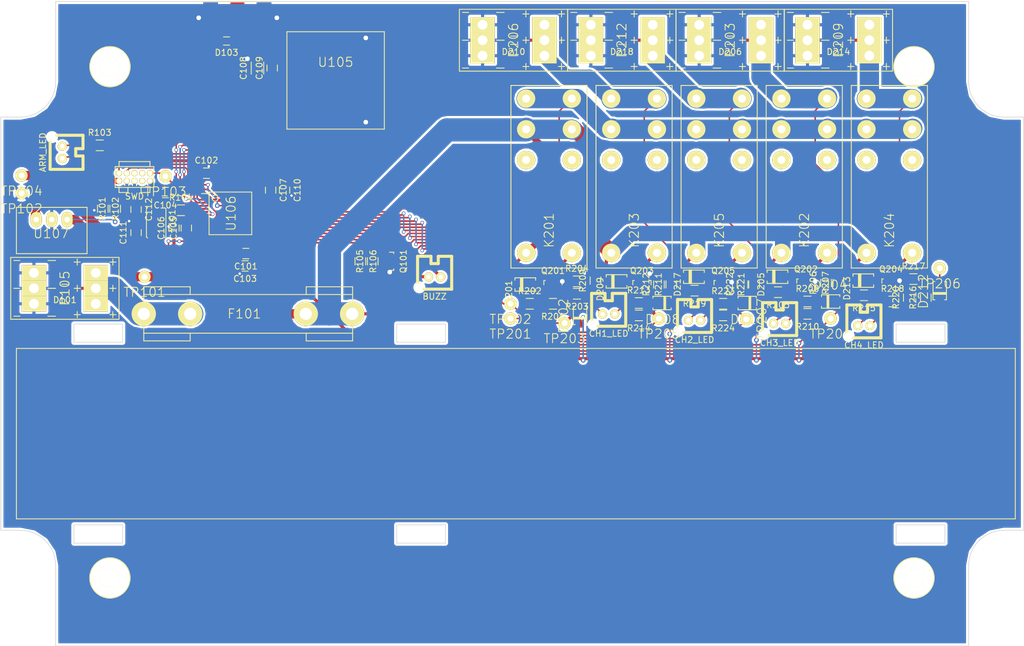
<source format=kicad_pcb>
(kicad_pcb (version 4) (host pcbnew 0.201507280910+6003~25~ubuntu14.04.1-product)
  (layers (0 F.Cu signal) (31 B.Cu signal) (34 B.Paste user) (35 F.Paste user) (36 B.SilkS user) (37 F.SilkS user) (38 B.Mask user) (39 F.Mask user) (44 Edge.Cuts user))
  (net 0 "")
  (net 1 +3V3)
  (net 2 GND)
  (net 3 /nRST)
  (net 4 "Net-(C111-Pad1)")
  (net 5 "Net-(C112-Pad1)")
  (net 6 "Net-(D101-Pad1)")
  (net 7 "Net-(D103-Pad1)")
  (net 8 +BATT)
  (net 9 "Net-(D201-Pad2)")
  (net 10 /firing/RELAY_SENSE)
  (net 11 /firing/CONT_CH3)
  (net 12 "Net-(D205-Pad2)")
  (net 13 "Net-(D206-Pad1)")
  (net 14 /firing/CONT_CH1)
  (net 15 "Net-(D209-Pad2)")
  (net 16 "Net-(D210-Pad1)")
  (net 17 /firing/CONT_CH4)
  (net 18 "Net-(D213-Pad2)")
  (net 19 "Net-(D214-Pad1)")
  (net 20 /firing/CONT_CH2)
  (net 21 "Net-(D218-Pad1)")
  (net 22 /firing/FIRING_DIST)
  (net 23 "Net-(P201-Pad2)")
  (net 24 "Net-(P204-Pad2)")
  (net 25 "Net-(P207-Pad2)")
  (net 26 "Net-(P210-Pad2)")
  (net 27 "Net-(Q201-Pad1)")
  (net 28 "Net-(Q202-Pad1)")
  (net 29 "Net-(Q203-Pad1)")
  (net 30 "Net-(Q204-Pad1)")
  (net 31 "Net-(Q205-Pad1)")
  (net 32 /BATT_MON)
  (net 33 "Net-(R104-Pad2)")
  (net 34 /firing/UPSTREAM_RELAY)
  (net 35 /firing/FIRE_CH3)
  (net 36 /firing/FIRE_CH1)
  (net 37 /firing/FIRE_CH4)
  (net 38 /firing/FIRE_CH2)
  (net 39 /SWDIO)
  (net 40 /SWDCLK)
  (net 41 "Net-(P107-Pad2)")
  (net 42 "Net-(D217-Pad2)")
  (net 43 /DISARM_LED)
  (net 44 /ARM_LED)
  (net 45 /RFM_MISO)
  (net 46 /RFM_MOSI)
  (net 47 /RFM_SCK)
  (net 48 /RFM_NSS)
  (net 49 /RFM_RESET)
  (net 50 /RFM_DIO5)
  (net 51 /RFM_DIO3)
  (net 52 /RFM_DIO4)
  (net 53 /RFM_DIO0)
  (net 54 /RFM_DIO1)
  (net 55 /RFM_DIO2)
  (net 56 "Net-(P109-Pad1)")
  (net 57 "Net-(Q101-Pad1)")
  (net 58 /BUZZER)
  (net 59 "Net-(U103-Pad6)")
  (net 60 "Net-(U103-Pad7)")
  (net 61 "Net-(U103-Pad8)")
  (net 62 "Net-(U106-Pad11)")
  (net 63 "Net-(U106-Pad12)")
  (net 64 "Net-(U106-Pad13)")
  (net 65 "Net-(U106-Pad20)")
  (net 66 "Net-(U106-Pad21)")
  (net 67 "Net-(U106-Pad22)")
  (net 68 "Net-(U106-Pad25)")
  (net 69 "Net-(U106-Pad26)")
  (module Capacitors_SMD:C_0805 (layer F.Cu) (at 78.232 90.424 180)
    (fp_text reference C101 (at 0 -2.1 180) (layer F.SilkS))
    (fp_text value 100n)
    (pad 1 smd rect (at -1 0 180) (size 1 1.25) (layers F.Cu F.Paste F.Mask) (net 1 +3V3))
    (pad 2 smd rect (at 1 0 180) (size 1 1.25) (layers F.Cu F.Paste F.Mask) (net 2 GND))
  )
  (module Capacitors_SMD:C_0805 (layer F.Cu) (at 71.755 77.216)
    (fp_text reference C102 (at 0 -2.1) (layer F.SilkS))
    (fp_text value 100n)
    (pad 1 smd rect (at -1 0) (size 1 1.25) (layers F.Cu F.Paste F.Mask) (net 1 +3V3))
    (pad 2 smd rect (at 1 0) (size 1 1.25) (layers F.Cu F.Paste F.Mask) (net 2 GND))
  )
  (module Capacitors_SMD:C_0805 (layer F.Cu) (at 78.105 92.456 180)
    (fp_text reference C103 (at 0 -2.1 180) (layer F.SilkS))
    (fp_text value 4u7)
    (pad 1 smd rect (at -1 0 180) (size 1 1.25) (layers F.Cu F.Paste F.Mask) (net 1 +3V3))
    (pad 2 smd rect (at 1 0 180) (size 1 1.25) (layers F.Cu F.Paste F.Mask) (net 2 GND))
  )
  (module Capacitors_SMD:C_0805 (layer F.Cu) (at 65.024 80.391 180)
    (fp_text reference C104 (at 0 -2.1 180) (layer F.SilkS))
    (fp_text value 100n)
    (pad 1 smd rect (at -1 0 180) (size 1 1.25) (layers F.Cu F.Paste F.Mask) (net 3 /nRST))
    (pad 2 smd rect (at 1 0 180) (size 1 1.25) (layers F.Cu F.Paste F.Mask) (net 2 GND))
  )
  (module Capacitors_SMD:C_0805 (layer F.Cu) (at 68.453 86.233 90)
    (fp_text reference C105 (at 0 -2.1 90) (layer F.SilkS))
    (fp_text value 100n)
    (pad 1 smd rect (at -1 0 90) (size 1 1.25) (layers F.Cu F.Paste F.Mask) (net 1 +3V3))
    (pad 2 smd rect (at 1 0 90) (size 1 1.25) (layers F.Cu F.Paste F.Mask) (net 2 GND))
  )
  (module Capacitors_SMD:C_0805 (layer F.Cu) (at 66.421 86.233 90)
    (fp_text reference C106 (at 0 -2.1 90) (layer F.SilkS))
    (fp_text value 4u7)
    (pad 1 smd rect (at -1 0 90) (size 1 1.25) (layers F.Cu F.Paste F.Mask) (net 1 +3V3))
    (pad 2 smd rect (at 1 0 90) (size 1 1.25) (layers F.Cu F.Paste F.Mask) (net 2 GND))
  )
  (module Capacitors_SMD:C_0805 (layer F.Cu) (at 82.296 80.01 270)
    (fp_text reference C107 (at 0 -2.1 270) (layer F.SilkS))
    (fp_text value 10n)
    (pad 1 smd rect (at -1 0 270) (size 1 1.25) (layers F.Cu F.Paste F.Mask) (net 1 +3V3))
    (pad 2 smd rect (at 1 0 270) (size 1 1.25) (layers F.Cu F.Paste F.Mask) (net 2 GND))
  )
  (module Capacitors_SMD:C_1206 (layer F.Cu) (at 80.137 59.944 90)
    (fp_text reference C108 (at 0 -2.3 90) (layer F.SilkS))
    (fp_text value 100u)
    (pad 1 smd rect (at -1.5 0 90) (size 1 1.6) (layers F.Cu F.Paste F.Mask) (net 1 +3V3))
    (pad 2 smd rect (at 1.5 0 90) (size 1 1.6) (layers F.Cu F.Paste F.Mask) (net 2 GND))
  )
  (module Capacitors_SMD:C_0805 (layer F.Cu) (at 82.55 59.944 90)
    (fp_text reference C109 (at 0 -2.1 90) (layer F.SilkS))
    (fp_text value 100n)
    (pad 1 smd rect (at -1 0 90) (size 1 1.25) (layers F.Cu F.Paste F.Mask) (net 1 +3V3))
    (pad 2 smd rect (at 1 0 90) (size 1 1.25) (layers F.Cu F.Paste F.Mask) (net 2 GND))
  )
  (module Capacitors_SMD:C_0805 (layer F.Cu) (at 84.582 80.01 270)
    (fp_text reference C110 (at 0 -2.1 270) (layer F.SilkS))
    (fp_text value 1u)
    (pad 1 smd rect (at -1 0 270) (size 1 1.25) (layers F.Cu F.Paste F.Mask) (net 1 +3V3))
    (pad 2 smd rect (at 1 0 270) (size 1 1.25) (layers F.Cu F.Paste F.Mask) (net 2 GND))
  )
  (module Capacitors_SMD:C_0805 (layer F.Cu) (at 60.198 86.995 90)
    (fp_text reference C111 (at 0 -2.1 90) (layer F.SilkS))
    (fp_text value 15p)
    (pad 1 smd rect (at -1 0 90) (size 1 1.25) (layers F.Cu F.Paste F.Mask) (net 4 "Net-(C111-Pad1)"))
    (pad 2 smd rect (at 1 0 90) (size 1 1.25) (layers F.Cu F.Paste F.Mask) (net 2 GND))
  )
  (module Capacitors_SMD:C_0805 (layer F.Cu) (at 60.198 83.185 270)
    (fp_text reference C112 (at 0 -2.1 270) (layer F.SilkS))
    (fp_text value 15p)
    (pad 1 smd rect (at -1 0 270) (size 1 1.25) (layers F.Cu F.Paste F.Mask) (net 5 "Net-(C112-Pad1)"))
    (pad 2 smd rect (at 1 0 270) (size 1 1.25) (layers F.Cu F.Paste F.Mask) (net 2 GND))
  )
  (module Resistors_SMD:R_0603 (layer F.Cu) (at 48.514 96.139 180)
    (fp_text reference D101 (at 0 -1.9 180) (layer F.SilkS))
    (fp_text value TVS_small)
    (pad 1 smd rect (at -0.75 0 180) (size 0.5 0.9) (layers F.Cu F.Paste F.Mask) (net 6 "Net-(D101-Pad1)"))
    (pad 2 smd rect (at 0.75 0 180) (size 0.5 0.9) (layers F.Cu F.Paste F.Mask) (net 2 GND))
  )
  (module Resistors_SMD:R_0603 (layer F.Cu) (at 75.057 55.499 180)
    (fp_text reference D103 (at 0 -1.9 180) (layer F.SilkS))
    (fp_text value TVS_small)
    (pad 1 smd rect (at -0.75 0 180) (size 0.5 0.9) (layers F.Cu F.Paste F.Mask) (net 7 "Net-(D103-Pad1)"))
    (pad 2 smd rect (at 0.75 0 180) (size 0.5 0.9) (layers F.Cu F.Paste F.Mask) (net 2 GND))
  )
  (module ignition:SOD-123FL (layer F.Cu) (at 124.206 95.504)
    (fp_text reference D201 (at -2.794 1.27 90) (layer F.SilkS) (effects (font (size 1.016 1.016) (thickness 0.1524))))
    (fp_text value MBR2H200SFT1G hide)
    (pad 1 smd rect (at -1.745 0) (size 0.91 1.22) (layers F.Cu F.Paste F.Mask) (net 8 +BATT))
    (pad 2 smd rect (at 1.525 0) (size 0.91 1.22) (layers F.Cu F.Paste F.Mask) (net 9 "Net-(D201-Pad2)"))
  )
  (module ignition:SOD-123FL (layer F.Cu) (at 165.608 94.234)
    (fp_text reference D205 (at -2.794 1.27 90) (layer F.SilkS) (effects (font (size 1.016 1.016) (thickness 0.1524))))
    (fp_text value MBR2H200SFT1G hide)
    (pad 1 smd rect (at -1.745 0) (size 0.91 1.22) (layers F.Cu F.Paste F.Mask) (net 8 +BATT))
    (pad 2 smd rect (at 1.525 0) (size 0.91 1.22) (layers F.Cu F.Paste F.Mask) (net 12 "Net-(D205-Pad2)"))
  )
  (module Resistors_SMD:R_0603 (layer F.Cu) (at 157.734 55.372 180)
    (fp_text reference D206 (at 0 -1.9 180) (layer F.SilkS))
    (fp_text value TVS_small)
    (pad 1 smd rect (at -0.75 0 180) (size 0.5 0.9) (layers F.Cu F.Paste F.Mask) (net 13 "Net-(D206-Pad1)"))
    (pad 2 smd rect (at 0.75 0 180) (size 0.5 0.9) (layers F.Cu F.Paste F.Mask) (net 2 GND))
  )
  (module ignition:SOD-123FL (layer F.Cu) (at 139.192 94.996)
    (fp_text reference D209 (at -2.794 1.27 90) (layer F.SilkS) (effects (font (size 1.016 1.016) (thickness 0.1524))))
    (fp_text value MBR2H200SFT1G hide)
    (pad 1 smd rect (at -1.745 0) (size 0.91 1.22) (layers F.Cu F.Paste F.Mask) (net 8 +BATT))
    (pad 2 smd rect (at 1.525 0) (size 0.91 1.22) (layers F.Cu F.Paste F.Mask) (net 15 "Net-(D209-Pad2)"))
  )
  (module Resistors_SMD:R_0603 (layer F.Cu) (at 122.174 55.372 180)
    (fp_text reference D210 (at 0 -1.9 180) (layer F.SilkS))
    (fp_text value TVS_small hide)
    (pad 1 smd rect (at -0.75 0 180) (size 0.5 0.9) (layers F.Cu F.Paste F.Mask) (net 16 "Net-(D210-Pad1)"))
    (pad 2 smd rect (at 0.75 0 180) (size 0.5 0.9) (layers F.Cu F.Paste F.Mask) (net 2 GND))
  )
  (module ignition:SOD-123FL (layer F.Cu) (at 179.705 94.869)
    (fp_text reference D213 (at -2.794 1.27 90) (layer F.SilkS) (effects (font (size 1.016 1.016) (thickness 0.1524))))
    (fp_text value MBR2H200SFT1G hide)
    (pad 1 smd rect (at -1.745 0) (size 0.91 1.22) (layers F.Cu F.Paste F.Mask) (net 8 +BATT))
    (pad 2 smd rect (at 1.525 0) (size 0.91 1.22) (layers F.Cu F.Paste F.Mask) (net 18 "Net-(D213-Pad2)"))
  )
  (module Resistors_SMD:R_0603 (layer F.Cu) (at 175.514 55.372 180)
    (fp_text reference D214 (at 0 -1.9 180) (layer F.SilkS))
    (fp_text value TVS_small)
    (pad 1 smd rect (at -0.75 0 180) (size 0.5 0.9) (layers F.Cu F.Paste F.Mask) (net 19 "Net-(D214-Pad1)"))
    (pad 2 smd rect (at 0.75 0 180) (size 0.5 0.9) (layers F.Cu F.Paste F.Mask) (net 2 GND))
  )
  (module ignition:SOD-123FL (layer F.Cu) (at 151.892 94.234)
    (fp_text reference D217 (at -2.794 1.27 90) (layer F.SilkS) (effects (font (size 1.016 1.016) (thickness 0.1524))))
    (fp_text value MBR2H200SFT1G hide)
    (pad 1 smd rect (at -1.745 0) (size 0.91 1.22) (layers F.Cu F.Paste F.Mask) (net 8 +BATT))
    (pad 2 smd rect (at 1.525 0) (size 0.91 1.22) (layers F.Cu F.Paste F.Mask) (net 42 "Net-(D217-Pad2)"))
  )
  (module Resistors_SMD:R_0603 (layer F.Cu) (at 139.954 55.372 180)
    (fp_text reference D218 (at 0 -1.9 180) (layer F.SilkS))
    (fp_text value TVS_small)
    (pad 1 smd rect (at -0.75 0 180) (size 0.5 0.9) (layers F.Cu F.Paste F.Mask) (net 21 "Net-(D218-Pad1)"))
    (pad 2 smd rect (at 0.75 0 180) (size 0.5 0.9) (layers F.Cu F.Paste F.Mask) (net 2 GND))
  )
  (module ignition:6x32_fuseclip (layer F.Cu) (at 77.978 100.33)
    (fp_text reference F101 (at 0 0) (layer F.SilkS) (effects (font (size 1.5 1.5))))
    (fp_text value 6.3x32 hide)
    (pad 1 thru_hole circle (at -16.51 0) (size 4 4) (drill 2) (layers *.Cu *.Mask F.SilkS) (net 6 "Net-(D101-Pad1)"))
    (pad 2 thru_hole circle (at 17.7 0) (size 4 4) (drill 2) (layers *.Cu *.Mask F.SilkS) (net 8 +BATT))
    (pad 1 thru_hole circle (at -8.89 0) (size 4 4) (drill 2) (layers *.Cu *.Mask F.SilkS) (net 6 "Net-(D101-Pad1)"))
    (pad 2 thru_hole circle (at 10.09 0) (size 4 4) (drill 2) (layers *.Cu *.Mask F.SilkS) (net 8 +BATT))
  )
  (module ignition:Relay_RT314 (layer F.Cu) (at 128.016 77.724 90)
    (fp_text reference K201 (at -8.89 0 90) (layer F.SilkS) (effects (font (size 1.5 1.5))))
    (fp_text value "16A SPST")
    (pad 1 thru_hole circle (at -12.58 3.73 90) (size 3 3) (drill 1.3) (layers *.Cu *.Mask F.SilkS) (net 9 "Net-(D201-Pad2)"))
    (pad 2 thru_hole circle (at -12.58 -3.77 90) (size 3 3) (drill 1.3) (layers *.Cu *.Mask F.SilkS) (net 8 +BATT))
    (pad 3 thru_hole circle (at 7.72 3.73 90) (size 3 3) (drill 1.3) (layers *.Cu *.Mask F.SilkS) (net 8 +BATT))
    (pad 3 thru_hole circle (at 7.72 -3.77 90) (size 3 3) (drill 1.3) (layers *.Cu *.Mask F.SilkS) (net 8 +BATT))
    (pad "" thru_hole circle (at 2.68 3.73 90) (size 3 3) (drill 1.3) (layers *.Cu *.Mask F.SilkS))
    (pad "" thru_hole circle (at 2.68 -3.77 90) (size 3 3) (drill 1.3) (layers *.Cu *.Mask F.SilkS))
    (pad 4 thru_hole circle (at 12.76 3.73 90) (size 3 3) (drill 1.3) (layers *.Cu *.Mask F.SilkS) (net 22 /firing/FIRING_DIST))
    (pad 4 thru_hole circle (at 12.76 -3.77 90) (size 3 3) (drill 1.3) (layers *.Cu *.Mask F.SilkS) (net 22 /firing/FIRING_DIST))
  )
  (module ignition:Relay_RT314 (layer F.Cu) (at 169.926 77.724 90)
    (fp_text reference K202 (at -8.89 0 90) (layer F.SilkS) (effects (font (size 1.5 1.5))))
    (fp_text value "16A SPST")
    (pad 1 thru_hole circle (at -12.58 3.73 90) (size 3 3) (drill 1.3) (layers *.Cu *.Mask F.SilkS) (net 12 "Net-(D205-Pad2)"))
    (pad 2 thru_hole circle (at -12.58 -3.77 90) (size 3 3) (drill 1.3) (layers *.Cu *.Mask F.SilkS) (net 8 +BATT))
    (pad 3 thru_hole circle (at 7.72 3.73 90) (size 3 3) (drill 1.3) (layers *.Cu *.Mask F.SilkS) (net 22 /firing/FIRING_DIST))
    (pad 3 thru_hole circle (at 7.72 -3.77 90) (size 3 3) (drill 1.3) (layers *.Cu *.Mask F.SilkS) (net 22 /firing/FIRING_DIST))
    (pad "" thru_hole circle (at 2.68 3.73 90) (size 3 3) (drill 1.3) (layers *.Cu *.Mask F.SilkS))
    (pad "" thru_hole circle (at 2.68 -3.77 90) (size 3 3) (drill 1.3) (layers *.Cu *.Mask F.SilkS))
    (pad 4 thru_hole circle (at 12.76 3.73 90) (size 3 3) (drill 1.3) (layers *.Cu *.Mask F.SilkS) (net 13 "Net-(D206-Pad1)"))
    (pad 4 thru_hole circle (at 12.76 -3.77 90) (size 3 3) (drill 1.3) (layers *.Cu *.Mask F.SilkS) (net 13 "Net-(D206-Pad1)"))
  )
  (module ignition:Relay_RT314 (layer F.Cu) (at 141.986 77.724 90)
    (fp_text reference K203 (at -8.89 0 90) (layer F.SilkS) (effects (font (size 1.5 1.5))))
    (fp_text value "16A SPST")
    (pad 1 thru_hole circle (at -12.58 3.73 90) (size 3 3) (drill 1.3) (layers *.Cu *.Mask F.SilkS) (net 15 "Net-(D209-Pad2)"))
    (pad 2 thru_hole circle (at -12.58 -3.77 90) (size 3 3) (drill 1.3) (layers *.Cu *.Mask F.SilkS) (net 8 +BATT))
    (pad 3 thru_hole circle (at 7.72 3.73 90) (size 3 3) (drill 1.3) (layers *.Cu *.Mask F.SilkS) (net 22 /firing/FIRING_DIST))
    (pad 3 thru_hole circle (at 7.72 -3.77 90) (size 3 3) (drill 1.3) (layers *.Cu *.Mask F.SilkS) (net 22 /firing/FIRING_DIST))
    (pad "" thru_hole circle (at 2.68 3.73 90) (size 3 3) (drill 1.3) (layers *.Cu *.Mask F.SilkS))
    (pad "" thru_hole circle (at 2.68 -3.77 90) (size 3 3) (drill 1.3) (layers *.Cu *.Mask F.SilkS))
    (pad 4 thru_hole circle (at 12.76 3.73 90) (size 3 3) (drill 1.3) (layers *.Cu *.Mask F.SilkS) (net 16 "Net-(D210-Pad1)"))
    (pad 4 thru_hole circle (at 12.76 -3.77 90) (size 3 3) (drill 1.3) (layers *.Cu *.Mask F.SilkS) (net 16 "Net-(D210-Pad1)"))
  )
  (module ignition:Relay_RT314 (layer F.Cu) (at 183.896 77.724 90)
    (fp_text reference K204 (at -8.89 0 90) (layer F.SilkS) (effects (font (size 1.5 1.5))))
    (fp_text value "16A SPST")
    (pad 1 thru_hole circle (at -12.58 3.73 90) (size 3 3) (drill 1.3) (layers *.Cu *.Mask F.SilkS) (net 18 "Net-(D213-Pad2)"))
    (pad 2 thru_hole circle (at -12.58 -3.77 90) (size 3 3) (drill 1.3) (layers *.Cu *.Mask F.SilkS) (net 8 +BATT))
    (pad 3 thru_hole circle (at 7.72 3.73 90) (size 3 3) (drill 1.3) (layers *.Cu *.Mask F.SilkS) (net 22 /firing/FIRING_DIST))
    (pad 3 thru_hole circle (at 7.72 -3.77 90) (size 3 3) (drill 1.3) (layers *.Cu *.Mask F.SilkS) (net 22 /firing/FIRING_DIST))
    (pad "" thru_hole circle (at 2.68 3.73 90) (size 3 3) (drill 1.3) (layers *.Cu *.Mask F.SilkS))
    (pad "" thru_hole circle (at 2.68 -3.77 90) (size 3 3) (drill 1.3) (layers *.Cu *.Mask F.SilkS))
    (pad 4 thru_hole circle (at 12.76 3.73 90) (size 3 3) (drill 1.3) (layers *.Cu *.Mask F.SilkS) (net 19 "Net-(D214-Pad1)"))
    (pad 4 thru_hole circle (at 12.76 -3.77 90) (size 3 3) (drill 1.3) (layers *.Cu *.Mask F.SilkS) (net 19 "Net-(D214-Pad1)"))
  )
  (module ignition:Relay_RT314 (layer F.Cu) (at 155.956 77.724 90)
    (fp_text reference K205 (at -8.89 0 90) (layer F.SilkS) (effects (font (size 1.5 1.5))))
    (fp_text value "16A SPST")
    (pad 1 thru_hole circle (at -12.58 3.73 90) (size 3 3) (drill 1.3) (layers *.Cu *.Mask F.SilkS) (net 42 "Net-(D217-Pad2)"))
    (pad 2 thru_hole circle (at -12.58 -3.77 90) (size 3 3) (drill 1.3) (layers *.Cu *.Mask F.SilkS) (net 8 +BATT))
    (pad 3 thru_hole circle (at 7.72 3.73 90) (size 3 3) (drill 1.3) (layers *.Cu *.Mask F.SilkS) (net 22 /firing/FIRING_DIST))
    (pad 3 thru_hole circle (at 7.72 -3.77 90) (size 3 3) (drill 1.3) (layers *.Cu *.Mask F.SilkS) (net 22 /firing/FIRING_DIST))
    (pad "" thru_hole circle (at 2.68 3.73 90) (size 3 3) (drill 1.3) (layers *.Cu *.Mask F.SilkS))
    (pad "" thru_hole circle (at 2.68 -3.77 90) (size 3 3) (drill 1.3) (layers *.Cu *.Mask F.SilkS))
    (pad 4 thru_hole circle (at 12.76 3.73 90) (size 3 3) (drill 1.3) (layers *.Cu *.Mask F.SilkS) (net 21 "Net-(D218-Pad1)"))
    (pad 4 thru_hole circle (at 12.76 -3.77 90) (size 3 3) (drill 1.3) (layers *.Cu *.Mask F.SilkS) (net 21 "Net-(D218-Pad1)"))
  )
  (module ignition:PCB_SPADE (layer F.Cu) (at 48.514 96.139)
    (fp_text reference P105 (at 0 0 90) (layer F.SilkS) (effects (font (size 1.5 1.5))))
    (fp_text value BATT)
    (pad 1 thru_hole rect (at -5.08 -2.54) (size 4 2.54) (drill 1.6) (layers *.Cu *.Mask F.SilkS) (net 2 GND))
    (pad 1 thru_hole rect (at -5.08 0) (size 4 2.54) (drill 1.6) (layers *.Cu *.Mask F.SilkS) (net 2 GND))
    (pad 1 thru_hole rect (at -5.08 2.54) (size 4 2.54) (drill 1.6) (layers *.Cu *.Mask F.SilkS) (net 2 GND))
    (pad 2 thru_hole rect (at 5.08 -2.54) (size 4 2.54) (drill 1.6) (layers *.Cu *.Mask F.SilkS) (net 6 "Net-(D101-Pad1)"))
    (pad 2 thru_hole rect (at 5.08 0) (size 4 2.54) (drill 1.6) (layers *.Cu *.Mask F.SilkS) (net 6 "Net-(D101-Pad1)"))
    (pad 2 thru_hole rect (at 5.08 2.54) (size 4 2.54) (drill 1.6) (layers *.Cu *.Mask F.SilkS) (net 6 "Net-(D101-Pad1)"))
  )
  (module common:SMA-142-0701-801 (layer F.Cu) (at 76.835 51.689)
    (fp_text reference P106 hide)
    (fp_text value SMA hide)
    (pad 1 smd rect (at 0 0) (size 2.286 5.08) (layers F.Cu F.Mask) (net 7 "Net-(D103-Pad1)"))
    (pad 2 smd rect (at -4.3815 0) (size 2.413 5.08) (layers F.Cu F.Mask) (net 2 GND))
    (pad 3 smd rect (at 4.3815 0) (size 2.413 5.08) (layers F.Cu F.Mask) (net 2 GND))
    (pad 4 smd rect (at -4.3815 0) (size 2.413 5.08) (layers B.Cu B.Mask) (net 2 GND))
    (pad 5 smd rect (at 4.3815 0) (size 2.413 5.08) (layers B.Cu B.Mask) (net 2 GND))
  )
  (module ignition:PCB_SPADE (layer F.Cu) (at 157.734 55.372)
    (fp_text reference P203 (at 0 0 90) (layer F.SilkS) (effects (font (size 1.5 1.5))))
    (fp_text value CH3)
    (pad 1 thru_hole rect (at -5.08 -2.54) (size 4 2.54) (drill 1.6) (layers *.Cu *.Mask F.SilkS) (net 2 GND))
    (pad 1 thru_hole rect (at -5.08 0) (size 4 2.54) (drill 1.6) (layers *.Cu *.Mask F.SilkS) (net 2 GND))
    (pad 1 thru_hole rect (at -5.08 2.54) (size 4 2.54) (drill 1.6) (layers *.Cu *.Mask F.SilkS) (net 2 GND))
    (pad 2 thru_hole rect (at 5.08 -2.54) (size 4 2.54) (drill 1.6) (layers *.Cu *.Mask F.SilkS) (net 13 "Net-(D206-Pad1)"))
    (pad 2 thru_hole rect (at 5.08 0) (size 4 2.54) (drill 1.6) (layers *.Cu *.Mask F.SilkS) (net 13 "Net-(D206-Pad1)"))
    (pad 2 thru_hole rect (at 5.08 2.54) (size 4 2.54) (drill 1.6) (layers *.Cu *.Mask F.SilkS) (net 13 "Net-(D206-Pad1)"))
  )
  (module ignition:PCB_SPADE (layer F.Cu) (at 122.174 55.372)
    (fp_text reference P206 (at 0 0 90) (layer F.SilkS) (effects (font (size 1.5 1.5))))
    (fp_text value CH1)
    (pad 1 thru_hole rect (at -5.08 -2.54) (size 4 2.54) (drill 1.6) (layers *.Cu *.Mask F.SilkS) (net 2 GND))
    (pad 1 thru_hole rect (at -5.08 0) (size 4 2.54) (drill 1.6) (layers *.Cu *.Mask F.SilkS) (net 2 GND))
    (pad 1 thru_hole rect (at -5.08 2.54) (size 4 2.54) (drill 1.6) (layers *.Cu *.Mask F.SilkS) (net 2 GND))
    (pad 2 thru_hole rect (at 5.08 -2.54) (size 4 2.54) (drill 1.6) (layers *.Cu *.Mask F.SilkS) (net 16 "Net-(D210-Pad1)"))
    (pad 2 thru_hole rect (at 5.08 0) (size 4 2.54) (drill 1.6) (layers *.Cu *.Mask F.SilkS) (net 16 "Net-(D210-Pad1)"))
    (pad 2 thru_hole rect (at 5.08 2.54) (size 4 2.54) (drill 1.6) (layers *.Cu *.Mask F.SilkS) (net 16 "Net-(D210-Pad1)"))
  )
  (module ignition:PCB_SPADE (layer F.Cu) (at 175.514 55.372)
    (fp_text reference P209 (at 0 0 90) (layer F.SilkS) (effects (font (size 1.5 1.5))))
    (fp_text value CH4)
    (pad 1 thru_hole rect (at -5.08 -2.54) (size 4 2.54) (drill 1.6) (layers *.Cu *.Mask F.SilkS) (net 2 GND))
    (pad 1 thru_hole rect (at -5.08 0) (size 4 2.54) (drill 1.6) (layers *.Cu *.Mask F.SilkS) (net 2 GND))
    (pad 1 thru_hole rect (at -5.08 2.54) (size 4 2.54) (drill 1.6) (layers *.Cu *.Mask F.SilkS) (net 2 GND))
    (pad 2 thru_hole rect (at 5.08 -2.54) (size 4 2.54) (drill 1.6) (layers *.Cu *.Mask F.SilkS) (net 19 "Net-(D214-Pad1)"))
    (pad 2 thru_hole rect (at 5.08 0) (size 4 2.54) (drill 1.6) (layers *.Cu *.Mask F.SilkS) (net 19 "Net-(D214-Pad1)"))
    (pad 2 thru_hole rect (at 5.08 2.54) (size 4 2.54) (drill 1.6) (layers *.Cu *.Mask F.SilkS) (net 19 "Net-(D214-Pad1)"))
  )
  (module ignition:PCB_SPADE (layer F.Cu) (at 139.954 55.372)
    (fp_text reference P212 (at 0 0 90) (layer F.SilkS) (effects (font (size 1.5 1.5))))
    (fp_text value CH2)
    (pad 1 thru_hole rect (at -5.08 -2.54) (size 4 2.54) (drill 1.6) (layers *.Cu *.Mask F.SilkS) (net 2 GND))
    (pad 1 thru_hole rect (at -5.08 0) (size 4 2.54) (drill 1.6) (layers *.Cu *.Mask F.SilkS) (net 2 GND))
    (pad 1 thru_hole rect (at -5.08 2.54) (size 4 2.54) (drill 1.6) (layers *.Cu *.Mask F.SilkS) (net 2 GND))
    (pad 2 thru_hole rect (at 5.08 -2.54) (size 4 2.54) (drill 1.6) (layers *.Cu *.Mask F.SilkS) (net 21 "Net-(D218-Pad1)"))
    (pad 2 thru_hole rect (at 5.08 0) (size 4 2.54) (drill 1.6) (layers *.Cu *.Mask F.SilkS) (net 21 "Net-(D218-Pad1)"))
    (pad 2 thru_hole rect (at 5.08 2.54) (size 4 2.54) (drill 1.6) (layers *.Cu *.Mask F.SilkS) (net 21 "Net-(D218-Pad1)"))
  )
  (module Housings_SOT-23_SOT-143_TSOT-6:SOT-23 (layer F.Cu) (at 128.651 95.504)
    (fp_text reference Q201 (at 0 -2.25) (layer F.SilkS))
    (fp_text value BSS138BK)
    (pad 1 smd rect (at -0.95 1.00076) (size 0.8001 0.8001) (layers F.Cu F.Paste F.Mask) (net 27 "Net-(Q201-Pad1)"))
    (pad 2 smd rect (at 0.95 1.00076) (size 0.8001 0.8001) (layers F.Cu F.Paste F.Mask) (net 2 GND))
    (pad 3 smd rect (at 0 -0.99822) (size 0.8001 0.8001) (layers F.Cu F.Paste F.Mask) (net 9 "Net-(D201-Pad2)"))
  )
  (module Housings_SOT-23_SOT-143_TSOT-6:SOT-23 (layer F.Cu) (at 170.18 95.25)
    (fp_text reference Q202 (at 0 -2.25) (layer F.SilkS))
    (fp_text value BSS138BK)
    (pad 1 smd rect (at -0.95 1.00076) (size 0.8001 0.8001) (layers F.Cu F.Paste F.Mask) (net 28 "Net-(Q202-Pad1)"))
    (pad 2 smd rect (at 0.95 1.00076) (size 0.8001 0.8001) (layers F.Cu F.Paste F.Mask) (net 2 GND))
    (pad 3 smd rect (at 0 -0.99822) (size 0.8001 0.8001) (layers F.Cu F.Paste F.Mask) (net 12 "Net-(D205-Pad2)"))
  )
  (module Housings_SOT-23_SOT-143_TSOT-6:SOT-23 (layer F.Cu) (at 143.256 95.504)
    (fp_text reference Q203 (at 0 -2.25) (layer F.SilkS))
    (fp_text value BSS138BK)
    (pad 1 smd rect (at -0.95 1.00076) (size 0.8001 0.8001) (layers F.Cu F.Paste F.Mask) (net 29 "Net-(Q203-Pad1)"))
    (pad 2 smd rect (at 0.95 1.00076) (size 0.8001 0.8001) (layers F.Cu F.Paste F.Mask) (net 2 GND))
    (pad 3 smd rect (at 0 -0.99822) (size 0.8001 0.8001) (layers F.Cu F.Paste F.Mask) (net 15 "Net-(D209-Pad2)"))
  )
  (module Housings_SOT-23_SOT-143_TSOT-6:SOT-23 (layer F.Cu) (at 184.15 95.25)
    (fp_text reference Q204 (at 0 -2.25) (layer F.SilkS))
    (fp_text value BSS138BK)
    (pad 1 smd rect (at -0.95 1.00076) (size 0.8001 0.8001) (layers F.Cu F.Paste F.Mask) (net 30 "Net-(Q204-Pad1)"))
    (pad 2 smd rect (at 0.95 1.00076) (size 0.8001 0.8001) (layers F.Cu F.Paste F.Mask) (net 2 GND))
    (pad 3 smd rect (at 0 -0.99822) (size 0.8001 0.8001) (layers F.Cu F.Paste F.Mask) (net 18 "Net-(D213-Pad2)"))
  )
  (module Housings_SOT-23_SOT-143_TSOT-6:SOT-23 (layer F.Cu) (at 156.591 95.504)
    (fp_text reference Q205 (at 0 -2.25) (layer F.SilkS))
    (fp_text value BSS138BK)
    (pad 1 smd rect (at -0.95 1.00076) (size 0.8001 0.8001) (layers F.Cu F.Paste F.Mask) (net 31 "Net-(Q205-Pad1)"))
    (pad 2 smd rect (at 0.95 1.00076) (size 0.8001 0.8001) (layers F.Cu F.Paste F.Mask) (net 2 GND))
    (pad 3 smd rect (at 0 -0.99822) (size 0.8001 0.8001) (layers F.Cu F.Paste F.Mask) (net 42 "Net-(D217-Pad2)"))
  )
  (module Resistors_SMD:R_0805 (layer F.Cu) (at 56.769 83.058 90)
    (fp_text reference R101 (at 0 -2.1 90) (layer F.SilkS))
    (fp_text value 10k)
    (pad 1 smd rect (at -0.95 0 90) (size 0.7 1.3) (layers F.Cu F.Paste F.Mask) (net 8 +BATT))
    (pad 2 smd rect (at 0.95 0 90) (size 0.7 1.3) (layers F.Cu F.Paste F.Mask) (net 32 /BATT_MON))
  )
  (module Resistors_SMD:R_0805 (layer F.Cu) (at 54.737 83.058 270)
    (fp_text reference R102 (at 0 -2.1 270) (layer F.SilkS))
    (fp_text value 3k3)
    (pad 1 smd rect (at -0.95 0 270) (size 0.7 1.3) (layers F.Cu F.Paste F.Mask) (net 32 /BATT_MON))
    (pad 2 smd rect (at 0.95 0 270) (size 0.7 1.3) (layers F.Cu F.Paste F.Mask) (net 2 GND))
  )
  (module Resistors_SMD:R_0805 (layer F.Cu) (at 54.229 72.644)
    (fp_text reference R103 (at 0 -2.1) (layer F.SilkS))
    (fp_text value 75R)
    (pad 1 smd rect (at -0.95 0) (size 0.7 1.3) (layers F.Cu F.Paste F.Mask) (net 41 "Net-(P107-Pad2)"))
    (pad 2 smd rect (at 0.95 0) (size 0.7 1.3) (layers F.Cu F.Paste F.Mask) (net 44 /ARM_LED))
  )
  (module Resistors_SMD:R_0805 (layer F.Cu) (at 67.564 83.312)
    (fp_text reference R104 (at 0 -2.1) (layer F.SilkS))
    (fp_text value 100R)
    (pad 1 smd rect (at -0.95 0) (size 0.7 1.3) (layers F.Cu F.Paste F.Mask) (net 4 "Net-(C111-Pad1)"))
    (pad 2 smd rect (at 0.95 0) (size 0.7 1.3) (layers F.Cu F.Paste F.Mask) (net 33 "Net-(R104-Pad2)"))
  )
  (module Resistors_SMD:R_0805 (layer F.Cu) (at 128.651 98.679 180)
    (fp_text reference R201 (at 0 -2.1 180) (layer F.SilkS))
    (fp_text value 180R)
    (pad 1 smd rect (at -0.95 0 180) (size 0.7 1.3) (layers F.Cu F.Paste F.Mask) (net 27 "Net-(Q201-Pad1)"))
    (pad 2 smd rect (at 0.95 0 180) (size 0.7 1.3) (layers F.Cu F.Paste F.Mask) (net 34 /firing/UPSTREAM_RELAY))
  )
  (module Resistors_SMD:R_0805 (layer F.Cu) (at 124.841 98.679)
    (fp_text reference R202 (at 0 -2.1) (layer F.SilkS))
    (fp_text value 100k)
    (pad 1 smd rect (at -0.95 0) (size 0.7 1.3) (layers F.Cu F.Paste F.Mask) (net 2 GND))
    (pad 2 smd rect (at 0.95 0) (size 0.7 1.3) (layers F.Cu F.Paste F.Mask) (net 34 /firing/UPSTREAM_RELAY))
  )
  (module Resistors_SMD:R_0805 (layer F.Cu) (at 132.588 97.028 180)
    (fp_text reference R203 (at 0 -2.1 180) (layer F.SilkS))
    (fp_text value 1k)
    (pad 1 smd rect (at -0.95 0 180) (size 0.7 1.3) (layers F.Cu F.Paste F.Mask) (net 10 /firing/RELAY_SENSE))
    (pad 2 smd rect (at 0.95 0 180) (size 0.7 1.3) (layers F.Cu F.Paste F.Mask) (net 22 /firing/FIRING_DIST))
  )
  (module Resistors_SMD:R_0805 (layer F.Cu) (at 132.588 94.996)
    (fp_text reference R204 (at 0 -2.1) (layer F.SilkS))
    (fp_text value 100k)
    (pad 1 smd rect (at -0.95 0) (size 0.7 1.3) (layers F.Cu F.Paste F.Mask) (net 22 /firing/FIRING_DIST))
    (pad 2 smd rect (at 0.95 0) (size 0.7 1.3) (layers F.Cu F.Paste F.Mask) (net 2 GND))
  )
  (module Resistors_SMD:R_0805 (layer F.Cu) (at 165.608 96.774 180)
    (fp_text reference R205 (at 0 -2.1 180) (layer F.SilkS))
    (fp_text value 430)
    (pad 1 smd rect (at -0.95 0 180) (size 0.7 1.3) (layers F.Cu F.Paste F.Mask) (net 23 "Net-(P201-Pad2)"))
    (pad 2 smd rect (at 0.95 0 180) (size 0.7 1.3) (layers F.Cu F.Paste F.Mask) (net 8 +BATT))
  )
  (module Resistors_SMD:R_0805 (layer F.Cu) (at 173.482 95.25 90)
    (fp_text reference R206 (at 0 -2.1 90) (layer F.SilkS))
    (fp_text value 1k)
    (pad 1 smd rect (at -0.95 0 90) (size 0.7 1.3) (layers F.Cu F.Paste F.Mask) (net 1 +3V3))
    (pad 2 smd rect (at 0.95 0 90) (size 0.7 1.3) (layers F.Cu F.Paste F.Mask) (net 13 "Net-(D206-Pad1)"))
  )
  (module Resistors_SMD:R_0805 (layer F.Cu) (at 175.514 95.25 90)
    (fp_text reference R207 (at 0 -2.1 90) (layer F.SilkS))
    (fp_text value 10k)
    (pad 1 smd rect (at -0.95 0 90) (size 0.7 1.3) (layers F.Cu F.Paste F.Mask) (net 11 /firing/CONT_CH3))
    (pad 2 smd rect (at 0.95 0 90) (size 0.7 1.3) (layers F.Cu F.Paste F.Mask) (net 13 "Net-(D206-Pad1)"))
  )
  (module Resistors_SMD:R_0805 (layer F.Cu) (at 170.434 98.298)
    (fp_text reference R208 (at 0 -2.1) (layer F.SilkS))
    (fp_text value 180R)
    (pad 1 smd rect (at -0.95 0) (size 0.7 1.3) (layers F.Cu F.Paste F.Mask) (net 28 "Net-(Q202-Pad1)"))
    (pad 2 smd rect (at 0.95 0) (size 0.7 1.3) (layers F.Cu F.Paste F.Mask) (net 35 /firing/FIRE_CH3))
  )
  (module Resistors_SMD:R_0805 (layer F.Cu) (at 135.636 94.869 90)
    (fp_text reference R209 (at 0 -2.1 90) (layer F.SilkS))
    (fp_text value 510R)
    (pad 1 smd rect (at -0.95 0 90) (size 0.7 1.3) (layers F.Cu F.Paste F.Mask) (net 24 "Net-(P204-Pad2)"))
    (pad 2 smd rect (at 0.95 0 90) (size 0.7 1.3) (layers F.Cu F.Paste F.Mask) (net 8 +BATT))
  )
  (module Resistors_SMD:R_0805 (layer F.Cu) (at 170.434 100.33 180)
    (fp_text reference R210 (at 0 -2.1 180) (layer F.SilkS))
    (fp_text value 100k)
    (pad 1 smd rect (at -0.95 0 180) (size 0.7 1.3) (layers F.Cu F.Paste F.Mask) (net 35 /firing/FIRE_CH3))
    (pad 2 smd rect (at 0.95 0 180) (size 0.7 1.3) (layers F.Cu F.Paste F.Mask) (net 2 GND))
  )
  (module Resistors_SMD:R_0805 (layer F.Cu) (at 148.082 95.504 90)
    (fp_text reference R211 (at 0 -2.1 90) (layer F.SilkS))
    (fp_text value 1k)
    (pad 1 smd rect (at -0.95 0 90) (size 0.7 1.3) (layers F.Cu F.Paste F.Mask) (net 1 +3V3))
    (pad 2 smd rect (at 0.95 0 90) (size 0.7 1.3) (layers F.Cu F.Paste F.Mask) (net 16 "Net-(D210-Pad1)"))
  )
  (module Resistors_SMD:R_0805 (layer F.Cu) (at 146.05 95.504 90)
    (fp_text reference R212 (at 0 -2.1 90) (layer F.SilkS))
    (fp_text value 10k)
    (pad 1 smd rect (at -0.95 0 90) (size 0.7 1.3) (layers F.Cu F.Paste F.Mask) (net 14 /firing/CONT_CH1))
    (pad 2 smd rect (at 0.95 0 90) (size 0.7 1.3) (layers F.Cu F.Paste F.Mask) (net 16 "Net-(D210-Pad1)"))
  )
  (module Resistors_SMD:R_0805 (layer F.Cu) (at 142.748 98.552)
    (fp_text reference R213 (at 0 -2.1) (layer F.SilkS))
    (fp_text value 180R)
    (pad 1 smd rect (at -0.95 0) (size 0.7 1.3) (layers F.Cu F.Paste F.Mask) (net 29 "Net-(Q203-Pad1)"))
    (pad 2 smd rect (at 0.95 0) (size 0.7 1.3) (layers F.Cu F.Paste F.Mask) (net 36 /firing/FIRE_CH1))
  )
  (module Resistors_SMD:R_0805 (layer F.Cu) (at 142.748 100.584 180)
    (fp_text reference R214 (at 0 -2.1 180) (layer F.SilkS))
    (fp_text value 100k)
    (pad 1 smd rect (at -0.95 0 180) (size 0.7 1.3) (layers F.Cu F.Paste F.Mask) (net 36 /firing/FIRE_CH1))
    (pad 2 smd rect (at 0.95 0 180) (size 0.7 1.3) (layers F.Cu F.Paste F.Mask) (net 2 GND))
  )
  (module Resistors_SMD:R_0805 (layer F.Cu) (at 179.705 97.282 180)
    (fp_text reference R215 (at 0 -2.1 180) (layer F.SilkS))
    (fp_text value 430)
    (pad 1 smd rect (at -0.95 0 180) (size 0.7 1.3) (layers F.Cu F.Paste F.Mask) (net 25 "Net-(P207-Pad2)"))
    (pad 2 smd rect (at 0.95 0 180) (size 0.7 1.3) (layers F.Cu F.Paste F.Mask) (net 8 +BATT))
  )
  (module Resistors_SMD:R_0805 (layer F.Cu) (at 189.865 97.663 90)
    (fp_text reference R216 (at 0 -2.1 90) (layer F.SilkS))
    (fp_text value 1k)
    (pad 1 smd rect (at -0.95 0 90) (size 0.7 1.3) (layers F.Cu F.Paste F.Mask) (net 1 +3V3))
    (pad 2 smd rect (at 0.95 0 90) (size 0.7 1.3) (layers F.Cu F.Paste F.Mask) (net 19 "Net-(D214-Pad1)"))
  )
  (module Resistors_SMD:R_0805 (layer F.Cu) (at 187.833 94.615)
    (fp_text reference R217 (at 0 -2.1) (layer F.SilkS))
    (fp_text value 10k)
    (pad 1 smd rect (at -0.95 0) (size 0.7 1.3) (layers F.Cu F.Paste F.Mask) (net 17 /firing/CONT_CH4))
    (pad 2 smd rect (at 0.95 0) (size 0.7 1.3) (layers F.Cu F.Paste F.Mask) (net 19 "Net-(D214-Pad1)"))
  )
  (module Resistors_SMD:R_0805 (layer F.Cu) (at 184.404 98.298)
    (fp_text reference R218 (at 0 -2.1) (layer F.SilkS))
    (fp_text value 180R)
    (pad 1 smd rect (at -0.95 0) (size 0.7 1.3) (layers F.Cu F.Paste F.Mask) (net 30 "Net-(Q204-Pad1)"))
    (pad 2 smd rect (at 0.95 0) (size 0.7 1.3) (layers F.Cu F.Paste F.Mask) (net 37 /firing/FIRE_CH4))
  )
  (module Resistors_SMD:R_0805 (layer F.Cu) (at 151.892 96.52 180)
    (fp_text reference R219 (at 0 -2.1 180) (layer F.SilkS))
    (fp_text value 510)
    (pad 1 smd rect (at -0.95 0 180) (size 0.7 1.3) (layers F.Cu F.Paste F.Mask) (net 26 "Net-(P210-Pad2)"))
    (pad 2 smd rect (at 0.95 0 180) (size 0.7 1.3) (layers F.Cu F.Paste F.Mask) (net 8 +BATT))
  )
  (module Resistors_SMD:R_0805 (layer F.Cu) (at 187.071 97.663 90)
    (fp_text reference R220 (at 0 -2.1 90) (layer F.SilkS))
    (fp_text value 100k)
    (pad 1 smd rect (at -0.95 0 90) (size 0.7 1.3) (layers F.Cu F.Paste F.Mask) (net 37 /firing/FIRE_CH4))
    (pad 2 smd rect (at 0.95 0 90) (size 0.7 1.3) (layers F.Cu F.Paste F.Mask) (net 2 GND))
  )
  (module Resistors_SMD:R_0805 (layer F.Cu) (at 161.671 95.504 90)
    (fp_text reference R221 (at 0 -2.1 90) (layer F.SilkS))
    (fp_text value 1k)
    (pad 1 smd rect (at -0.95 0 90) (size 0.7 1.3) (layers F.Cu F.Paste F.Mask) (net 1 +3V3))
    (pad 2 smd rect (at 0.95 0 90) (size 0.7 1.3) (layers F.Cu F.Paste F.Mask) (net 21 "Net-(D218-Pad1)"))
  )
  (module Resistors_SMD:R_0805 (layer F.Cu) (at 159.766 95.504 90)
    (fp_text reference R222 (at 0 -2.1 90) (layer F.SilkS))
    (fp_text value 10k)
    (pad 1 smd rect (at -0.95 0 90) (size 0.7 1.3) (layers F.Cu F.Paste F.Mask) (net 20 /firing/CONT_CH2))
    (pad 2 smd rect (at 0.95 0 90) (size 0.7 1.3) (layers F.Cu F.Paste F.Mask) (net 21 "Net-(D218-Pad1)"))
  )
  (module Resistors_SMD:R_0805 (layer F.Cu) (at 156.591 98.679)
    (fp_text reference R223 (at 0 -2.1) (layer F.SilkS))
    (fp_text value 180R)
    (pad 1 smd rect (at -0.95 0) (size 0.7 1.3) (layers F.Cu F.Paste F.Mask) (net 31 "Net-(Q205-Pad1)"))
    (pad 2 smd rect (at 0.95 0) (size 0.7 1.3) (layers F.Cu F.Paste F.Mask) (net 38 /firing/FIRE_CH2))
  )
  (module Resistors_SMD:R_0805 (layer F.Cu) (at 156.591 100.584 180)
    (fp_text reference R224 (at 0 -2.1 180) (layer F.SilkS))
    (fp_text value 100k)
    (pad 1 smd rect (at -0.95 0 180) (size 0.7 1.3) (layers F.Cu F.Paste F.Mask) (net 38 /firing/FIRE_CH2))
    (pad 2 smd rect (at 0.95 0 180) (size 0.7 1.3) (layers F.Cu F.Paste F.Mask) (net 2 GND))
  )
  (module common:TESTPOINT (layer F.Cu) (at 61.595 94.234)
    (fp_text reference TP101 (at 0 2.54) (layer F.SilkS) (effects (font (size 1.5 1.5))))
    (fp_text value BATT)
    (pad 1 thru_hole circle (at 0 0) (size 2 2) (drill 1) (layers *.Cu *.Mask F.SilkS) (net 8 +BATT))
  )
  (module common:TESTPOINT (layer F.Cu) (at 41.402 80.518)
    (fp_text reference TP102 (at 0 2.54) (layer F.SilkS) (effects (font (size 1.5 1.5))))
    (fp_text value GND)
    (pad 1 thru_hole circle (at 0 0) (size 2 2) (drill 1) (layers *.Cu *.Mask F.SilkS) (net 2 GND))
  )
  (module common:TESTPOINT (layer F.Cu) (at 65.024 77.724)
    (fp_text reference TP103 (at 0 2.54) (layer F.SilkS) (effects (font (size 1.5 1.5))))
    (fp_text value nRST)
    (pad 1 thru_hole circle (at 0 0) (size 2 2) (drill 1) (layers *.Cu *.Mask F.SilkS) (net 3 /nRST))
  )
  (module common:TESTPOINT (layer F.Cu) (at 41.402 77.597)
    (fp_text reference TP104 (at 0 2.54) (layer F.SilkS) (effects (font (size 1.5 1.5))))
    (fp_text value 3v3)
    (pad 1 thru_hole circle (at 0 0) (size 2 2) (drill 1) (layers *.Cu *.Mask F.SilkS) (net 1 +3V3))
  )
  (module common:TESTPOINT (layer F.Cu) (at 121.666 101.092)
    (fp_text reference TP201 (at 0 2.54) (layer F.SilkS) (effects (font (size 1.5 1.5))))
    (fp_text value FiringDist)
    (pad 1 thru_hole circle (at 0 0) (size 2 2) (drill 1) (layers *.Cu *.Mask F.SilkS) (net 22 /firing/FIRING_DIST))
  )
  (module common:TESTPOINT (layer F.Cu) (at 121.666 98.679)
    (fp_text reference TP202 (at 0 2.54) (layer F.SilkS) (effects (font (size 1.5 1.5))))
    (fp_text value USRelay)
    (pad 1 thru_hole circle (at 0 0) (size 2 2) (drill 1) (layers *.Cu *.Mask F.SilkS) (net 34 /firing/UPSTREAM_RELAY))
  )
  (module common:TESTPOINT (layer F.Cu) (at 130.556 101.854)
    (fp_text reference TP203 (at 0 2.54) (layer F.SilkS) (effects (font (size 1.5 1.5))))
    (fp_text value RelaySense)
    (pad 1 thru_hole circle (at 0 0) (size 2 2) (drill 1) (layers *.Cu *.Mask F.SilkS) (net 10 /firing/RELAY_SENSE))
  )
  (module common:TESTPOINT (layer F.Cu) (at 174.244 101.092)
    (fp_text reference TP204 (at 0 2.54) (layer F.SilkS) (effects (font (size 1.5 1.5))))
    (fp_text value ContCH3)
    (pad 1 thru_hole circle (at 0 0) (size 2 2) (drill 1) (layers *.Cu *.Mask F.SilkS) (net 11 /firing/CONT_CH3))
  )
  (module common:TESTPOINT (layer F.Cu) (at 146.05 101.092)
    (fp_text reference TP205 (at 0 2.54) (layer F.SilkS) (effects (font (size 1.5 1.5))))
    (fp_text value ContCH1)
    (pad 1 thru_hole circle (at 0 0) (size 2 2) (drill 1) (layers *.Cu *.Mask F.SilkS) (net 14 /firing/CONT_CH1))
  )
  (module common:TESTPOINT (layer F.Cu) (at 192.151 92.837)
    (fp_text reference TP206 (at 0 2.54) (layer F.SilkS) (effects (font (size 1.5 1.5))))
    (fp_text value ContCH4)
    (pad 1 thru_hole circle (at 0 0) (size 2 2) (drill 1) (layers *.Cu *.Mask F.SilkS) (net 17 /firing/CONT_CH4))
  )
  (module common:TESTPOINT (layer F.Cu) (at 160.401 101.219 90)
    (fp_text reference TP207 (at 0 2.54 90) (layer F.SilkS) (effects (font (size 1.5 1.5))))
    (fp_text value ContCH2)
    (pad 1 thru_hole circle (at 0 0 90) (size 2 2) (drill 1) (layers *.Cu *.Mask F.SilkS) (net 20 /firing/CONT_CH2))
  )
  (module common:FTSH-105-01-F-D-K (layer F.Cu) (at 57.404 77.216)
    (fp_text reference U103 hide)
    (fp_text value SWD (at 2.54 3.81) (layer F.SilkS))
    (pad 1 thru_hole circle (at 0 1.27) (size 1.016 1.016) (drill 0.635) (layers *.Cu *.Mask F.SilkS) (net 1 +3V3))
    (pad 2 thru_hole circle (at 0 0) (size 1.016 1.016) (drill 0.635) (layers *.Cu *.Mask F.SilkS) (net 39 /SWDIO))
    (pad 3 thru_hole circle (at 1.27 1.27) (size 1.016 1.016) (drill 0.635) (layers *.Cu *.Mask F.SilkS) (net 2 GND))
    (pad 4 thru_hole circle (at 1.27 0) (size 1.016 1.016) (drill 0.635) (layers *.Cu *.Mask F.SilkS) (net 40 /SWDCLK))
    (pad 5 thru_hole circle (at 2.54 1.27) (size 1.016 1.016) (drill 0.635) (layers *.Cu *.Mask F.SilkS) (net 2 GND))
    (pad 6 thru_hole circle (at 2.54 0) (size 1.016 1.016) (drill 0.635) (layers *.Cu *.Mask F.SilkS) (net 59 "Net-(U103-Pad6)"))
    (pad 7 thru_hole circle (at 3.81 1.27) (size 1.016 1.016) (drill 0.635) (layers *.Cu *.Mask F.SilkS) (net 60 "Net-(U103-Pad7)"))
    (pad 8 thru_hole circle (at 3.81 0) (size 1.016 1.016) (drill 0.635) (layers *.Cu *.Mask F.SilkS) (net 61 "Net-(U103-Pad8)"))
    (pad 9 thru_hole circle (at 5.08 1.27) (size 1.016 1.016) (drill 0.635) (layers *.Cu *.Mask F.SilkS) (net 2 GND))
    (pad 10 thru_hole circle (at 5.08 0) (size 1.016 1.016) (drill 0.635) (layers *.Cu *.Mask F.SilkS) (net 3 /nRST))
  )
  (module common:RFM95W (layer F.Cu) (at 92.964 61.976 180)
    (fp_text reference U105 (at 0 3 180) (layer F.SilkS) (effects (font (size 1.5 1.5))))
    (fp_text value RFM95W)
    (pad 1 smd rect (at -7 -7 180) (size 2.5 1) (drill (offset -0.25 0)) (layers F.Cu F.Paste F.Mask) (net 2 GND))
    (pad 2 smd rect (at -7 -5 180) (size 2.5 1) (drill (offset -0.25 0)) (layers F.Cu F.Paste F.Mask) (net 45 /RFM_MISO))
    (pad 3 smd rect (at -7 -3 180) (size 2.5 1) (drill (offset -0.25 0)) (layers F.Cu F.Paste F.Mask) (net 46 /RFM_MOSI))
    (pad 4 smd rect (at -7 -1 180) (size 2.5 1) (drill (offset -0.25 0)) (layers F.Cu F.Paste F.Mask) (net 47 /RFM_SCK))
    (pad 5 smd rect (at -7 1 180) (size 2.5 1) (drill (offset -0.25 0)) (layers F.Cu F.Paste F.Mask) (net 48 /RFM_NSS))
    (pad 6 smd rect (at -7 3 180) (size 2.5 1) (drill (offset -0.25 0)) (layers F.Cu F.Paste F.Mask) (net 49 /RFM_RESET))
    (pad 7 smd rect (at -7 5 180) (size 2.5 1) (drill (offset -0.25 0)) (layers F.Cu F.Paste F.Mask) (net 50 /RFM_DIO5))
    (pad 8 smd rect (at -7 7 180) (size 2.5 1) (drill (offset -0.25 0)) (layers F.Cu F.Paste F.Mask) (net 2 GND))
    (pad 9 smd rect (at 7 7 180) (size 2.5 1) (drill (offset 0.25 0)) (layers F.Cu F.Paste F.Mask) (net 7 "Net-(D103-Pad1)"))
    (pad 10 smd rect (at 7 5 180) (size 2.5 1) (drill (offset 0.25 0)) (layers F.Cu F.Paste F.Mask) (net 2 GND))
    (pad 11 smd rect (at 7 3 180) (size 2.5 1) (drill (offset 0.25 0)) (layers F.Cu F.Paste F.Mask) (net 51 /RFM_DIO3))
    (pad 12 smd rect (at 7 1 180) (size 2.5 1) (drill (offset 0.25 0)) (layers F.Cu F.Paste F.Mask) (net 52 /RFM_DIO4))
    (pad 13 smd rect (at 7 -1 180) (size 2.5 1) (drill (offset 0.25 0)) (layers F.Cu F.Paste F.Mask) (net 1 +3V3))
    (pad 14 smd rect (at 7 -3 180) (size 2.5 1) (drill (offset 0.25 0)) (layers F.Cu F.Paste F.Mask) (net 53 /RFM_DIO0))
    (pad 15 smd rect (at 7 -5 180) (size 2.5 1) (drill (offset 0.25 0)) (layers F.Cu F.Paste F.Mask) (net 54 /RFM_DIO1))
    (pad 16 smd rect (at 7 -7 180) (size 2.5 1) (drill (offset 0.25 0)) (layers F.Cu F.Paste F.Mask) (net 55 /RFM_DIO2))
  )
  (module common:XTAL50x32 (layer F.Cu) (at 63.5 83.312 270)
    (fp_text reference Y101 (at 1.7 -2.65 270) (layer F.SilkS))
    (fp_text value 8MHz hide)
    (pad 1 smd rect (at 0 0 270) (size 2.3 2.5) (drill (offset -0.2 0)) (layers F.Cu F.Paste F.Mask) (net 5 "Net-(C112-Pad1)"))
    (pad 2 smd rect (at 4.1 0 270) (size 2.3 2.5) (drill (offset 0.2 0)) (layers F.Cu F.Paste F.Mask) (net 4 "Net-(C111-Pad1)"))
  )
  (module ignition:zippycompact-3s-5_8Ah-vert (layer F.Cu) (at 122.555 120.015)
    (fp_text reference REF** hide)
    (fp_text value zippycompact-3s-5_8Ah)
  )
  (module Housings_SOT-23_SOT-143_TSOT-6:SOT-23 (layer F.Cu) (at 101.854 91.694 270)
    (fp_text reference Q101 (at 0 -2.25 270) (layer F.SilkS))
    (fp_text value BSS138BK)
    (pad 1 smd rect (at -0.95 1.00076 270) (size 0.8001 0.8001) (layers F.Cu F.Paste F.Mask) (net 57 "Net-(Q101-Pad1)"))
    (pad 2 smd rect (at 0.95 1.00076 270) (size 0.8001 0.8001) (layers F.Cu F.Paste F.Mask) (net 2 GND))
    (pad 3 smd rect (at 0 -0.99822 270) (size 0.8001 0.8001) (layers F.Cu F.Paste F.Mask) (net 56 "Net-(P109-Pad1)"))
  )
  (module Resistors_SMD:R_0805 (layer F.Cu) (at 99.06 91.694 90)
    (fp_text reference R105 (at 0 -2.1 90) (layer F.SilkS))
    (fp_text value 180R)
    (pad 1 smd rect (at -0.95 0 90) (size 0.7 1.3) (layers F.Cu F.Paste F.Mask) (net 57 "Net-(Q101-Pad1)"))
    (pad 2 smd rect (at 0.95 0 90) (size 0.7 1.3) (layers F.Cu F.Paste F.Mask) (net 58 /BUZZER))
  )
  (module Resistors_SMD:R_0805 (layer F.Cu) (at 97.028 91.694 270)
    (fp_text reference R106 (at 0 -2.1 270) (layer F.SilkS))
    (fp_text value 100k)
    (pad 1 smd rect (at -0.95 0 270) (size 0.7 1.3) (layers F.Cu F.Paste F.Mask) (net 58 /BUZZER))
    (pad 2 smd rect (at 0.95 0 270) (size 0.7 1.3) (layers F.Cu F.Paste F.Mask) (net 2 GND))
  )
  (module common:M3_MOUNT_FANCY (layer F.Cu) (at 55.9054 143.7259)
    (fp_text reference M3_MOUNT hide)
    (fp_text value VAL** hide)
    (pad "" np_thru_hole circle (at 0 0) (size 3.3 3.3) (drill 3.3) (layers *.Cu *.Mask F.Paste F.SilkS) (clearance 1.65))
    (pad "" np_thru_hole circle (at 0 -2.5) (size 0.6 0.6) (drill 0.6) (layers *.Cu *.Mask F.SilkS))
    (pad "" np_thru_hole circle (at 2.5 0) (size 0.6 0.6) (drill 0.6) (layers *.Cu *.Mask F.SilkS))
    (pad "" np_thru_hole circle (at 0 2.5) (size 0.6 0.6) (drill 0.6) (layers *.Cu *.Mask F.SilkS))
    (pad "" np_thru_hole circle (at -2.5 0) (size 0.6 0.6) (drill 0.6) (layers *.Cu *.Mask F.SilkS))
    (pad "" np_thru_hole circle (at -1.8 -1.8) (size 0.6 0.6) (drill 0.6) (layers *.Cu *.Mask F.SilkS))
    (pad "" np_thru_hole circle (at 1.8 -1.8) (size 0.6 0.6) (drill 0.6) (layers *.Cu *.Mask F.SilkS))
    (pad "" np_thru_hole circle (at -1.8 1.8) (size 0.6 0.6) (drill 0.6) (layers *.Cu *.Mask F.SilkS))
    (pad "" np_thru_hole circle (at 1.8 1.8) (size 0.6 0.6) (drill 0.6) (layers *.Cu *.Mask F.SilkS))
  )
  (module common:M3_MOUNT_FANCY (layer F.Cu) (at 187.9219 143.7259)
    (fp_text reference M3_MOUNT hide)
    (fp_text value VAL** hide)
    (pad "" np_thru_hole circle (at 0 0) (size 3.3 3.3) (drill 3.3) (layers *.Cu *.Mask F.Paste F.SilkS) (clearance 1.65))
    (pad "" np_thru_hole circle (at 0 -2.5) (size 0.6 0.6) (drill 0.6) (layers *.Cu *.Mask F.SilkS))
    (pad "" np_thru_hole circle (at 2.5 0) (size 0.6 0.6) (drill 0.6) (layers *.Cu *.Mask F.SilkS))
    (pad "" np_thru_hole circle (at 0 2.5) (size 0.6 0.6) (drill 0.6) (layers *.Cu *.Mask F.SilkS))
    (pad "" np_thru_hole circle (at -2.5 0) (size 0.6 0.6) (drill 0.6) (layers *.Cu *.Mask F.SilkS))
    (pad "" np_thru_hole circle (at -1.8 -1.8) (size 0.6 0.6) (drill 0.6) (layers *.Cu *.Mask F.SilkS))
    (pad "" np_thru_hole circle (at 1.8 -1.8) (size 0.6 0.6) (drill 0.6) (layers *.Cu *.Mask F.SilkS))
    (pad "" np_thru_hole circle (at -1.8 1.8) (size 0.6 0.6) (drill 0.6) (layers *.Cu *.Mask F.SilkS))
    (pad "" np_thru_hole circle (at 1.8 1.8) (size 0.6 0.6) (drill 0.6) (layers *.Cu *.Mask F.SilkS))
  )
  (module common:M3_MOUNT_FANCY (layer F.Cu) (at 187.9219 59.7154)
    (fp_text reference M3_MOUNT hide)
    (fp_text value VAL** hide)
    (pad "" np_thru_hole circle (at 0 0) (size 3.3 3.3) (drill 3.3) (layers *.Cu *.Mask F.Paste F.SilkS) (clearance 1.65))
    (pad "" np_thru_hole circle (at 0 -2.5) (size 0.6 0.6) (drill 0.6) (layers *.Cu *.Mask F.SilkS))
    (pad "" np_thru_hole circle (at 2.5 0) (size 0.6 0.6) (drill 0.6) (layers *.Cu *.Mask F.SilkS))
    (pad "" np_thru_hole circle (at 0 2.5) (size 0.6 0.6) (drill 0.6) (layers *.Cu *.Mask F.SilkS))
    (pad "" np_thru_hole circle (at -2.5 0) (size 0.6 0.6) (drill 0.6) (layers *.Cu *.Mask F.SilkS))
    (pad "" np_thru_hole circle (at -1.8 -1.8) (size 0.6 0.6) (drill 0.6) (layers *.Cu *.Mask F.SilkS))
    (pad "" np_thru_hole circle (at 1.8 -1.8) (size 0.6 0.6) (drill 0.6) (layers *.Cu *.Mask F.SilkS))
    (pad "" np_thru_hole circle (at -1.8 1.8) (size 0.6 0.6) (drill 0.6) (layers *.Cu *.Mask F.SilkS))
    (pad "" np_thru_hole circle (at 1.8 1.8) (size 0.6 0.6) (drill 0.6) (layers *.Cu *.Mask F.SilkS))
  )
  (module common:M3_MOUNT_FANCY (layer F.Cu) (at 55.9181 59.7154)
    (fp_text reference M3_MOUNT hide)
    (fp_text value VAL** hide)
    (pad "" np_thru_hole circle (at 0 0) (size 3.3 3.3) (drill 3.3) (layers *.Cu *.Mask F.Paste F.SilkS) (clearance 1.65))
    (pad "" np_thru_hole circle (at 0 -2.5) (size 0.6 0.6) (drill 0.6) (layers *.Cu *.Mask F.SilkS))
    (pad "" np_thru_hole circle (at 2.5 0) (size 0.6 0.6) (drill 0.6) (layers *.Cu *.Mask F.SilkS))
    (pad "" np_thru_hole circle (at 0 2.5) (size 0.6 0.6) (drill 0.6) (layers *.Cu *.Mask F.SilkS))
    (pad "" np_thru_hole circle (at -2.5 0) (size 0.6 0.6) (drill 0.6) (layers *.Cu *.Mask F.SilkS))
    (pad "" np_thru_hole circle (at -1.8 -1.8) (size 0.6 0.6) (drill 0.6) (layers *.Cu *.Mask F.SilkS))
    (pad "" np_thru_hole circle (at 1.8 -1.8) (size 0.6 0.6) (drill 0.6) (layers *.Cu *.Mask F.SilkS))
    (pad "" np_thru_hole circle (at -1.8 1.8) (size 0.6 0.6) (drill 0.6) (layers *.Cu *.Mask F.SilkS))
    (pad "" np_thru_hole circle (at 1.8 1.8) (size 0.6 0.6) (drill 0.6) (layers *.Cu *.Mask F.SilkS))
  )
  (module ignition:JST-PA-2-VERT (layer F.Cu) (at 109.22 93.472 180)
    (fp_text reference P109 hide)
    (fp_text value BUZZ (at 0 -4 180) (layer F.SilkS))
    (pad 1 thru_hole circle (at -1 -0.8 180) (size 1.5 1.5) (drill 0.8) (layers *.Cu *.Mask F.SilkS) (net 56 "Net-(P109-Pad1)"))
    (pad 2 thru_hole circle (at 1 -0.8 180) (size 1.5 1.5) (drill 0.8) (layers *.Cu *.Mask F.SilkS) (net 8 +BATT))
    (pad "" np_thru_hole circle (at 2.5 -2.5 180) (size 1.2 1.2) (drill 1.2) (layers *.Cu *.Mask F.SilkS))
  )
  (module ignition:JST-PA-2-VERT (layer F.Cu) (at 48.895 73.787 90)
    (fp_text reference P107 hide)
    (fp_text value ARM_LED (at 0 -4 90) (layer F.SilkS))
    (pad 1 thru_hole circle (at -1 -0.8 90) (size 1.5 1.5) (drill 0.8) (layers *.Cu *.Mask F.SilkS) (net 43 /DISARM_LED))
    (pad 2 thru_hole circle (at 1 -0.8 90) (size 1.5 1.5) (drill 0.8) (layers *.Cu *.Mask F.SilkS) (net 41 "Net-(P107-Pad2)"))
    (pad "" np_thru_hole circle (at 2.5 -2.5 90) (size 1.2 1.2) (drill 1.2) (layers *.Cu *.Mask F.SilkS))
  )
  (module ignition:JST-PA-2-VERT (layer F.Cu) (at 151.892 100.584 180)
    (fp_text reference P210 hide)
    (fp_text value CH2_LED (at 0 -4 180) (layer F.SilkS))
    (pad 1 thru_hole circle (at -1 -0.8 180) (size 1.5 1.5) (drill 0.8) (layers *.Cu *.Mask F.SilkS) (net 42 "Net-(D217-Pad2)"))
    (pad 2 thru_hole circle (at 1 -0.8 180) (size 1.5 1.5) (drill 0.8) (layers *.Cu *.Mask F.SilkS) (net 26 "Net-(P210-Pad2)"))
    (pad "" np_thru_hole circle (at 2.5 -2.5 180) (size 1.2 1.2) (drill 1.2) (layers *.Cu *.Mask F.SilkS))
  )
  (module ignition:JST-PA-2-VERT (layer F.Cu) (at 179.705 101.473 180)
    (fp_text reference P207 hide)
    (fp_text value CH4_LED (at 0 -4 180) (layer F.SilkS))
    (pad 1 thru_hole circle (at -1 -0.8 180) (size 1.5 1.5) (drill 0.8) (layers *.Cu *.Mask F.SilkS) (net 18 "Net-(D213-Pad2)"))
    (pad 2 thru_hole circle (at 1 -0.8 180) (size 1.5 1.5) (drill 0.8) (layers *.Cu *.Mask F.SilkS) (net 25 "Net-(P207-Pad2)"))
    (pad "" np_thru_hole circle (at 2.5 -2.5 180) (size 1.2 1.2) (drill 1.2) (layers *.Cu *.Mask F.SilkS))
  )
  (module ignition:JST-PA-2-VERT (layer F.Cu) (at 137.795 99.568 180)
    (fp_text reference P204 hide)
    (fp_text value CH1_LED (at 0 -4 180) (layer F.SilkS))
    (pad 1 thru_hole circle (at -1 -0.8 180) (size 1.5 1.5) (drill 0.8) (layers *.Cu *.Mask F.SilkS) (net 15 "Net-(D209-Pad2)"))
    (pad 2 thru_hole circle (at 1 -0.8 180) (size 1.5 1.5) (drill 0.8) (layers *.Cu *.Mask F.SilkS) (net 24 "Net-(P204-Pad2)"))
    (pad "" np_thru_hole circle (at 2.5 -2.5 180) (size 1.2 1.2) (drill 1.2) (layers *.Cu *.Mask F.SilkS))
  )
  (module ignition:JST-PA-2-VERT (layer F.Cu) (at 165.862 101.092 180)
    (fp_text reference P201 hide)
    (fp_text value CH3_LED (at 0 -4 180) (layer F.SilkS))
    (pad 1 thru_hole circle (at -1 -0.8 180) (size 1.5 1.5) (drill 0.8) (layers *.Cu *.Mask F.SilkS) (net 12 "Net-(D205-Pad2)"))
    (pad 2 thru_hole circle (at 1 -0.8 180) (size 1.5 1.5) (drill 0.8) (layers *.Cu *.Mask F.SilkS) (net 23 "Net-(P201-Pad2)"))
    (pad "" np_thru_hole circle (at 2.5 -2.5 180) (size 1.2 1.2) (drill 1.2) (layers *.Cu *.Mask F.SilkS))
  )
  (module ignition:SOD-123F (layer F.Cu) (at 160.528 98.552)
    (fp_text reference D216 (at 0.1 2.7) (layer F.SilkS) (effects (font (size 1.5 1.5))))
    (fp_text value D)
    (pad 1 smd rect (at 1.4 0) (size 1.2 1.2) (layers F.Cu F.Paste F.Mask) (net 1 +3V3))
    (pad 2 smd rect (at -1.4 0) (size 1.2 1.2) (layers F.Cu F.Paste F.Mask) (net 20 /firing/CONT_CH2))
  )
  (module ignition:SOD-123F (layer F.Cu) (at 192.151 96.52 270)
    (fp_text reference D212 (at 0.1 2.7 270) (layer F.SilkS) (effects (font (size 1.5 1.5))))
    (fp_text value D)
    (pad 1 smd rect (at 1.4 0 270) (size 1.2 1.2) (layers F.Cu F.Paste F.Mask) (net 1 +3V3))
    (pad 2 smd rect (at -1.4 0 270) (size 1.2 1.2) (layers F.Cu F.Paste F.Mask) (net 17 /firing/CONT_CH4))
  )
  (module ignition:SOD-123F (layer F.Cu) (at 146.558 98.552)
    (fp_text reference D208 (at 0.1 2.7) (layer F.SilkS) (effects (font (size 1.5 1.5))))
    (fp_text value D)
    (pad 1 smd rect (at 1.4 0) (size 1.2 1.2) (layers F.Cu F.Paste F.Mask) (net 1 +3V3))
    (pad 2 smd rect (at -1.4 0) (size 1.2 1.2) (layers F.Cu F.Paste F.Mask) (net 14 /firing/CONT_CH1))
  )
  (module ignition:SOD-123F (layer F.Cu) (at 174.244 98.298 180)
    (fp_text reference D204 (at 0.1 2.7 180) (layer F.SilkS) (effects (font (size 1.5 1.5))))
    (fp_text value D)
    (pad 1 smd rect (at 1.4 0 180) (size 1.2 1.2) (layers F.Cu F.Paste F.Mask) (net 1 +3V3))
    (pad 2 smd rect (at -1.4 0 180) (size 1.2 1.2) (layers F.Cu F.Paste F.Mask) (net 11 /firing/CONT_CH3))
  )
  (module ignition:SOD-123F (layer F.Cu) (at 133.096 100.584 270)
    (fp_text reference D202 (at 0.1 2.7 270) (layer F.SilkS) (effects (font (size 1.5 1.5))))
    (fp_text value D)
    (pad 1 smd rect (at 1.4 0 270) (size 1.2 1.2) (layers F.Cu F.Paste F.Mask) (net 1 +3V3))
    (pad 2 smd rect (at -1.4 0 270) (size 1.2 1.2) (layers F.Cu F.Paste F.Mask) (net 10 /firing/RELAY_SENSE))
  )
  (module ignition:TSR-0_5 (layer F.Cu) (at 46.355 84.836 180)
    (fp_text reference U107 (at 0.1 -2.3 180) (layer F.SilkS) (effects (font (size 1.5 1.5))))
    (fp_text value "TSR 0.5-2433")
    (pad 1 thru_hole oval (at -2.54 0 180) (size 1.8 2.5) (drill 0.9) (layers *.Cu *.Mask F.SilkS) (net 8 +BATT))
    (pad 2 thru_hole oval (at 0 0 180) (size 1.8 2.5) (drill 0.9) (layers *.Cu *.Mask F.SilkS) (net 2 GND))
    (pad 3 thru_hole oval (at 2.54 0 180) (size 1.8 2.5) (drill 0.9) (layers *.Cu *.Mask F.SilkS) (net 1 +3V3))
  )
  (module common:LQFP48_ST (layer F.Cu) (at 75.692 83.82 270)
    (fp_text reference U106 (at 0 -0.1 270) (layer F.SilkS) (effects (font (size 1.5 1.5))))
    (fp_text value STM32F071CBT6 hide)
    (pad 1 smd rect (at -2.75 4.25 270) (size 0.3 1.2) (layers F.Cu F.Paste F.Mask) (net 1 +3V3))
    (pad 2 smd rect (at -2.25 4.25 270) (size 0.3 1.2) (layers F.Cu F.Paste F.Mask) (net 55 /RFM_DIO2))
    (pad 3 smd rect (at -1.75 4.25 270) (size 0.3 1.2) (layers F.Cu F.Paste F.Mask) (net 54 /RFM_DIO1))
    (pad 4 smd rect (at -1.25 4.25 270) (size 0.3 1.2) (layers F.Cu F.Paste F.Mask) (net 53 /RFM_DIO0))
    (pad 5 smd rect (at -0.75 4.25 270) (size 0.3 1.2) (layers F.Cu F.Paste F.Mask) (net 5 "Net-(C112-Pad1)"))
    (pad 6 smd rect (at -0.25 4.25 270) (size 0.3 1.2) (layers F.Cu F.Paste F.Mask) (net 33 "Net-(R104-Pad2)"))
    (pad 7 smd rect (at 0.25 4.25 270) (size 0.3 1.2) (layers F.Cu F.Paste F.Mask) (net 3 /nRST))
    (pad 8 smd rect (at 0.75 4.25 270) (size 0.3 1.2) (layers F.Cu F.Paste F.Mask) (net 2 GND))
    (pad 9 smd rect (at 1.25 4.25 270) (size 0.3 1.2) (layers F.Cu F.Paste F.Mask) (net 1 +3V3))
    (pad 10 smd rect (at 1.75 4.25 270) (size 0.3 1.2) (layers F.Cu F.Paste F.Mask) (net 32 /BATT_MON))
    (pad 11 smd rect (at 2.25 4.25 270) (size 0.3 1.2) (layers F.Cu F.Paste F.Mask) (net 62 "Net-(U106-Pad11)"))
    (pad 12 smd rect (at 2.75 4.25 270) (size 0.3 1.2) (layers F.Cu F.Paste F.Mask) (net 63 "Net-(U106-Pad12)"))
    (pad 13 smd rect (at 4.25 2.75 270) (size 1.2 0.3) (layers F.Cu F.Paste F.Mask) (net 64 "Net-(U106-Pad13)"))
    (pad 14 smd rect (at 4.25 2.25 270) (size 1.2 0.3) (layers F.Cu F.Paste F.Mask) (net 58 /BUZZER))
    (pad 15 smd rect (at 4.25 1.75 270) (size 1.2 0.3) (layers F.Cu F.Paste F.Mask) (net 17 /firing/CONT_CH4))
    (pad 16 smd rect (at 4.25 1.25 270) (size 1.2 0.3) (layers F.Cu F.Paste F.Mask) (net 11 /firing/CONT_CH3))
    (pad 17 smd rect (at 4.25 0.75 270) (size 1.2 0.3) (layers F.Cu F.Paste F.Mask) (net 20 /firing/CONT_CH2))
    (pad 18 smd rect (at 4.25 0.25 270) (size 1.2 0.3) (layers F.Cu F.Paste F.Mask) (net 14 /firing/CONT_CH1))
    (pad 19 smd rect (at 4.25 -0.25 270) (size 1.2 0.3) (layers F.Cu F.Paste F.Mask) (net 10 /firing/RELAY_SENSE))
    (pad 20 smd rect (at 4.25 -0.75 270) (size 1.2 0.3) (layers F.Cu F.Paste F.Mask) (net 65 "Net-(U106-Pad20)"))
    (pad 21 smd rect (at 4.25 -1.25 270) (size 1.2 0.3) (layers F.Cu F.Paste F.Mask) (net 66 "Net-(U106-Pad21)"))
    (pad 22 smd rect (at 4.25 -1.75 270) (size 1.2 0.3) (layers F.Cu F.Paste F.Mask) (net 67 "Net-(U106-Pad22)"))
    (pad 23 smd rect (at 4.25 -2.25 270) (size 1.2 0.3) (layers F.Cu F.Paste F.Mask) (net 2 GND))
    (pad 24 smd rect (at 4.25 -2.75 270) (size 1.2 0.3) (layers F.Cu F.Paste F.Mask) (net 1 +3V3))
    (pad 25 smd rect (at 2.75 -4.25 270) (size 0.3 1.2) (layers F.Cu F.Paste F.Mask) (net 68 "Net-(U106-Pad25)"))
    (pad 26 smd rect (at 2.25 -4.25 270) (size 0.3 1.2) (layers F.Cu F.Paste F.Mask) (net 69 "Net-(U106-Pad26)"))
    (pad 27 smd rect (at 1.75 -4.25 270) (size 0.3 1.2) (layers F.Cu F.Paste F.Mask) (net 37 /firing/FIRE_CH4))
    (pad 28 smd rect (at 1.25 -4.25 270) (size 0.3 1.2) (layers F.Cu F.Paste F.Mask) (net 35 /firing/FIRE_CH3))
    (pad 29 smd rect (at 0.75 -4.25 270) (size 0.3 1.2) (layers F.Cu F.Paste F.Mask) (net 38 /firing/FIRE_CH2))
    (pad 30 smd rect (at 0.25 -4.25 270) (size 0.3 1.2) (layers F.Cu F.Paste F.Mask) (net 36 /firing/FIRE_CH1))
    (pad 31 smd rect (at -0.25 -4.25 270) (size 0.3 1.2) (layers F.Cu F.Paste F.Mask) (net 34 /firing/UPSTREAM_RELAY))
    (pad 32 smd rect (at -0.75 -4.25 270) (size 0.3 1.2) (layers F.Cu F.Paste F.Mask) (net 50 /RFM_DIO5))
    (pad 33 smd rect (at -1.25 -4.25 270) (size 0.3 1.2) (layers F.Cu F.Paste F.Mask) (net 49 /RFM_RESET))
    (pad 34 smd rect (at -1.75 -4.25 270) (size 0.3 1.2) (layers F.Cu F.Paste F.Mask) (net 39 /SWDIO))
    (pad 35 smd rect (at -2.25 -4.25 270) (size 0.3 1.2) (layers F.Cu F.Paste F.Mask) (net 2 GND))
    (pad 36 smd rect (at -2.75 -4.25 270) (size 0.3 1.2) (layers F.Cu F.Paste F.Mask) (net 1 +3V3))
    (pad 37 smd rect (at -4.25 -2.75 270) (size 1.2 0.3) (layers F.Cu F.Paste F.Mask) (net 40 /SWDCLK))
    (pad 38 smd rect (at -4.25 -2.25 270) (size 1.2 0.3) (layers F.Cu F.Paste F.Mask) (net 48 /RFM_NSS))
    (pad 39 smd rect (at -4.25 -1.75 270) (size 1.2 0.3) (layers F.Cu F.Paste F.Mask) (net 47 /RFM_SCK))
    (pad 40 smd rect (at -4.25 -1.25 270) (size 1.2 0.3) (layers F.Cu F.Paste F.Mask) (net 45 /RFM_MISO))
    (pad 41 smd rect (at -4.25 -0.75 270) (size 1.2 0.3) (layers F.Cu F.Paste F.Mask) (net 46 /RFM_MOSI))
    (pad 42 smd rect (at -4.25 -0.25 270) (size 1.2 0.3) (layers F.Cu F.Paste F.Mask) (net 51 /RFM_DIO3))
    (pad 43 smd rect (at -4.25 0.25 270) (size 1.2 0.3) (layers F.Cu F.Paste F.Mask) (net 52 /RFM_DIO4))
    (pad 44 smd rect (at -4.25 0.75 270) (size 1.2 0.3) (layers F.Cu F.Paste F.Mask) (net 2 GND))
    (pad 45 smd rect (at -4.25 1.25 270) (size 1.2 0.3) (layers F.Cu F.Paste F.Mask) (net 44 /ARM_LED))
    (pad 46 smd rect (at -4.25 1.75 270) (size 1.2 0.3) (layers F.Cu F.Paste F.Mask) (net 43 /DISARM_LED))
    (pad 47 smd rect (at -4.25 2.25 270) (size 1.2 0.3) (layers F.Cu F.Paste F.Mask) (net 2 GND))
    (pad 48 smd rect (at -4.25 2.75 270) (size 1.2 0.3) (layers F.Cu F.Paste F.Mask) (net 1 +3V3))
  )
  (gr_line (start 185 135) (end 193 135) (angle 90) (layer Edge.Cuts) (width 0.1))
  (gr_line (start 193 135) (end 193 138) (angle 90) (layer Edge.Cuts) (width 0.1))
  (gr_line (start 193 138) (end 185 138) (angle 90) (layer Edge.Cuts) (width 0.1))
  (gr_line (start 185 138) (end 185 135) (angle 90) (layer Edge.Cuts) (width 0.1))
  (gr_line (start 185 105) (end 185 102) (angle 90) (layer Edge.Cuts) (width 0.1))
  (gr_line (start 193 105) (end 185 105) (angle 90) (layer Edge.Cuts) (width 0.1))
  (gr_line (start 193 102) (end 193 105) (angle 90) (layer Edge.Cuts) (width 0.1))
  (gr_line (start 185 102) (end 193 102) (angle 90) (layer Edge.Cuts) (width 0.1))
  (gr_line (start 103 102) (end 111 102) (angle 90) (layer Edge.Cuts) (width 0.1))
  (gr_line (start 111 102) (end 111 105) (angle 90) (layer Edge.Cuts) (width 0.1))
  (gr_line (start 111 105) (end 103 105) (angle 90) (layer Edge.Cuts) (width 0.1))
  (gr_line (start 103 105) (end 103 102) (angle 90) (layer Edge.Cuts) (width 0.1))
  (gr_line (start 50 102) (end 58 102) (angle 90) (layer Edge.Cuts) (width 0.1))
  (gr_line (start 58 135) (end 58 138) (angle 90) (layer Edge.Cuts) (width 0.1))
  (gr_line (start 50 138) (end 50 135) (angle 90) (layer Edge.Cuts) (width 0.1))
  (gr_line (start 58 138) (end 50 138) (angle 90) (layer Edge.Cuts) (width 0.1))
  (gr_line (start 50 135) (end 58 135) (angle 90) (layer Edge.Cuts) (width 0.1))
  (gr_line (start 103 138) (end 103 135) (angle 90) (layer Edge.Cuts) (width 0.1))
  (gr_line (start 111 138) (end 103 138) (angle 90) (layer Edge.Cuts) (width 0.1))
  (gr_line (start 111 135) (end 111 138) (angle 90) (layer Edge.Cuts) (width 0.1))
  (gr_line (start 103 135) (end 111 135) (angle 90) (layer Edge.Cuts) (width 0.1))
  (gr_line (start 58 102) (end 58 105) (angle 90) (layer Edge.Cuts) (width 0.1))
  (gr_line (start 58 105) (end 50 105) (angle 90) (layer Edge.Cuts) (width 0.1))
  (gr_line (start 50 105) (end 50 102) (angle 90) (layer Edge.Cuts) (width 0.1))
  (gr_line (start 41.2 68) (end 38 68) (angle 90) (layer Edge.Cuts) (width 0.1))
  (gr_line (start 47 62.2) (end 47 60) (angle 90) (layer Edge.Cuts) (width 0.1))
  (gr_arc (start 41.2 62.2) (end 47 62.2) (angle 90) (layer Edge.Cuts) (width 0.1))
  (gr_line (start 47 49) (end 47 60) (angle 90) (layer Edge.Cuts) (width 0.1))
  (gr_line (start 196.9 49) (end 47 49) (angle 90) (layer Edge.Cuts) (width 0.1))
  (gr_line (start 196.9 62.2) (end 196.9 49) (angle 90) (layer Edge.Cuts) (width 0.1))
  (gr_line (start 202.7 68) (end 205.9 68) (angle 90) (layer Edge.Cuts) (width 0.1))
  (gr_arc (start 202.7 62.2) (end 202.7 68) (angle 90) (layer Edge.Cuts) (width 0.1))
  (gr_line (start 205.9 135.9) (end 205.9 68) (angle 90) (layer Edge.Cuts) (width 0.1))
  (gr_line (start 202.7 135.9) (end 205.9 135.9) (angle 90) (layer Edge.Cuts) (width 0.1))
  (gr_line (start 196.9 141.7) (end 196.9 154.9) (angle 90) (layer Edge.Cuts) (width 0.1))
  (gr_arc (start 202.7 141.7) (end 196.9 141.7) (angle 90) (layer Edge.Cuts) (width 0.1))
  (gr_line (start 47 154.9) (end 196.9 154.9) (angle 90) (layer Edge.Cuts) (width 0.1))
  (gr_line (start 47 141.7) (end 47 154.9) (angle 90) (layer Edge.Cuts) (width 0.1))
  (gr_line (start 41.3 135.9) (end 38 135.9) (angle 90) (layer Edge.Cuts) (width 0.1))
  (gr_arc (start 41.2 141.7) (end 41.2 135.9) (angle 90) (layer Edge.Cuts) (width 0.1))
  (gr_line (start 38 68) (end 38 135.9) (angle 90) (layer Edge.Cuts) (width 0.1))
  (segment (start 72.942 79.47) (end 72.942 78.911) (width 0.254) (layer F.Cu) (net 1))
  (segment (start 71.898 78.359) (end 70.755 77.216) (width 0.254) (layer F.Cu) (net 1))
  (segment (start 72.39 78.359) (end 71.898 78.359) (width 0.254) (layer F.Cu) (net 1))
  (segment (start 72.942 78.911) (end 72.39 78.359) (width 0.254) (layer F.Cu) (net 1))
  (segment (start 43.688 82.296) (end 45.593 82.296) (width 1.524) (layer F.Cu) (net 1))
  (segment (start 53.721 85.852) (end 50.165 82.296) (width 1.524) (layer F.Cu) (net 1))
  (segment (start 58.42 90.551) (end 62.103 90.551) (width 1.524) (layer F.Cu) (net 1))
  (segment (start 53.721 85.852) (end 58.42 90.551) (width 1.524) (layer F.Cu) (net 1))
  (segment (start 62.103 90.551) (end 66.421 90.551) (width 1.524) (layer F.Cu) (net 1))
  (segment (start 50.165 82.296) (end 45.593 82.296) (width 1.524) (layer F.Cu) (net 1))
  (segment (start 43.688 82.296) (end 43.942 82.296) (width 1.524) (layer F.Cu) (net 1))
  (segment (start 43.942 82.296) (end 43.688 82.296) (width 1.524) (layer F.Cu) (net 1))
  (segment (start 43.688 77.597) (end 43.688 82.296) (width 1.524) (layer F.Cu) (net 1))
  (segment (start 43.688 82.296) (end 43.688 84.709) (width 1.524) (layer F.Cu) (net 1))
  (segment (start 43.688 84.709) (end 43.815 84.836) (width 1.524) (layer F.Cu) (net 1))
  (segment (start 43.815 84.074) (end 43.815 84.836) (width 1.524) (layer F.Cu) (net 1))
  (segment (start 171.196 106.68) (end 171.577 106.299) (width 0.508) (layer F.Cu) (net 1))
  (segment (start 184.531 100.457) (end 188.595 100.457) (width 0.508) (layer F.Cu) (net 1))
  (segment (start 188.595 100.457) (end 189.865 99.187) (width 0.508) (layer F.Cu) (net 1))
  (segment (start 189.865 98.613) (end 189.865 99.187) (width 0.508) (layer F.Cu) (net 1))
  (segment (start 184.277 100.711) (end 184.531 100.457) (width 0.508) (layer F.Cu) (net 1))
  (segment (start 170.18 107.696) (end 169.037 107.696) (width 0.508) (layer F.Cu) (net 1))
  (segment (start 171.196 106.68) (end 170.18 107.696) (width 0.508) (layer F.Cu) (net 1))
  (segment (start 183.261 101.727) (end 184.277 100.711) (width 0.508) (layer F.Cu) (net 1))
  (segment (start 183.261 103.378) (end 183.261 101.727) (width 0.508) (layer F.Cu) (net 1))
  (segment (start 180.34 106.299) (end 183.261 103.378) (width 0.508) (layer F.Cu) (net 1))
  (segment (start 171.577 106.299) (end 180.34 106.299) (width 0.508) (layer F.Cu) (net 1))
  (segment (start 133.604 101.854) (end 133.604 100.838) (width 0.254) (layer B.Cu) (net 1))
  (via (at 133.604 107.95) (size 0.762) (drill 0.4064) (layers F.Cu B.Cu) (net 1))
  (segment (start 133.604 107.95) (end 133.604 101.854) (width 0.254) (layer B.Cu) (net 1))
  (segment (start 133.096 101.346) (end 133.096 101.984) (width 0.254) (layer F.Cu) (net 1))
  (segment (start 133.604 100.838) (end 133.096 101.346) (width 0.254) (layer F.Cu) (net 1))
  (via (at 133.604 100.838) (size 0.6) (drill 0.4) (layers F.Cu B.Cu) (net 1))
  (segment (start 84.582 77.978) (end 84.582 79.01) (width 0.508) (layer F.Cu) (net 1))
  (segment (start 80.772 78.232) (end 81.28 77.724) (width 0.508) (layer F.Cu) (net 1))
  (segment (start 81.28 77.724) (end 84.328 77.724) (width 0.508) (layer F.Cu) (net 1))
  (segment (start 84.328 77.724) (end 84.582 77.978) (width 0.508) (layer F.Cu) (net 1))
  (segment (start 66.421 90.551) (end 66.421 87.233) (width 0.508) (layer F.Cu) (net 1))
  (segment (start 41.402 77.597) (end 43.688 77.597) (width 1.524) (layer F.Cu) (net 1))
  (segment (start 43.688 77.597) (end 43.688 77.724) (width 1.524) (layer F.Cu) (net 1))
  (segment (start 189.865 98.613) (end 190.82 98.613) (width 0.254) (layer F.Cu) (net 1))
  (segment (start 191.513 97.92) (end 192.151 97.92) (width 0.254) (layer F.Cu) (net 1))
  (segment (start 190.82 98.613) (end 191.513 97.92) (width 0.254) (layer F.Cu) (net 1))
  (segment (start 173.482 96.2) (end 173.482 97.66) (width 0.254) (layer F.Cu) (net 1))
  (segment (start 173.482 97.66) (end 172.844 98.298) (width 0.254) (layer F.Cu) (net 1))
  (segment (start 161.671 96.454) (end 161.671 98.295) (width 0.254) (layer F.Cu) (net 1))
  (segment (start 161.671 98.295) (end 161.928 98.552) (width 0.254) (layer F.Cu) (net 1))
  (segment (start 148.082 96.454) (end 148.082 98.428) (width 0.254) (layer F.Cu) (net 1))
  (segment (start 148.082 98.428) (end 147.958 98.552) (width 0.254) (layer F.Cu) (net 1))
  (segment (start 89.154 97.536) (end 94.742 103.124) (width 0.508) (layer F.Cu) (net 1))
  (segment (start 94.742 103.124) (end 97.663 103.124) (width 0.508) (layer F.Cu) (net 1))
  (segment (start 97.663 103.124) (end 103.378 97.409) (width 0.508) (layer F.Cu) (net 1))
  (segment (start 103.378 97.409) (end 112.903 97.409) (width 0.508) (layer F.Cu) (net 1))
  (segment (start 112.903 97.409) (end 114.046 98.552) (width 0.508) (layer F.Cu) (net 1))
  (segment (start 114.046 98.552) (end 114.046 103.124) (width 0.508) (layer F.Cu) (net 1))
  (segment (start 74.803 99.06) (end 68.834 93.091) (width 0.508) (layer F.Cu) (net 1))
  (segment (start 117.094 106.172) (end 118.618 107.696) (width 0.508) (layer F.Cu) (net 1))
  (segment (start 114.046 103.124) (end 117.094 106.172) (width 0.508) (layer F.Cu) (net 1))
  (segment (start 85.09 99.06) (end 86.614 97.536) (width 0.508) (layer F.Cu) (net 1))
  (segment (start 74.803 99.06) (end 85.09 99.06) (width 0.508) (layer F.Cu) (net 1))
  (segment (start 86.614 97.536) (end 89.154 97.536) (width 0.508) (layer F.Cu) (net 1))
  (segment (start 118.618 107.696) (end 132.588 107.696) (width 0.508) (layer F.Cu) (net 1))
  (segment (start 132.588 107.696) (end 133.096 107.696) (width 0.508) (layer F.Cu) (net 1))
  (segment (start 68.834 90.551) (end 66.421 90.551) (width 1.524) (layer F.Cu) (net 1))
  (segment (start 68.834 93.091) (end 68.834 90.551) (width 0.508) (layer F.Cu) (net 1))
  (segment (start 80.113 61.468) (end 78.74 61.468) (width 0.508) (layer F.Cu) (net 1))
  (segment (start 49.911 64.389) (end 75.438 64.389) (width 1.524) (layer F.Cu) (net 1))
  (segment (start 75.438 64.389) (end 78.359 61.468) (width 1.524) (layer F.Cu) (net 1))
  (segment (start 78.359 61.468) (end 78.74 61.468) (width 1.524) (layer F.Cu) (net 1))
  (segment (start 80.113 61.468) (end 80.137 61.444) (width 0.508) (layer F.Cu) (net 1))
  (segment (start 82.55 60.944) (end 82.661 60.944) (width 0.508) (layer F.Cu) (net 1))
  (segment (start 82.661 60.944) (end 84.709 62.992) (width 0.508) (layer F.Cu) (net 1))
  (segment (start 84.709 62.992) (end 85.725 62.992) (width 0.508) (layer F.Cu) (net 1))
  (segment (start 85.725 62.992) (end 85.964 62.976) (width 0.508) (layer F.Cu) (net 1))
  (segment (start 82.55 60.944) (end 81.804 60.944) (width 0.508) (layer F.Cu) (net 1))
  (segment (start 81.28 61.468) (end 80.137 61.468) (width 0.508) (layer F.Cu) (net 1))
  (segment (start 81.804 60.944) (end 81.28 61.468) (width 0.508) (layer F.Cu) (net 1))
  (segment (start 80.137 61.468) (end 80.137 61.444) (width 0.508) (layer F.Cu) (net 1))
  (segment (start 69.596 86.36) (end 68.723 87.233) (width 0.254) (layer F.Cu) (net 1))
  (segment (start 69.596 85.344) (end 69.596 86.36) (width 0.254) (layer F.Cu) (net 1))
  (segment (start 68.723 87.233) (end 68.453 87.233) (width 0.254) (layer F.Cu) (net 1))
  (segment (start 68.453 87.233) (end 66.421 87.233) (width 0.254) (layer F.Cu) (net 1))
  (segment (start 72.644 86.868) (end 69.088 90.424) (width 0.508) (layer F.Cu) (net 1))
  (segment (start 55.88 78.486) (end 55.88 76.454) (width 0.508) (layer F.Cu) (net 1))
  (segment (start 69.215 75.184) (end 70.755 76.724) (width 0.508) (layer F.Cu) (net 1))
  (segment (start 57.15 75.184) (end 69.215 75.184) (width 0.508) (layer F.Cu) (net 1))
  (segment (start 55.88 76.454) (end 57.15 75.184) (width 0.508) (layer F.Cu) (net 1))
  (segment (start 70.755 76.724) (end 70.755 77.216) (width 0.508) (layer F.Cu) (net 1))
  (segment (start 70.374 76.962) (end 70.374 77.105) (width 0.254) (layer F.Cu) (net 1))
  (segment (start 72.644 86.868) (end 73.152 86.868) (width 0.508) (layer F.Cu) (net 1))
  (segment (start 72.644 86.868) (end 73.787 86.868) (width 0.508) (layer F.Cu) (net 1))
  (segment (start 80.264 92.456) (end 79.232 92.456) (width 0.508) (layer F.Cu) (net 1))
  (segment (start 80.772 91.948) (end 80.264 92.456) (width 0.508) (layer F.Cu) (net 1))
  (segment (start 80.772 88.9) (end 80.772 91.948) (width 0.508) (layer F.Cu) (net 1))
  (segment (start 78.442 89.634) (end 79.232 90.424) (width 0.254) (layer F.Cu) (net 1))
  (segment (start 79.232 92.456) (end 79.232 90.424) (width 0.254) (layer F.Cu) (net 1))
  (segment (start 148.844 107.696) (end 146.558 107.696) (width 0.508) (layer F.Cu) (net 1))
  (segment (start 146.558 107.696) (end 134.366 107.696) (width 0.508) (layer F.Cu) (net 1))
  (segment (start 133.096 107.696) (end 134.366 107.696) (width 0.508) (layer F.Cu) (net 1))
  (segment (start 133.604 107.95) (end 133.858 107.696) (width 0.508) (layer F.Cu) (net 1))
  (segment (start 133.858 107.696) (end 134.366 107.696) (width 0.508) (layer F.Cu) (net 1))
  (segment (start 133.096 107.696) (end 133.35 107.696) (width 0.508) (layer F.Cu) (net 1))
  (segment (start 133.35 107.696) (end 133.604 107.95) (width 0.508) (layer F.Cu) (net 1))
  (segment (start 52.451 78.486) (end 55.88 78.486) (width 1.016) (layer F.Cu) (net 1))
  (segment (start 55.88 78.486) (end 57.404 78.486) (width 1.016) (layer F.Cu) (net 1))
  (segment (start 85.725 62.992) (end 85.964 62.976) (width 1.016) (layer F.Cu) (net 1))
  (segment (start 82.296 79.01) (end 84.439 79.01) (width 0.254) (layer F.Cu) (net 1))
  (segment (start 84.439 79.01) (end 84.455 78.994) (width 0.254) (layer F.Cu) (net 1))
  (segment (start 84.455 78.994) (end 84.582 79.01) (width 0.254) (layer F.Cu) (net 1))
  (segment (start 80.042 81.07) (end 80.855 81.07) (width 0.254) (layer F.Cu) (net 1))
  (segment (start 81.153 80.137) (end 82.296 78.994) (width 0.254) (layer F.Cu) (net 1))
  (segment (start 81.153 80.772) (end 81.153 80.137) (width 0.254) (layer F.Cu) (net 1))
  (segment (start 80.855 81.07) (end 81.153 80.772) (width 0.254) (layer F.Cu) (net 1))
  (segment (start 82.296 78.994) (end 82.296 79.01) (width 0.254) (layer F.Cu) (net 1))
  (segment (start 133.604 107.95) (end 133.604 107.696) (width 0.254) (layer F.Cu) (net 1))
  (segment (start 147.958 98.552) (end 147.828 98.682) (width 0.254) (layer F.Cu) (net 1))
  (segment (start 147.828 98.682) (end 147.828 103.632) (width 0.254) (layer F.Cu) (net 1))
  (segment (start 147.828 107.95) (end 147.828 107.696) (width 0.254) (layer F.Cu) (net 1))
  (via (at 147.828 107.95) (size 0.762) (drill 0.4064) (layers F.Cu B.Cu) (net 1))
  (segment (start 147.828 103.632) (end 147.828 107.95) (width 0.254) (layer B.Cu) (net 1))
  (via (at 147.828 103.632) (size 0.762) (drill 0.4064) (layers F.Cu B.Cu) (net 1))
  (segment (start 161.928 98.552) (end 162.052 98.676) (width 0.254) (layer F.Cu) (net 1))
  (segment (start 162.052 98.676) (end 162.052 104.648) (width 0.254) (layer F.Cu) (net 1))
  (segment (start 162.052 107.95) (end 162.052 107.696) (width 0.254) (layer F.Cu) (net 1))
  (via (at 162.052 107.95) (size 0.762) (drill 0.4064) (layers F.Cu B.Cu) (net 1))
  (segment (start 162.052 104.648) (end 162.052 107.95) (width 0.254) (layer B.Cu) (net 1))
  (via (at 162.052 104.648) (size 0.762) (drill 0.4064) (layers F.Cu B.Cu) (net 1))
  (segment (start 172.844 98.298) (end 172.466 98.676) (width 0.254) (layer F.Cu) (net 1))
  (segment (start 172.466 98.676) (end 172.466 101.727) (width 0.254) (layer F.Cu) (net 1))
  (segment (start 172.466 101.727) (end 169.037 105.156) (width 0.254) (layer F.Cu) (net 1))
  (via (at 169.037 105.156) (size 0.762) (drill 0.4064) (layers F.Cu B.Cu) (net 1))
  (segment (start 169.037 105.156) (end 169.037 107.95) (width 0.254) (layer B.Cu) (net 1))
  (via (at 169.037 107.95) (size 0.762) (drill 0.4064) (layers F.Cu B.Cu) (net 1))
  (segment (start 169.037 107.95) (end 169.037 107.823) (width 0.254) (layer F.Cu) (net 1))
  (segment (start 169.037 107.823) (end 169.037 107.696) (width 0.254) (layer F.Cu) (net 1))
  (segment (start 147.828 107.696) (end 148.844 107.696) (width 0.508) (layer F.Cu) (net 1))
  (segment (start 148.844 107.696) (end 162.052 107.696) (width 0.508) (layer F.Cu) (net 1))
  (segment (start 162.052 107.696) (end 169.037 107.696) (width 0.508) (layer F.Cu) (net 1))
  (segment (start 172.974 98.298) (end 172.844 98.298) (width 0.508) (layer F.Cu) (net 1))
  (segment (start 161.798 98.552) (end 161.928 98.552) (width 0.508) (layer F.Cu) (net 1))
  (segment (start 148.082 98.552) (end 147.958 98.552) (width 0.508) (layer F.Cu) (net 1))
  (segment (start 43.688 70.612) (end 49.911 64.389) (width 1.524) (layer F.Cu) (net 1))
  (segment (start 43.688 70.612) (end 43.688 77.724) (width 1.524) (layer F.Cu) (net 1))
  (segment (start 43.688 77.724) (end 49.149 77.724) (width 1.016) (layer F.Cu) (net 1))
  (segment (start 49.149 77.724) (end 51.689 77.724) (width 1.016) (layer F.Cu) (net 1))
  (segment (start 51.689 77.724) (end 52.451 78.486) (width 1.016) (layer F.Cu) (net 1))
  (segment (start 43.688 77.724) (end 43.688 77.851) (width 1.524) (layer F.Cu) (net 1))
  (segment (start 69.87 85.07) (end 69.596 85.344) (width 0.254) (layer F.Cu) (net 1))
  (segment (start 73.406 83.693) (end 72.517 82.804) (width 0.254) (layer F.Cu) (net 1))
  (segment (start 73.406 84.328) (end 73.406 83.693) (width 0.254) (layer F.Cu) (net 1))
  (segment (start 71.342 85.07) (end 69.87 85.07) (width 0.254) (layer F.Cu) (net 1))
  (segment (start 78.442 88.17) (end 78.442 89.634) (width 0.254) (layer F.Cu) (net 1))
  (segment (start 80.772 78.232) (end 80.772 78.867) (width 0.508) (layer F.Cu) (net 1))
  (segment (start 80.772 78.867) (end 77.978 81.661) (width 0.508) (layer F.Cu) (net 1))
  (segment (start 72.307 81.07) (end 71.342 81.07) (width 0.254) (layer F.Cu) (net 1))
  (segment (start 72.517 81.28) (end 72.307 81.07) (width 0.254) (layer F.Cu) (net 1))
  (segment (start 72.517 81.661) (end 72.898 81.661) (width 0.254) (layer F.Cu) (net 1))
  (segment (start 72.517 81.661) (end 72.517 81.661) (width 0.254) (layer F.Cu) (net 1))
  (segment (start 72.898 81.661) (end 77.978 81.661) (width 0.508) (layer F.Cu) (net 1))
  (segment (start 72.517 82.804) (end 72.517 81.661) (width 0.254) (layer F.Cu) (net 1))
  (segment (start 72.517 81.661) (end 72.517 81.28) (width 0.254) (layer F.Cu) (net 1))
  (segment (start 72.664 85.07) (end 73.406 84.328) (width 0.254) (layer F.Cu) (net 1))
  (segment (start 71.342 85.07) (end 72.664 85.07) (width 0.254) (layer F.Cu) (net 1))
  (segment (start 78.74 86.868) (end 79.756 87.884) (width 0.508) (layer F.Cu) (net 1))
  (segment (start 73.787 86.868) (end 78.74 86.868) (width 0.508) (layer F.Cu) (net 1))
  (segment (start 79.756 87.884) (end 80.772 88.9) (width 0.508) (layer F.Cu) (net 1))
  (segment (start 73.442 79.57) (end 73.442 80.480998) (width 0.254) (layer F.Cu) (net 2))
  (segment (start 74.942 80.4425) (end 74.942 79.57) (width 0.254) (layer F.Cu) (net 2))
  (segment (start 74.812502 80.571998) (end 74.942 80.4425) (width 0.254) (layer F.Cu) (net 2))
  (segment (start 73.533 80.571998) (end 74.812502 80.571998) (width 0.254) (layer F.Cu) (net 2))
  (segment (start 73.442 80.480998) (end 73.533 80.571998) (width 0.254) (layer F.Cu) (net 2))
  (segment (start 73.442 79.47) (end 73.442 77.903) (width 0.254) (layer F.Cu) (net 2))
  (segment (start 73.442 77.903) (end 72.755 77.216) (width 0.254) (layer F.Cu) (net 2))
  (segment (start 54.737 84.008) (end 54.417 84.008) (width 0.254) (layer F.Cu) (net 2))
  (segment (start 54.417 84.008) (end 53.721 83.312) (width 0.254) (layer F.Cu) (net 2))
  (segment (start 53.721 83.312) (end 53.34 83.312) (width 0.254) (layer F.Cu) (net 2))
  (via (at 53.34 83.312) (size 0.762) (drill 0.4064) (layers F.Cu B.Cu) (net 2))
  (segment (start 157.541 96.50476) (end 157.541 95.57) (width 0.508) (layer F.Cu) (net 2))
  (via (at 157.988 95.123) (size 1.27) (drill 0.762) (layers F.Cu B.Cu) (net 2))
  (segment (start 157.541 95.57) (end 157.988 95.123) (width 0.508) (layer F.Cu) (net 2))
  (segment (start 185.1 96.25076) (end 185.15076 96.25076) (width 0.254) (layer F.Cu) (net 2))
  (segment (start 185.15076 96.25076) (end 185.613 96.713) (width 0.254) (layer F.Cu) (net 2))
  (segment (start 185.613 96.713) (end 187.071 96.713) (width 0.254) (layer F.Cu) (net 2))
  (segment (start 185.1 96.25076) (end 185.1 95.316) (width 0.508) (layer F.Cu) (net 2))
  (via (at 185.547 94.869) (size 1.27) (drill 0.762) (layers F.Cu B.Cu) (net 2))
  (segment (start 185.1 95.316) (end 185.547 94.869) (width 0.508) (layer F.Cu) (net 2))
  (segment (start 171.13 96.25076) (end 171.704 95.67676) (width 0.508) (layer F.Cu) (net 2))
  (via (at 171.704 94.996) (size 1.27) (drill 0.762) (layers F.Cu B.Cu) (net 2))
  (segment (start 171.704 95.67676) (end 171.704 94.996) (width 0.508) (layer F.Cu) (net 2))
  (segment (start 144.206 96.50476) (end 144.206 95.824) (width 0.508) (layer F.Cu) (net 2))
  (via (at 144.526 93.726) (size 1.27) (drill 0.762) (layers F.Cu B.Cu) (net 2))
  (segment (start 144.526 95.504) (end 144.526 93.726) (width 0.508) (layer F.Cu) (net 2))
  (segment (start 144.206 95.824) (end 144.526 95.504) (width 0.508) (layer F.Cu) (net 2))
  (segment (start 123.891 98.679) (end 123.891 97.724) (width 0.254) (layer F.Cu) (net 2))
  (segment (start 128.60024 95.504) (end 129.601 96.50476) (width 0.254) (layer F.Cu) (net 2))
  (segment (start 127.127 95.504) (end 128.60024 95.504) (width 0.254) (layer F.Cu) (net 2))
  (segment (start 126.746 95.885) (end 127.127 95.504) (width 0.254) (layer F.Cu) (net 2))
  (segment (start 126.746 96.774) (end 126.746 95.885) (width 0.254) (layer F.Cu) (net 2))
  (segment (start 126.238 97.282) (end 126.746 96.774) (width 0.254) (layer F.Cu) (net 2))
  (segment (start 124.333 97.282) (end 126.238 97.282) (width 0.254) (layer F.Cu) (net 2))
  (segment (start 123.891 97.724) (end 124.333 97.282) (width 0.254) (layer F.Cu) (net 2))
  (segment (start 129.601 96.50476) (end 130.175 95.93076) (width 0.508) (layer F.Cu) (net 2))
  (via (at 130.175 94.996) (size 1.27) (drill 0.762) (layers F.Cu B.Cu) (net 2))
  (segment (start 130.175 95.93076) (end 130.175 94.996) (width 0.508) (layer F.Cu) (net 2))
  (segment (start 47.764 96.139) (end 43.434 96.139) (width 0.508) (layer F.Cu) (net 2))
  (segment (start 81.2165 51.689) (end 83.312 51.689) (width 0.508) (layer F.Cu) (net 2))
  (via (at 83.312 51.689) (size 1.27) (drill 0.762) (layers F.Cu B.Cu) (net 2))
  (segment (start 72.4535 51.689) (end 70.485 51.689) (width 0.508) (layer F.Cu) (net 2))
  (via (at 70.485 51.689) (size 1.27) (drill 0.762) (layers F.Cu B.Cu) (net 2))
  (segment (start 74.307 55.499) (end 73.152 55.499) (width 0.508) (layer F.Cu) (net 2))
  (segment (start 72.4535 54.8005) (end 72.4535 51.689) (width 0.508) (layer F.Cu) (net 2))
  (segment (start 73.152 55.499) (end 72.4535 54.8005) (width 0.508) (layer F.Cu) (net 2))
  (segment (start 80.137 58.444) (end 78.51 58.444) (width 0.508) (layer F.Cu) (net 2))
  (via (at 78.486 58.42) (size 1.27) (drill 0.762) (layers F.Cu B.Cu) (net 2))
  (segment (start 78.51 58.444) (end 78.486 58.42) (width 0.508) (layer F.Cu) (net 2))
  (segment (start 85.964 56.976) (end 84.756 56.976) (width 0.508) (layer F.Cu) (net 2))
  (segment (start 84.756 56.976) (end 82.804 58.928) (width 0.508) (layer F.Cu) (net 2))
  (segment (start 82.804 58.928) (end 82.677 58.928) (width 0.508) (layer F.Cu) (net 2))
  (segment (start 82.677 58.928) (end 82.55 58.944) (width 0.508) (layer F.Cu) (net 2))
  (segment (start 82.55 58.944) (end 81.804 58.944) (width 0.508) (layer F.Cu) (net 2))
  (segment (start 81.28 58.42) (end 80.264 58.42) (width 0.508) (layer F.Cu) (net 2))
  (segment (start 81.804 58.944) (end 81.28 58.42) (width 0.508) (layer F.Cu) (net 2))
  (segment (start 80.264 58.42) (end 80.137 58.444) (width 0.508) (layer F.Cu) (net 2))
  (segment (start 66.421 85.233) (end 66.278 85.233) (width 0.254) (layer F.Cu) (net 2))
  (segment (start 66.278 85.233) (end 65.532 85.979) (width 0.254) (layer F.Cu) (net 2))
  (via (at 65.532 85.979) (size 0.6) (drill 0.4) (layers F.Cu B.Cu) (net 2))
  (segment (start 66.421 85.233) (end 68.453 85.233) (width 0.254) (layer F.Cu) (net 2))
  (segment (start 71.342 84.57) (end 69.116 84.57) (width 0.254) (layer F.Cu) (net 2))
  (segment (start 69.116 84.57) (end 68.453 85.233) (width 0.254) (layer F.Cu) (net 2))
  (segment (start 72.755 77.216) (end 72.755 76.692) (width 0.254) (layer F.Cu) (net 2))
  (segment (start 72.755 76.692) (end 72.136 76.073) (width 0.254) (layer F.Cu) (net 2))
  (via (at 72.136 76.073) (size 0.762) (drill 0.4064) (layers F.Cu B.Cu) (net 2))
  (segment (start 77.942 89.714) (end 77.232 90.424) (width 0.254) (layer F.Cu) (net 2))
  (segment (start 77.232 90.424) (end 77.232 92.456) (width 0.254) (layer F.Cu) (net 2))
  (segment (start 77.232 92.456) (end 77.232 93.71) (width 0.254) (layer F.Cu) (net 2))
  (via (at 77.216 93.726) (size 0.762) (drill 0.4064) (layers F.Cu B.Cu) (net 2))
  (segment (start 77.232 93.71) (end 77.216 93.726) (width 0.254) (layer F.Cu) (net 2))
  (segment (start 97.028 92.644) (end 97.028 93.218) (width 0.254) (layer F.Cu) (net 2))
  (segment (start 99.77124 93.726) (end 100.85324 92.644) (width 0.254) (layer F.Cu) (net 2))
  (segment (start 97.536 93.726) (end 99.77124 93.726) (width 0.254) (layer F.Cu) (net 2))
  (segment (start 97.028 93.218) (end 97.536 93.726) (width 0.254) (layer F.Cu) (net 2))
  (segment (start 100.85324 92.644) (end 101.026 92.644) (width 0.508) (layer F.Cu) (net 2))
  (segment (start 101.026 92.644) (end 101.854 93.472) (width 0.508) (layer F.Cu) (net 2))
  (via (at 101.854 93.472) (size 1.27) (drill 0.762) (layers F.Cu B.Cu) (net 2))
  (segment (start 99.964 68.976) (end 98.059 68.976) (width 1.016) (layer F.Cu) (net 2))
  (via (at 97.917 68.834) (size 1.27) (drill 0.762) (layers F.Cu B.Cu) (net 2))
  (segment (start 98.059 68.976) (end 97.917 68.834) (width 1.016) (layer F.Cu) (net 2))
  (segment (start 84.582 81.01) (end 85.614 81.01) (width 0.254) (layer F.Cu) (net 2))
  (via (at 85.725 80.899) (size 0.6) (drill 0.4) (layers F.Cu B.Cu) (net 2))
  (segment (start 85.614 81.01) (end 85.725 80.899) (width 0.254) (layer F.Cu) (net 2))
  (segment (start 99.964 54.976) (end 97.932 54.976) (width 1.016) (layer F.Cu) (net 2))
  (via (at 97.917 54.991) (size 1.27) (drill 0.762) (layers F.Cu B.Cu) (net 2))
  (segment (start 97.932 54.976) (end 97.917 54.991) (width 1.016) (layer F.Cu) (net 2))
  (segment (start 59.563 80.01) (end 62.357 80.01) (width 0.508) (layer B.Cu) (net 2))
  (segment (start 62.484 79.883) (end 62.484 78.486) (width 0.508) (layer B.Cu) (net 2))
  (segment (start 62.357 80.01) (end 62.484 79.883) (width 0.508) (layer B.Cu) (net 2))
  (segment (start 58.674 78.486) (end 58.674 79.502) (width 0.508) (layer B.Cu) (net 2))
  (segment (start 59.944 79.629) (end 59.944 78.486) (width 0.508) (layer B.Cu) (net 2))
  (segment (start 59.69 79.883) (end 59.563 80.01) (width 0.508) (layer B.Cu) (net 2))
  (segment (start 59.563 80.01) (end 59.944 79.629) (width 0.508) (layer B.Cu) (net 2))
  (segment (start 59.055 79.883) (end 59.69 79.883) (width 0.508) (layer B.Cu) (net 2))
  (segment (start 58.674 79.502) (end 59.055 79.883) (width 0.508) (layer B.Cu) (net 2))
  (segment (start 85.725 57.023) (end 85.964 56.976) (width 0.508) (layer F.Cu) (net 2))
  (segment (start 64.024 80.391) (end 62.484 78.851) (width 0.254) (layer F.Cu) (net 2))
  (segment (start 62.484 78.851) (end 62.484 78.486) (width 0.254) (layer F.Cu) (net 2))
  (segment (start 60.198 85.09) (end 59.055 85.09) (width 0.254) (layer F.Cu) (net 2))
  (via (at 59.055 85.09) (size 0.762) (drill 0.4064) (layers F.Cu B.Cu) (net 2))
  (segment (start 60.198 85.995) (end 60.198 85.09) (width 0.254) (layer F.Cu) (net 2))
  (segment (start 60.198 85.09) (end 60.198 84.201) (width 0.254) (layer F.Cu) (net 2))
  (segment (start 60.198 84.201) (end 60.198 84.185) (width 0.254) (layer F.Cu) (net 2))
  (segment (start 66.564 85.36) (end 66.548 85.344) (width 0.254) (layer F.Cu) (net 2))
  (segment (start 66.548 85.344) (end 66.548 85.36) (width 0.254) (layer F.Cu) (net 2))
  (segment (start 68.58 85.344) (end 68.58 85.36) (width 0.254) (layer F.Cu) (net 2))
  (segment (start 82.296 81.01) (end 84.439 81.01) (width 0.254) (layer F.Cu) (net 2))
  (segment (start 84.439 81.01) (end 84.455 81.026) (width 0.254) (layer F.Cu) (net 2))
  (segment (start 84.455 81.026) (end 84.582 81.01) (width 0.254) (layer F.Cu) (net 2))
  (segment (start 80.042 81.57) (end 81.407 81.57) (width 0.254) (layer F.Cu) (net 2))
  (segment (start 81.407 81.57) (end 81.625 81.57) (width 0.254) (layer F.Cu) (net 2))
  (segment (start 81.625 81.57) (end 82.169 81.026) (width 0.254) (layer F.Cu) (net 2))
  (segment (start 82.169 81.026) (end 82.296 81.01) (width 0.254) (layer F.Cu) (net 2))
  (segment (start 157.541 96.50476) (end 157.541 96.459) (width 0.508) (layer F.Cu) (net 2))
  (segment (start 144.206 96.50476) (end 144.03324 96.50476) (width 0.254) (layer F.Cu) (net 2))
  (segment (start 144.03324 96.50476) (end 142.748 97.79) (width 0.254) (layer F.Cu) (net 2))
  (segment (start 142.494 100.584) (end 141.732 100.584) (width 0.254) (layer F.Cu) (net 2))
  (segment (start 142.748 100.33) (end 142.494 100.584) (width 0.254) (layer F.Cu) (net 2))
  (segment (start 142.748 97.79) (end 142.748 100.33) (width 0.254) (layer F.Cu) (net 2))
  (segment (start 141.732 100.584) (end 141.798 100.584) (width 0.254) (layer F.Cu) (net 2))
  (segment (start 141.732 100.584) (end 141.798 100.584) (width 0.508) (layer F.Cu) (net 2))
  (segment (start 133.538 94.996) (end 133.538 94.046) (width 0.254) (layer F.Cu) (net 2))
  (via (at 133.858 93.726) (size 0.762) (drill 0.4064) (layers F.Cu B.Cu) (net 2))
  (segment (start 133.538 94.046) (end 133.858 93.726) (width 0.254) (layer F.Cu) (net 2))
  (segment (start 171.13 96.25076) (end 171.13 96.332) (width 0.254) (layer F.Cu) (net 2))
  (segment (start 171.13 96.332) (end 170.434 97.028) (width 0.254) (layer F.Cu) (net 2))
  (segment (start 170.434 99.314) (end 169.418 100.33) (width 0.254) (layer F.Cu) (net 2))
  (segment (start 170.434 97.028) (end 170.434 99.314) (width 0.254) (layer F.Cu) (net 2))
  (segment (start 169.418 100.33) (end 169.484 100.33) (width 0.254) (layer F.Cu) (net 2))
  (segment (start 141.732 100.584) (end 141.798 100.584) (width 0.254) (layer F.Cu) (net 2))
  (segment (start 174.764 55.372) (end 170.688 55.372) (width 0.508) (layer F.Cu) (net 2))
  (segment (start 170.688 55.372) (end 170.434 55.118) (width 0.508) (layer F.Cu) (net 2))
  (segment (start 170.434 55.118) (end 170.434 55.372) (width 0.508) (layer F.Cu) (net 2))
  (segment (start 152.654 55.372) (end 156.972 55.372) (width 0.508) (layer F.Cu) (net 2))
  (segment (start 156.972 55.372) (end 156.984 55.372) (width 0.508) (layer F.Cu) (net 2))
  (segment (start 139.204 55.372) (end 135.128 55.372) (width 0.508) (layer F.Cu) (net 2))
  (segment (start 135.128 55.372) (end 134.874 55.118) (width 0.508) (layer F.Cu) (net 2))
  (segment (start 134.874 55.118) (end 134.874 55.372) (width 0.508) (layer F.Cu) (net 2))
  (segment (start 117.094 55.372) (end 121.412 55.372) (width 0.508) (layer F.Cu) (net 2))
  (segment (start 121.412 55.372) (end 121.424 55.372) (width 0.508) (layer F.Cu) (net 2))
  (segment (start 157.541 96.50476) (end 157.49524 96.50476) (width 0.254) (layer F.Cu) (net 2))
  (segment (start 157.49524 96.50476) (end 156.718 97.282) (width 0.254) (layer F.Cu) (net 2))
  (segment (start 156.718 97.282) (end 156.718 99.568) (width 0.254) (layer F.Cu) (net 2))
  (segment (start 156.718 99.568) (end 155.702 100.584) (width 0.254) (layer F.Cu) (net 2))
  (segment (start 155.702 100.584) (end 155.641 100.584) (width 0.254) (layer F.Cu) (net 2))
  (segment (start 144.272 96.52) (end 144.206 96.50476) (width 0.254) (layer F.Cu) (net 2))
  (segment (start 77.942 88.17) (end 77.942 89.714) (width 0.254) (layer F.Cu) (net 2))
  (segment (start 67.437 80.391) (end 68.453 81.407) (width 0.254) (layer F.Cu) (net 3))
  (via (at 68.453 81.407) (size 0.6) (drill 0.4) (layers F.Cu B.Cu) (net 3))
  (segment (start 67.437 80.391) (end 66.024 80.391) (width 0.254) (layer F.Cu) (net 3))
  (segment (start 70.231 81.407) (end 68.453 81.407) (width 0.254) (layer B.Cu) (net 3))
  (segment (start 72.771 83.947) (end 70.231 81.407) (width 0.254) (layer B.Cu) (net 3))
  (via (at 72.771 83.947) (size 0.6) (drill 0.4) (layers F.Cu B.Cu) (net 3))
  (segment (start 62.484 77.216) (end 64.516 77.216) (width 0.254) (layer F.Cu) (net 3))
  (segment (start 64.516 77.216) (end 65.024 77.724) (width 0.254) (layer F.Cu) (net 3))
  (segment (start 66.024 80.391) (end 66.024 78.724) (width 0.254) (layer F.Cu) (net 3))
  (segment (start 66.024 78.724) (end 65.024 77.724) (width 0.254) (layer F.Cu) (net 3))
  (segment (start 66.04 80.391) (end 66.024 80.391) (width 0.254) (layer F.Cu) (net 3))
  (segment (start 72.648 84.07) (end 72.771 83.947) (width 0.254) (layer F.Cu) (net 3))
  (segment (start 71.342 84.07) (end 72.648 84.07) (width 0.254) (layer F.Cu) (net 3))
  (segment (start 60.198 87.995) (end 63.262 87.995) (width 0.254) (layer F.Cu) (net 4))
  (segment (start 63.262 87.995) (end 63.5 87.757) (width 0.254) (layer F.Cu) (net 4))
  (segment (start 63.5 87.757) (end 63.5 87.412) (width 0.254) (layer F.Cu) (net 4))
  (segment (start 66.614 83.312) (end 66.548 83.312) (width 0.254) (layer F.Cu) (net 4))
  (segment (start 66.548 83.312) (end 63.5 86.36) (width 0.254) (layer F.Cu) (net 4))
  (segment (start 63.5 86.36) (end 63.5 87.757) (width 0.254) (layer F.Cu) (net 4))
  (segment (start 63.5 87.757) (end 63.5 87.412) (width 0.254) (layer F.Cu) (net 4))
  (segment (start 68.834 82.169) (end 64.389 82.169) (width 0.254) (layer F.Cu) (net 5))
  (segment (start 64.389 82.169) (end 63.5 83.058) (width 0.254) (layer F.Cu) (net 5))
  (segment (start 63.5 83.058) (end 63.5 83.312) (width 0.254) (layer F.Cu) (net 5))
  (segment (start 60.198 82.185) (end 62.373 82.185) (width 0.254) (layer F.Cu) (net 5))
  (segment (start 62.373 82.185) (end 63.246 83.058) (width 0.254) (layer F.Cu) (net 5))
  (segment (start 63.246 83.058) (end 63.5 83.312) (width 0.254) (layer F.Cu) (net 5))
  (segment (start 64.389 82.169) (end 63.5 83.058) (width 0.254) (layer F.Cu) (net 5))
  (segment (start 63.5 83.058) (end 63.5 83.312) (width 0.254) (layer F.Cu) (net 5))
  (segment (start 69.735 83.07) (end 68.834 82.169) (width 0.254) (layer F.Cu) (net 5))
  (segment (start 71.342 83.07) (end 69.735 83.07) (width 0.254) (layer F.Cu) (net 5))
  (segment (start 53.594 96.139) (end 53.594 98.679) (width 0.508) (layer F.Cu) (net 6))
  (segment (start 53.594 93.599) (end 53.594 96.139) (width 0.508) (layer F.Cu) (net 6))
  (segment (start 61.468 100.33) (end 60.706 100.33) (width 3.81) (layer B.Cu) (net 6))
  (segment (start 60.706 100.33) (end 56.515 96.139) (width 3.81) (layer B.Cu) (net 6))
  (segment (start 56.515 96.139) (end 53.594 96.139) (width 3.81) (layer B.Cu) (net 6))
  (segment (start 49.264 96.139) (end 53.594 96.139) (width 0.508) (layer F.Cu) (net 6))
  (segment (start 61.468 100.33) (end 69.342 100.33) (width 3.81) (layer B.Cu) (net 6))
  (segment (start 69.342 100.33) (end 69.088 100.33) (width 3.81) (layer B.Cu) (net 6))
  (segment (start 61.722 100.33) (end 61.468 100.33) (width 3.81) (layer B.Cu) (net 6))
  (segment (start 75.807 55.499) (end 76.454 55.499) (width 0.508) (layer F.Cu) (net 7))
  (segment (start 76.454 55.499) (end 76.835 55.118) (width 0.508) (layer F.Cu) (net 7))
  (segment (start 85.964 54.976) (end 84.089 54.976) (width 1.016) (layer F.Cu) (net 7))
  (segment (start 76.835 55.118) (end 76.835 51.689) (width 1.016) (layer F.Cu) (net 7))
  (segment (start 77.597 55.88) (end 76.835 55.118) (width 1.016) (layer F.Cu) (net 7))
  (segment (start 83.185 55.88) (end 77.597 55.88) (width 1.016) (layer F.Cu) (net 7))
  (segment (start 84.089 54.976) (end 83.185 55.88) (width 1.016) (layer F.Cu) (net 7))
  (segment (start 48.895 84.836) (end 56.388 84.836) (width 0.254) (layer B.Cu) (net 8))
  (segment (start 56.769 85.217) (end 56.769 84.008) (width 0.254) (layer F.Cu) (net 8))
  (via (at 56.769 85.217) (size 0.762) (drill 0.4064) (layers F.Cu B.Cu) (net 8))
  (segment (start 56.388 84.836) (end 56.769 85.217) (width 0.254) (layer B.Cu) (net 8))
  (segment (start 53.721 88.392) (end 50.165 84.836) (width 1.524) (layer F.Cu) (net 8))
  (segment (start 59.563 94.234) (end 53.721 88.392) (width 1.524) (layer F.Cu) (net 8))
  (segment (start 61.595 94.234) (end 59.563 94.234) (width 1.524) (layer F.Cu) (net 8))
  (segment (start 50.165 84.836) (end 48.895 84.836) (width 1.524) (layer F.Cu) (net 8))
  (segment (start 177.96 94.869) (end 177.96 92.47) (width 0.508) (layer F.Cu) (net 8))
  (segment (start 177.96 92.47) (end 180.126 90.304) (width 0.508) (layer F.Cu) (net 8))
  (segment (start 177.96 94.869) (end 177.96 95.664) (width 0.254) (layer F.Cu) (net 8))
  (segment (start 178.755 96.459) (end 178.755 97.282) (width 0.254) (layer F.Cu) (net 8))
  (segment (start 177.96 95.664) (end 178.755 96.459) (width 0.254) (layer F.Cu) (net 8))
  (segment (start 135.636 93.919) (end 137.414 93.919) (width 0.254) (layer F.Cu) (net 8))
  (segment (start 137.414 93.919) (end 137.414 93.98) (width 0.254) (layer F.Cu) (net 8))
  (segment (start 137.414 91.106) (end 137.414 93.98) (width 0.508) (layer F.Cu) (net 8))
  (segment (start 137.414 93.98) (end 137.414 94.996) (width 0.508) (layer F.Cu) (net 8))
  (segment (start 108.182 94.234) (end 105.41 94.234) (width 0.508) (layer F.Cu) (net 8))
  (segment (start 99.314 100.33) (end 95.678 100.33) (width 0.508) (layer F.Cu) (net 8))
  (segment (start 99.314 100.33) (end 105.41 94.234) (width 0.508) (layer F.Cu) (net 8))
  (segment (start 108.182 94.234) (end 108.22 94.272) (width 0.508) (layer F.Cu) (net 8))
  (segment (start 70.358 96.52) (end 68.072 94.234) (width 1.524) (layer F.Cu) (net 8))
  (segment (start 88.068 100.33) (end 74.168 100.33) (width 1.524) (layer F.Cu) (net 8))
  (segment (start 74.168 100.33) (end 70.358 96.52) (width 1.524) (layer F.Cu) (net 8))
  (segment (start 68.072 94.234) (end 61.595 94.234) (width 1.524) (layer F.Cu) (net 8))
  (segment (start 137.226 94.808) (end 137.414 94.996) (width 0.254) (layer F.Cu) (net 8))
  (segment (start 137.414 94.996) (end 137.447 94.996) (width 0.254) (layer F.Cu) (net 8))
  (segment (start 91.948 100.33) (end 91.948 89.408) (width 3.81) (layer B.Cu) (net 8))
  (segment (start 111.252 70.104) (end 124.206 70.104) (width 3.81) (layer B.Cu) (net 8))
  (segment (start 91.948 89.408) (end 111.252 70.104) (width 3.81) (layer B.Cu) (net 8))
  (segment (start 124.206 70.104) (end 124.246 70.004) (width 3.81) (layer B.Cu) (net 8))
  (segment (start 88.068 100.33) (end 91.948 100.33) (width 3.81) (layer B.Cu) (net 8))
  (segment (start 91.948 100.33) (end 95.758 100.33) (width 3.81) (layer B.Cu) (net 8))
  (segment (start 95.758 100.33) (end 95.678 100.33) (width 3.81) (layer B.Cu) (net 8))
  (segment (start 163.863 94.234) (end 163.863 96.045) (width 0.254) (layer F.Cu) (net 8))
  (segment (start 163.863 96.045) (end 164.592 96.774) (width 0.254) (layer F.Cu) (net 8))
  (segment (start 164.592 96.774) (end 164.658 96.774) (width 0.254) (layer F.Cu) (net 8))
  (segment (start 166.156 90.304) (end 163.83 92.63) (width 0.508) (layer F.Cu) (net 8))
  (segment (start 163.83 92.63) (end 163.83 94.234) (width 0.508) (layer F.Cu) (net 8))
  (segment (start 163.83 94.234) (end 163.863 94.234) (width 0.508) (layer F.Cu) (net 8))
  (segment (start 150.147 94.234) (end 150.147 95.791) (width 0.254) (layer F.Cu) (net 8))
  (segment (start 150.147 95.791) (end 150.876 96.52) (width 0.254) (layer F.Cu) (net 8))
  (segment (start 150.876 96.52) (end 150.942 96.52) (width 0.254) (layer F.Cu) (net 8))
  (segment (start 152.186 90.304) (end 150.114 92.376) (width 0.508) (layer F.Cu) (net 8))
  (segment (start 150.114 92.376) (end 150.114 94.234) (width 0.508) (layer F.Cu) (net 8))
  (segment (start 150.114 94.234) (end 150.147 94.234) (width 0.508) (layer F.Cu) (net 8))
  (segment (start 131.746 70.004) (end 132.234 70.004) (width 2.54) (layer F.Cu) (net 8))
  (segment (start 132.234 70.004) (end 134.874 72.644) (width 2.54) (layer F.Cu) (net 8))
  (segment (start 134.874 86.868) (end 138.43 90.424) (width 2.54) (layer F.Cu) (net 8))
  (segment (start 134.874 72.644) (end 134.874 86.868) (width 2.54) (layer F.Cu) (net 8))
  (segment (start 138.43 90.424) (end 138.216 90.304) (width 2.54) (layer F.Cu) (net 8))
  (segment (start 152.186 90.304) (end 152.4 90.09) (width 2.54) (layer B.Cu) (net 8))
  (segment (start 152.4 90.09) (end 152.4 87.122) (width 2.54) (layer B.Cu) (net 8))
  (segment (start 166.156 90.304) (end 166.37 90.09) (width 2.54) (layer B.Cu) (net 8))
  (segment (start 166.37 90.09) (end 166.37 87.122) (width 2.54) (layer B.Cu) (net 8))
  (segment (start 138.216 90.304) (end 141.398 87.122) (width 2.54) (layer B.Cu) (net 8))
  (segment (start 177.038 87.122) (end 180.34 90.424) (width 2.54) (layer B.Cu) (net 8))
  (segment (start 141.398 87.122) (end 152.4 87.122) (width 2.54) (layer B.Cu) (net 8))
  (segment (start 152.4 87.122) (end 166.37 87.122) (width 2.54) (layer B.Cu) (net 8))
  (segment (start 166.37 87.122) (end 177.038 87.122) (width 2.54) (layer B.Cu) (net 8))
  (segment (start 180.34 90.424) (end 180.126 90.304) (width 2.54) (layer B.Cu) (net 8))
  (segment (start 138.216 90.304) (end 137.414 91.106) (width 0.508) (layer F.Cu) (net 8))
  (segment (start 137.414 94.996) (end 137.447 94.996) (width 0.508) (layer F.Cu) (net 8))
  (segment (start 152.146 90.424) (end 152.186 90.304) (width 1.016) (layer F.Cu) (net 8))
  (segment (start 166.116 90.424) (end 166.156 90.304) (width 1.016) (layer F.Cu) (net 8))
  (segment (start 180.086 90.424) (end 180.126 90.304) (width 1.016) (layer F.Cu) (net 8))
  (segment (start 131.746 70.004) (end 131.98 70.004) (width 1.016) (layer F.Cu) (net 8))
  (segment (start 138.43 90.17) (end 138.216 90.304) (width 1.016) (layer F.Cu) (net 8))
  (segment (start 124.246 90.304) (end 122.428 92.122) (width 0.508) (layer F.Cu) (net 8))
  (segment (start 122.428 92.122) (end 122.428 95.504) (width 0.508) (layer F.Cu) (net 8))
  (segment (start 122.428 95.504) (end 122.461 95.504) (width 0.508) (layer F.Cu) (net 8))
  (segment (start 124.246 70.004) (end 124.246 70.144) (width 1.016) (layer F.Cu) (net 8))
  (segment (start 124.246 70.144) (end 127 72.898) (width 1.016) (layer F.Cu) (net 8))
  (segment (start 127 87.63) (end 124.206 90.424) (width 1.016) (layer F.Cu) (net 8))
  (segment (start 127 72.898) (end 127 87.63) (width 1.016) (layer F.Cu) (net 8))
  (segment (start 124.206 90.424) (end 124.246 90.304) (width 1.016) (layer F.Cu) (net 8))
  (segment (start 124.246 70.004) (end 131.726 70.004) (width 3.175) (layer B.Cu) (net 8))
  (segment (start 131.726 70.004) (end 131.826 70.104) (width 3.175) (layer B.Cu) (net 8))
  (segment (start 131.826 70.104) (end 131.746 70.004) (width 3.175) (layer B.Cu) (net 8))
  (segment (start 128.651 94.50578) (end 128.651 93.599) (width 0.508) (layer F.Cu) (net 9))
  (segment (start 128.651 93.599) (end 131.826 90.424) (width 0.508) (layer F.Cu) (net 9))
  (segment (start 131.826 90.424) (end 131.746 90.304) (width 0.508) (layer F.Cu) (net 9))
  (segment (start 125.731 95.504) (end 126.747 94.488) (width 0.508) (layer F.Cu) (net 9))
  (segment (start 126.747 94.488) (end 128.778 94.488) (width 0.508) (layer F.Cu) (net 9))
  (segment (start 128.778 94.488) (end 128.651 94.50578) (width 0.508) (layer F.Cu) (net 9))
  (segment (start 81.788 90.678) (end 81.788 87.63) (width 0.254) (layer F.Cu) (net 10))
  (segment (start 81.788 93.218) (end 81.788 90.678) (width 0.254) (layer F.Cu) (net 10))
  (segment (start 75.946 93.726) (end 75.946 88.138) (width 0.254) (layer F.Cu) (net 10))
  (segment (start 76.708 94.488) (end 75.946 93.726) (width 0.254) (layer F.Cu) (net 10))
  (segment (start 80.518 94.488) (end 76.708 94.488) (width 0.254) (layer F.Cu) (net 10))
  (segment (start 80.518 94.488) (end 81.788 93.218) (width 0.254) (layer F.Cu) (net 10))
  (segment (start 83.312 86.106) (end 86.614 86.106) (width 0.254) (layer F.Cu) (net 10))
  (segment (start 81.788 87.63) (end 83.312 86.106) (width 0.254) (layer F.Cu) (net 10))
  (segment (start 98.806 86.106) (end 86.614 86.106) (width 0.254) (layer F.Cu) (net 10))
  (segment (start 75.946 88.138) (end 75.942 88.17) (width 0.254) (layer F.Cu) (net 10))
  (segment (start 133.538 97.028) (end 133.538 98.742) (width 0.254) (layer F.Cu) (net 10))
  (segment (start 133.538 98.742) (end 133.096 99.184) (width 0.254) (layer F.Cu) (net 10))
  (segment (start 118.872 100.838) (end 118.872 89.916) (width 0.254) (layer F.Cu) (net 10))
  (segment (start 123.444 101.854) (end 122.682 102.616) (width 0.254) (layer F.Cu) (net 10))
  (segment (start 122.682 102.616) (end 120.65 102.616) (width 0.254) (layer F.Cu) (net 10))
  (segment (start 130.556 101.854) (end 123.444 101.854) (width 0.254) (layer F.Cu) (net 10))
  (segment (start 118.872 100.838) (end 120.65 102.616) (width 0.254) (layer F.Cu) (net 10))
  (segment (start 115.062 86.106) (end 98.806 86.106) (width 0.254) (layer F.Cu) (net 10))
  (segment (start 118.872 89.916) (end 115.062 86.106) (width 0.254) (layer F.Cu) (net 10))
  (segment (start 133.096 99.184) (end 133.096 99.314) (width 0.508) (layer F.Cu) (net 10))
  (segment (start 133.096 99.314) (end 130.556 101.854) (width 0.508) (layer F.Cu) (net 10))
  (segment (start 133.096 99.06) (end 133.096 99.184) (width 0.508) (layer F.Cu) (net 10))
  (segment (start 175.644 98.298) (end 175.644 99.692) (width 0.254) (layer F.Cu) (net 11))
  (segment (start 175.644 99.692) (end 174.244 101.092) (width 0.254) (layer F.Cu) (net 11))
  (segment (start 175.514 96.2) (end 175.514 98.168) (width 0.254) (layer F.Cu) (net 11))
  (segment (start 175.514 98.168) (end 175.644 98.298) (width 0.254) (layer F.Cu) (net 11))
  (segment (start 117.856 104.394) (end 115.824 102.362) (width 0.254) (layer F.Cu) (net 11))
  (segment (start 115.824 102.362) (end 115.824 91.44) (width 0.254) (layer F.Cu) (net 11))
  (segment (start 115.824 91.44) (end 113.538 89.154) (width 0.254) (layer F.Cu) (net 11))
  (segment (start 113.538 89.154) (end 109.728 89.154) (width 0.254) (layer F.Cu) (net 11))
  (segment (start 106.934 89.154) (end 109.728 89.154) (width 0.254) (layer F.Cu) (net 11))
  (segment (start 106.426 89.662) (end 106.934 89.154) (width 0.254) (layer F.Cu) (net 11))
  (segment (start 104.394 89.662) (end 106.426 89.662) (width 0.254) (layer F.Cu) (net 11))
  (segment (start 169.418 105.918) (end 119.38 105.918) (width 0.254) (layer F.Cu) (net 11))
  (segment (start 174.244 101.092) (end 169.418 105.918) (width 0.254) (layer F.Cu) (net 11))
  (segment (start 119.38 105.918) (end 117.856 104.394) (width 0.254) (layer F.Cu) (net 11))
  (segment (start 102.362 87.63) (end 104.394 89.662) (width 0.254) (layer F.Cu) (net 11))
  (segment (start 86.36 87.63) (end 102.362 87.63) (width 0.254) (layer F.Cu) (net 11))
  (segment (start 83.312 90.678) (end 83.312 88.338002) (width 0.254) (layer F.Cu) (net 11))
  (segment (start 81.28 96.012) (end 83.312 93.98) (width 0.254) (layer F.Cu) (net 11))
  (segment (start 74.422 94.488) (end 74.422 88.138) (width 0.254) (layer F.Cu) (net 11))
  (segment (start 75.946 96.012) (end 74.422 94.488) (width 0.254) (layer F.Cu) (net 11))
  (segment (start 75.946 96.012) (end 81.28 96.012) (width 0.254) (layer F.Cu) (net 11))
  (segment (start 83.312 90.678) (end 83.312 93.98) (width 0.254) (layer F.Cu) (net 11))
  (segment (start 84.020002 87.63) (end 86.36 87.63) (width 0.254) (layer F.Cu) (net 11))
  (segment (start 83.312 88.338002) (end 84.020002 87.63) (width 0.254) (layer F.Cu) (net 11))
  (segment (start 74.422 88.138) (end 74.442 88.17) (width 0.254) (layer F.Cu) (net 11))
  (segment (start 167.133 94.234) (end 167.133 95.251) (width 0.254) (layer F.Cu) (net 12))
  (segment (start 167.64 101.114) (end 166.862 101.892) (width 0.254) (layer F.Cu) (net 12))
  (segment (start 167.64 95.758) (end 167.64 101.114) (width 0.254) (layer F.Cu) (net 12))
  (segment (start 167.133 95.251) (end 167.64 95.758) (width 0.254) (layer F.Cu) (net 12))
  (segment (start 170.18 94.25178) (end 170.18 93.98) (width 0.508) (layer F.Cu) (net 12))
  (segment (start 170.18 93.98) (end 173.736 90.424) (width 0.508) (layer F.Cu) (net 12))
  (segment (start 173.736 90.424) (end 173.656 90.304) (width 0.508) (layer F.Cu) (net 12))
  (segment (start 167.133 94.234) (end 170.18 94.234) (width 0.508) (layer F.Cu) (net 12))
  (segment (start 170.18 94.234) (end 170.18 94.25178) (width 0.508) (layer F.Cu) (net 12))
  (segment (start 170.18 94.234) (end 170.18 94.25178) (width 0.508) (layer F.Cu) (net 12))
  (segment (start 175.514 94.3) (end 175.514 79.502) (width 0.254) (layer F.Cu) (net 13))
  (segment (start 171.704 66.916) (end 173.656 64.964) (width 0.254) (layer F.Cu) (net 13))
  (segment (start 171.704 75.692) (end 171.704 66.916) (width 0.254) (layer F.Cu) (net 13))
  (segment (start 175.514 79.502) (end 171.704 75.692) (width 0.254) (layer F.Cu) (net 13))
  (segment (start 173.482 94.3) (end 175.514 94.3) (width 0.254) (layer F.Cu) (net 13))
  (segment (start 162.814 57.912) (end 162.814 61.468) (width 3.175) (layer B.Cu) (net 13))
  (segment (start 162.814 61.468) (end 166.116 64.77) (width 3.175) (layer B.Cu) (net 13))
  (segment (start 166.116 64.77) (end 166.156 64.964) (width 3.175) (layer B.Cu) (net 13))
  (segment (start 162.814 55.372) (end 162.814 57.658) (width 0.508) (layer F.Cu) (net 13))
  (segment (start 162.814 57.658) (end 163.068 57.912) (width 0.508) (layer F.Cu) (net 13))
  (segment (start 163.068 57.912) (end 162.814 57.912) (width 0.508) (layer F.Cu) (net 13))
  (segment (start 162.814 52.832) (end 162.814 55.372) (width 0.508) (layer F.Cu) (net 13))
  (segment (start 158.484 55.372) (end 162.814 55.372) (width 0.508) (layer F.Cu) (net 13))
  (segment (start 175.514 94.3) (end 175.448 94.234) (width 0.508) (layer F.Cu) (net 13))
  (segment (start 173.482 94.234) (end 173.482 94.3) (width 0.508) (layer F.Cu) (net 13))
  (segment (start 175.514 94.234) (end 175.514 94.3) (width 0.508) (layer F.Cu) (net 13))
  (segment (start 166.156 64.964) (end 171.196 64.964) (width 3.175) (layer B.Cu) (net 13))
  (segment (start 171.196 64.964) (end 169.926 64.964) (width 3.175) (layer B.Cu) (net 13))
  (segment (start 169.926 64.964) (end 173.542 64.964) (width 3.175) (layer B.Cu) (net 13))
  (segment (start 173.542 64.964) (end 173.736 64.77) (width 3.175) (layer B.Cu) (net 13))
  (segment (start 173.736 64.77) (end 173.656 64.964) (width 3.175) (layer B.Cu) (net 13))
  (segment (start 75.438 88.138) (end 75.438 93.98) (width 0.254) (layer F.Cu) (net 14))
  (segment (start 86.614 86.614) (end 102.87 86.614) (width 0.254) (layer F.Cu) (net 14))
  (segment (start 82.296 87.884) (end 83.566 86.614) (width 0.254) (layer F.Cu) (net 14))
  (segment (start 83.566 86.614) (end 86.614 86.614) (width 0.254) (layer F.Cu) (net 14))
  (segment (start 76.454 94.996) (end 80.772 94.996) (width 0.254) (layer F.Cu) (net 14))
  (segment (start 76.454 94.996) (end 75.438 93.98) (width 0.254) (layer F.Cu) (net 14))
  (segment (start 82.296 93.472) (end 82.296 90.678) (width 0.254) (layer F.Cu) (net 14))
  (segment (start 80.772 94.996) (end 82.296 93.472) (width 0.254) (layer F.Cu) (net 14))
  (segment (start 82.296 90.678) (end 82.296 87.884) (width 0.254) (layer F.Cu) (net 14))
  (segment (start 103.886 87.63) (end 104.394 87.63) (width 0.254) (layer F.Cu) (net 14))
  (segment (start 102.87 86.614) (end 103.886 87.63) (width 0.254) (layer F.Cu) (net 14))
  (segment (start 104.902 87.122) (end 109.728 87.122) (width 0.254) (layer F.Cu) (net 14))
  (segment (start 104.394 87.63) (end 104.902 87.122) (width 0.254) (layer F.Cu) (net 14))
  (segment (start 117.856 101.346) (end 117.856 90.424) (width 0.254) (layer F.Cu) (net 14))
  (segment (start 117.856 90.424) (end 114.554 87.122) (width 0.254) (layer F.Cu) (net 14))
  (segment (start 114.554 87.122) (end 109.728 87.122) (width 0.254) (layer F.Cu) (net 14))
  (segment (start 143.256 103.886) (end 120.396 103.886) (width 0.254) (layer F.Cu) (net 14))
  (segment (start 143.256 103.886) (end 146.05 101.092) (width 0.254) (layer F.Cu) (net 14))
  (segment (start 120.396 103.886) (end 119.38 102.87) (width 0.254) (layer F.Cu) (net 14))
  (segment (start 119.38 102.87) (end 117.856 101.346) (width 0.254) (layer F.Cu) (net 14))
  (segment (start 75.438 88.138) (end 75.442 88.07) (width 0.254) (layer F.Cu) (net 14))
  (segment (start 146.05 96.454) (end 146.05 97.66) (width 0.254) (layer F.Cu) (net 14))
  (segment (start 146.05 97.66) (end 145.158 98.552) (width 0.254) (layer F.Cu) (net 14))
  (segment (start 145.158 98.552) (end 145.158 100.2) (width 0.508) (layer F.Cu) (net 14))
  (segment (start 145.158 100.2) (end 146.05 101.092) (width 0.508) (layer F.Cu) (net 14))
  (segment (start 145.288 98.552) (end 145.158 98.552) (width 0.508) (layer F.Cu) (net 14))
  (segment (start 75.438 88.138) (end 75.442 88.17) (width 0.254) (layer F.Cu) (net 14))
  (segment (start 140.717 94.996) (end 140.717 98.446) (width 0.254) (layer F.Cu) (net 15))
  (segment (start 140.717 98.446) (end 138.795 100.368) (width 0.254) (layer F.Cu) (net 15))
  (segment (start 140.717 94.996) (end 141.225 94.488) (width 0.508) (layer F.Cu) (net 15))
  (segment (start 141.225 94.488) (end 143.256 94.488) (width 0.508) (layer F.Cu) (net 15))
  (segment (start 143.256 94.50578) (end 143.256 92.71) (width 0.508) (layer F.Cu) (net 15))
  (segment (start 143.256 92.71) (end 145.542 90.424) (width 0.508) (layer F.Cu) (net 15))
  (segment (start 145.542 90.424) (end 145.716 90.304) (width 0.508) (layer F.Cu) (net 15))
  (segment (start 143.256 94.488) (end 143.256 94.50578) (width 0.508) (layer F.Cu) (net 15))
  (segment (start 140.716 94.996) (end 140.717 94.996) (width 0.254) (layer F.Cu) (net 15))
  (segment (start 143.256 94.488) (end 143.256 94.50578) (width 0.508) (layer F.Cu) (net 15))
  (segment (start 148.082 94.554) (end 148.082 89.789) (width 0.254) (layer F.Cu) (net 16))
  (segment (start 143.637 67.043) (end 145.716 64.964) (width 0.254) (layer F.Cu) (net 16))
  (segment (start 143.637 85.344) (end 143.637 67.043) (width 0.254) (layer F.Cu) (net 16))
  (segment (start 148.082 89.789) (end 143.637 85.344) (width 0.254) (layer F.Cu) (net 16))
  (segment (start 148.082 94.554) (end 146.05 94.554) (width 0.254) (layer F.Cu) (net 16))
  (segment (start 127.254 57.912) (end 130.81 61.468) (width 2.54) (layer B.Cu) (net 16))
  (segment (start 134.62 61.468) (end 138.176 65.024) (width 2.54) (layer B.Cu) (net 16))
  (segment (start 130.81 61.468) (end 134.62 61.468) (width 2.54) (layer B.Cu) (net 16))
  (segment (start 138.176 65.024) (end 138.216 64.964) (width 2.54) (layer B.Cu) (net 16))
  (segment (start 146.116 94.554) (end 146.05 94.488) (width 0.508) (layer F.Cu) (net 16))
  (segment (start 146.05 94.488) (end 146.05 94.554) (width 0.508) (layer F.Cu) (net 16))
  (segment (start 148.082 94.488) (end 148.082 94.554) (width 0.508) (layer F.Cu) (net 16))
  (segment (start 127.254 55.372) (end 127.254 57.404) (width 0.508) (layer F.Cu) (net 16))
  (segment (start 127.254 57.404) (end 127 57.658) (width 0.508) (layer F.Cu) (net 16))
  (segment (start 127 57.658) (end 127.254 57.912) (width 0.508) (layer F.Cu) (net 16))
  (segment (start 127.254 52.832) (end 127.254 55.626) (width 0.508) (layer F.Cu) (net 16))
  (segment (start 127.254 55.626) (end 127.254 55.372) (width 0.508) (layer F.Cu) (net 16))
  (segment (start 122.924 55.372) (end 127.254 55.372) (width 0.508) (layer F.Cu) (net 16))
  (segment (start 138.176 65.024) (end 138.216 64.964) (width 3.175) (layer B.Cu) (net 16))
  (segment (start 148.27 94.554) (end 148.336 94.488) (width 0.508) (layer F.Cu) (net 16))
  (segment (start 148.336 94.488) (end 148.336 94.554) (width 0.508) (layer F.Cu) (net 16))
  (segment (start 148.27 94.554) (end 148.336 94.488) (width 0.254) (layer F.Cu) (net 16))
  (segment (start 148.336 94.488) (end 148.336 94.554) (width 0.254) (layer F.Cu) (net 16))
  (segment (start 148.336 94.488) (end 148.336 94.554) (width 0.508) (layer F.Cu) (net 16))
  (segment (start 138.216 64.964) (end 141.732 64.964) (width 3.175) (layer B.Cu) (net 16))
  (segment (start 141.732 64.964) (end 145.482 64.964) (width 3.175) (layer B.Cu) (net 16))
  (segment (start 145.482 64.964) (end 145.542 65.024) (width 3.175) (layer B.Cu) (net 16))
  (segment (start 145.542 65.024) (end 145.716 64.964) (width 3.175) (layer B.Cu) (net 16))
  (segment (start 75.692 96.52) (end 73.942 94.77) (width 0.254) (layer F.Cu) (net 17))
  (segment (start 169.926 106.934) (end 170.053 106.934) (width 0.254) (layer F.Cu) (net 17))
  (segment (start 184.023 100.076) (end 184.404 99.695) (width 0.254) (layer F.Cu) (net 17))
  (segment (start 184.404 99.695) (end 188.087 99.695) (width 0.254) (layer F.Cu) (net 17))
  (segment (start 188.087 99.695) (end 188.468 99.314) (width 0.254) (layer F.Cu) (net 17))
  (segment (start 118.872 106.934) (end 169.926 106.934) (width 0.254) (layer F.Cu) (net 17))
  (segment (start 114.808 102.87) (end 114.808 91.948) (width 0.254) (layer F.Cu) (net 17))
  (segment (start 118.872 106.934) (end 117.094 105.156) (width 0.254) (layer F.Cu) (net 17))
  (segment (start 117.094 105.156) (end 114.808 102.87) (width 0.254) (layer F.Cu) (net 17))
  (segment (start 188.468 97.663) (end 188.468 99.314) (width 0.254) (layer F.Cu) (net 17))
  (segment (start 182.626 101.473) (end 184.023 100.076) (width 0.254) (layer F.Cu) (net 17))
  (segment (start 182.626 103.124) (end 182.626 101.473) (width 0.254) (layer F.Cu) (net 17))
  (segment (start 180.086 105.664) (end 182.626 103.124) (width 0.254) (layer F.Cu) (net 17))
  (segment (start 171.323 105.664) (end 180.086 105.664) (width 0.254) (layer F.Cu) (net 17))
  (segment (start 170.053 106.934) (end 171.323 105.664) (width 0.254) (layer F.Cu) (net 17))
  (segment (start 114.808 91.948) (end 113.03 90.17) (width 0.254) (layer F.Cu) (net 17))
  (segment (start 113.03 90.17) (end 109.728 90.17) (width 0.254) (layer F.Cu) (net 17))
  (segment (start 86.36 88.138) (end 102.108 88.138) (width 0.254) (layer F.Cu) (net 17))
  (segment (start 83.766002 90.678) (end 83.766002 88.646) (width 0.254) (layer F.Cu) (net 17))
  (segment (start 83.766002 94.287998) (end 83.766002 90.678) (width 0.254) (layer F.Cu) (net 17))
  (segment (start 75.692 96.52) (end 81.534 96.52) (width 0.254) (layer F.Cu) (net 17))
  (segment (start 81.534 96.52) (end 83.566 94.488) (width 0.254) (layer F.Cu) (net 17))
  (segment (start 83.566 94.488) (end 83.766002 94.287998) (width 0.254) (layer F.Cu) (net 17))
  (segment (start 84.274002 88.138) (end 86.36 88.138) (width 0.254) (layer F.Cu) (net 17))
  (segment (start 83.766002 88.646) (end 84.274002 88.138) (width 0.254) (layer F.Cu) (net 17))
  (segment (start 107.95 90.17) (end 109.728 90.17) (width 0.254) (layer F.Cu) (net 17))
  (segment (start 107.442 90.678) (end 107.95 90.17) (width 0.254) (layer F.Cu) (net 17))
  (segment (start 104.648 90.678) (end 107.442 90.678) (width 0.254) (layer F.Cu) (net 17))
  (segment (start 102.108 88.138) (end 104.648 90.678) (width 0.254) (layer F.Cu) (net 17))
  (segment (start 73.942 94.77) (end 73.942 88.07) (width 0.254) (layer F.Cu) (net 17))
  (segment (start 188.468 97.663) (end 190.754 97.663) (width 0.254) (layer F.Cu) (net 17))
  (segment (start 190.754 97.663) (end 191.135 97.282) (width 0.254) (layer F.Cu) (net 17))
  (segment (start 191.135 97.282) (end 191.135 96.136) (width 0.254) (layer F.Cu) (net 17))
  (segment (start 191.135 96.136) (end 192.151 95.12) (width 0.254) (layer F.Cu) (net 17))
  (segment (start 188.468 97.663) (end 188.468 96.393) (width 0.254) (layer F.Cu) (net 17))
  (segment (start 188.468 96.393) (end 186.883 94.808) (width 0.254) (layer F.Cu) (net 17))
  (segment (start 186.883 94.808) (end 186.883 94.615) (width 0.254) (layer F.Cu) (net 17))
  (segment (start 192.151 95.12) (end 192.151 92.837) (width 0.254) (layer F.Cu) (net 17))
  (segment (start 181.23 94.869) (end 182.372 94.869) (width 0.508) (layer F.Cu) (net 18))
  (segment (start 182.98922 94.25178) (end 184.15 94.25178) (width 0.508) (layer F.Cu) (net 18))
  (segment (start 182.372 94.869) (end 182.98922 94.25178) (width 0.508) (layer F.Cu) (net 18))
  (segment (start 181.23 94.869) (end 181.23 95.886) (width 0.254) (layer F.Cu) (net 18))
  (segment (start 181.61 101.368) (end 180.705 102.273) (width 0.254) (layer F.Cu) (net 18))
  (segment (start 181.61 96.266) (end 181.61 101.368) (width 0.254) (layer F.Cu) (net 18))
  (segment (start 181.23 95.886) (end 181.61 96.266) (width 0.254) (layer F.Cu) (net 18))
  (segment (start 184.15 94.25178) (end 184.15 93.726) (width 0.508) (layer F.Cu) (net 18))
  (segment (start 184.15 93.726) (end 187.706 90.17) (width 0.508) (layer F.Cu) (net 18))
  (segment (start 187.706 90.17) (end 187.626 90.304) (width 0.508) (layer F.Cu) (net 18))
  (segment (start 184.15 94.234) (end 184.15 94.25178) (width 0.508) (layer F.Cu) (net 18))
  (segment (start 184.15 94.234) (end 184.15 94.25178) (width 0.508) (layer F.Cu) (net 18))
  (segment (start 188.783 94.615) (end 188.783 92.395) (width 0.254) (layer F.Cu) (net 19))
  (segment (start 189.23 91.948) (end 189.611 91.567) (width 0.254) (layer F.Cu) (net 19))
  (segment (start 189.611 91.567) (end 189.611 89.408) (width 0.254) (layer F.Cu) (net 19))
  (segment (start 189.611 89.408) (end 185.547 85.344) (width 0.254) (layer F.Cu) (net 19))
  (segment (start 185.547 85.344) (end 185.547 67.043) (width 0.254) (layer F.Cu) (net 19))
  (segment (start 185.547 67.043) (end 187.626 64.964) (width 0.254) (layer F.Cu) (net 19))
  (segment (start 188.783 92.395) (end 189.23 91.948) (width 0.254) (layer F.Cu) (net 19))
  (segment (start 189.865 96.713) (end 189.677 96.713) (width 0.254) (layer F.Cu) (net 19))
  (segment (start 189.677 96.713) (end 188.783 95.819) (width 0.254) (layer F.Cu) (net 19))
  (segment (start 188.783 95.819) (end 188.783 94.615) (width 0.254) (layer F.Cu) (net 19))
  (segment (start 180.594 57.912) (end 180.594 65.024) (width 3.175) (layer B.Cu) (net 19))
  (segment (start 180.594 65.024) (end 180.126 64.964) (width 3.175) (layer B.Cu) (net 19))
  (segment (start 180.594 55.372) (end 180.594 57.404) (width 0.508) (layer F.Cu) (net 19))
  (segment (start 180.594 57.404) (end 180.848 57.658) (width 0.508) (layer F.Cu) (net 19))
  (segment (start 180.848 57.658) (end 180.594 57.912) (width 0.508) (layer F.Cu) (net 19))
  (segment (start 180.594 52.832) (end 180.594 55.372) (width 0.508) (layer F.Cu) (net 19))
  (segment (start 180.594 55.372) (end 180.848 55.626) (width 0.508) (layer F.Cu) (net 19))
  (segment (start 180.848 55.626) (end 180.594 55.372) (width 0.508) (layer F.Cu) (net 19))
  (segment (start 176.264 55.372) (end 180.594 55.372) (width 0.508) (layer F.Cu) (net 19))
  (segment (start 180.594 55.372) (end 180.848 55.118) (width 0.508) (layer F.Cu) (net 19))
  (segment (start 180.848 55.118) (end 180.594 55.372) (width 0.508) (layer F.Cu) (net 19))
  (segment (start 187.706 65.024) (end 187.626 64.964) (width 3.175) (layer B.Cu) (net 19))
  (segment (start 180.126 64.964) (end 183.896 64.964) (width 3.175) (layer B.Cu) (net 19))
  (segment (start 183.896 64.964) (end 187.392 64.964) (width 3.175) (layer B.Cu) (net 19))
  (segment (start 187.392 64.964) (end 187.452 65.024) (width 3.175) (layer B.Cu) (net 19))
  (segment (start 187.452 65.024) (end 187.626 64.964) (width 3.175) (layer B.Cu) (net 19))
  (segment (start 74.942 88.07) (end 74.942 94.246) (width 0.254) (layer F.Cu) (net 20))
  (segment (start 119.888 104.902) (end 118.618 103.632) (width 0.254) (layer F.Cu) (net 20))
  (segment (start 156.718 104.902) (end 160.401 101.219) (width 0.254) (layer F.Cu) (net 20))
  (segment (start 156.718 104.902) (end 119.888 104.902) (width 0.254) (layer F.Cu) (net 20))
  (segment (start 102.616 87.122) (end 104.14 88.646) (width 0.254) (layer F.Cu) (net 20))
  (segment (start 104.14 88.646) (end 105.356002 88.646) (width 0.254) (layer F.Cu) (net 20))
  (segment (start 105.356002 88.646) (end 105.864002 88.138) (width 0.254) (layer F.Cu) (net 20))
  (segment (start 105.864002 88.138) (end 109.728 88.138) (width 0.254) (layer F.Cu) (net 20))
  (segment (start 114.046 88.138) (end 109.728 88.138) (width 0.254) (layer F.Cu) (net 20))
  (segment (start 116.84 90.932) (end 114.046 88.138) (width 0.254) (layer F.Cu) (net 20))
  (segment (start 116.84 101.854) (end 116.84 90.932) (width 0.254) (layer F.Cu) (net 20))
  (segment (start 118.618 103.632) (end 116.84 101.854) (width 0.254) (layer F.Cu) (net 20))
  (segment (start 82.804 90.678) (end 82.804 88.138) (width 0.254) (layer F.Cu) (net 20))
  (segment (start 81.026 95.504) (end 82.804 93.726) (width 0.254) (layer F.Cu) (net 20))
  (segment (start 82.804 93.726) (end 82.804 90.678) (width 0.254) (layer F.Cu) (net 20))
  (segment (start 76.2 95.504) (end 74.983998 94.287998) (width 0.254) (layer F.Cu) (net 20))
  (segment (start 76.2 95.504) (end 81.026 95.504) (width 0.254) (layer F.Cu) (net 20))
  (segment (start 83.82 87.122) (end 86.614 87.122) (width 0.254) (layer F.Cu) (net 20))
  (segment (start 82.804 88.138) (end 83.82 87.122) (width 0.254) (layer F.Cu) (net 20))
  (segment (start 86.614 87.122) (end 102.616 87.122) (width 0.254) (layer F.Cu) (net 20))
  (segment (start 74.942 94.246) (end 74.983998 94.287998) (width 0.254) (layer F.Cu) (net 20))
  (segment (start 159.128 98.552) (end 159.128 99.946) (width 0.254) (layer F.Cu) (net 20))
  (segment (start 159.128 99.946) (end 160.401 101.219) (width 0.254) (layer F.Cu) (net 20))
  (segment (start 159.766 96.454) (end 159.766 97.914) (width 0.254) (layer F.Cu) (net 20))
  (segment (start 159.766 97.914) (end 159.128 98.552) (width 0.254) (layer F.Cu) (net 20))
  (segment (start 161.671 94.554) (end 161.671 89.408) (width 0.254) (layer F.Cu) (net 21))
  (segment (start 157.607 67.043) (end 159.686 64.964) (width 0.254) (layer F.Cu) (net 21))
  (segment (start 157.607 85.344) (end 157.607 67.043) (width 0.254) (layer F.Cu) (net 21))
  (segment (start 161.671 89.408) (end 157.607 85.344) (width 0.254) (layer F.Cu) (net 21))
  (segment (start 159.766 94.554) (end 161.671 94.554) (width 0.254) (layer F.Cu) (net 21))
  (segment (start 145.034 57.912) (end 151.892 64.77) (width 3.175) (layer B.Cu) (net 21))
  (segment (start 151.892 64.77) (end 152.4 64.77) (width 3.175) (layer B.Cu) (net 21))
  (segment (start 152.4 64.77) (end 152.186 64.964) (width 3.175) (layer B.Cu) (net 21))
  (segment (start 145.034 55.372) (end 145.034 57.658) (width 0.508) (layer F.Cu) (net 21))
  (segment (start 145.034 57.658) (end 144.78 57.912) (width 0.508) (layer F.Cu) (net 21))
  (segment (start 144.78 57.912) (end 145.034 57.912) (width 0.508) (layer F.Cu) (net 21))
  (segment (start 145.034 52.832) (end 145.034 55.118) (width 0.508) (layer F.Cu) (net 21))
  (segment (start 145.034 55.118) (end 145.034 55.372) (width 0.508) (layer F.Cu) (net 21))
  (segment (start 140.704 55.372) (end 144.78 55.372) (width 0.508) (layer F.Cu) (net 21))
  (segment (start 144.78 55.372) (end 145.034 55.626) (width 0.508) (layer F.Cu) (net 21))
  (segment (start 145.034 55.626) (end 145.034 55.372) (width 0.508) (layer F.Cu) (net 21))
  (segment (start 153.416 65.024) (end 152.186 64.964) (width 3.175) (layer B.Cu) (net 21))
  (segment (start 161.732 94.554) (end 161.798 94.488) (width 0.508) (layer F.Cu) (net 21))
  (segment (start 161.798 94.488) (end 161.671 94.554) (width 0.508) (layer F.Cu) (net 21))
  (segment (start 161.798 94.488) (end 161.671 94.554) (width 0.508) (layer F.Cu) (net 21))
  (segment (start 152.186 64.964) (end 155.702 64.964) (width 3.175) (layer B.Cu) (net 21))
  (segment (start 155.702 64.964) (end 159.318 64.964) (width 3.175) (layer B.Cu) (net 21))
  (segment (start 159.318 64.964) (end 159.512 64.77) (width 3.175) (layer B.Cu) (net 21))
  (segment (start 159.512 64.77) (end 159.686 64.964) (width 3.175) (layer B.Cu) (net 21))
  (segment (start 131.638 94.996) (end 131.638 93.787) (width 0.254) (layer F.Cu) (net 22))
  (segment (start 129.667 67.043) (end 131.746 64.964) (width 0.254) (layer F.Cu) (net 22))
  (segment (start 129.667 85.217) (end 129.667 67.043) (width 0.254) (layer F.Cu) (net 22))
  (segment (start 133.858 89.408) (end 129.667 85.217) (width 0.254) (layer F.Cu) (net 22))
  (segment (start 133.858 91.567) (end 133.858 89.408) (width 0.254) (layer F.Cu) (net 22))
  (segment (start 131.638 93.787) (end 133.858 91.567) (width 0.254) (layer F.Cu) (net 22))
  (segment (start 131.638 94.996) (end 131.638 97.028) (width 0.254) (layer F.Cu) (net 22))
  (segment (start 131.638 97.028) (end 131.638 98.74) (width 0.254) (layer F.Cu) (net 22))
  (segment (start 131.638 98.74) (end 129.286 101.092) (width 0.254) (layer F.Cu) (net 22))
  (segment (start 129.286 101.092) (end 121.412 101.092) (width 0.254) (layer F.Cu) (net 22))
  (segment (start 121.412 101.092) (end 121.666 101.092) (width 0.254) (layer F.Cu) (net 22))
  (segment (start 131.638 96.962) (end 131.572 97.028) (width 0.508) (layer F.Cu) (net 22))
  (segment (start 131.572 97.028) (end 131.638 97.028) (width 0.508) (layer F.Cu) (net 22))
  (segment (start 131.746 64.964) (end 131.124 64.964) (width 0.508) (layer F.Cu) (net 22))
  (segment (start 131.572 94.996) (end 131.638 94.996) (width 0.508) (layer F.Cu) (net 22))
  (segment (start 180.126 70.004) (end 187.552 70.004) (width 3.175) (layer B.Cu) (net 22))
  (segment (start 187.552 70.004) (end 187.706 69.85) (width 3.175) (layer B.Cu) (net 22))
  (segment (start 187.706 69.85) (end 187.626 70.004) (width 3.175) (layer B.Cu) (net 22))
  (segment (start 173.656 70.004) (end 179.932 70.004) (width 3.175) (layer B.Cu) (net 22))
  (segment (start 179.932 70.004) (end 180.086 69.85) (width 3.175) (layer B.Cu) (net 22))
  (segment (start 180.086 69.85) (end 180.126 70.004) (width 3.175) (layer B.Cu) (net 22))
  (segment (start 166.156 70.004) (end 173.582 70.004) (width 3.175) (layer B.Cu) (net 22))
  (segment (start 173.582 70.004) (end 173.736 69.85) (width 3.175) (layer B.Cu) (net 22))
  (segment (start 173.736 69.85) (end 173.656 70.004) (width 3.175) (layer B.Cu) (net 22))
  (segment (start 159.686 70.004) (end 165.962 70.004) (width 3.175) (layer B.Cu) (net 22))
  (segment (start 165.962 70.004) (end 166.116 69.85) (width 3.175) (layer B.Cu) (net 22))
  (segment (start 166.116 69.85) (end 166.156 70.004) (width 3.175) (layer B.Cu) (net 22))
  (segment (start 152.186 70.004) (end 159.612 70.004) (width 3.175) (layer B.Cu) (net 22))
  (segment (start 159.612 70.004) (end 159.766 69.85) (width 3.175) (layer B.Cu) (net 22))
  (segment (start 159.766 69.85) (end 159.686 70.004) (width 3.175) (layer B.Cu) (net 22))
  (segment (start 145.716 70.004) (end 152.046 70.004) (width 3.175) (layer B.Cu) (net 22))
  (segment (start 152.046 70.004) (end 152.146 70.104) (width 3.175) (layer B.Cu) (net 22))
  (segment (start 152.146 70.104) (end 152.186 70.004) (width 3.175) (layer B.Cu) (net 22))
  (segment (start 138.216 70.004) (end 145.442 70.004) (width 3.175) (layer B.Cu) (net 22))
  (segment (start 145.442 70.004) (end 145.542 70.104) (width 3.175) (layer B.Cu) (net 22))
  (segment (start 145.542 70.104) (end 145.716 70.004) (width 3.175) (layer B.Cu) (net 22))
  (segment (start 131.746 64.964) (end 132.528 64.964) (width 3.175) (layer B.Cu) (net 22))
  (segment (start 132.528 64.964) (end 137.414 69.85) (width 3.175) (layer B.Cu) (net 22))
  (segment (start 137.414 69.85) (end 138.43 69.85) (width 3.175) (layer B.Cu) (net 22))
  (segment (start 138.43 69.85) (end 138.216 70.004) (width 3.175) (layer B.Cu) (net 22))
  (segment (start 124.246 64.964) (end 131.766 64.964) (width 3.175) (layer B.Cu) (net 22))
  (segment (start 131.766 64.964) (end 131.826 65.024) (width 3.175) (layer B.Cu) (net 22))
  (segment (start 131.826 65.024) (end 131.746 64.964) (width 3.175) (layer B.Cu) (net 22))
  (segment (start 166.558 96.774) (end 166.558 100.196) (width 0.254) (layer F.Cu) (net 23))
  (segment (start 166.558 100.196) (end 164.862 101.892) (width 0.254) (layer F.Cu) (net 23))
  (segment (start 135.636 95.819) (end 135.636 99.209) (width 0.254) (layer F.Cu) (net 24))
  (segment (start 135.636 99.209) (end 136.795 100.368) (width 0.254) (layer F.Cu) (net 24))
  (segment (start 180.655 97.282) (end 180.655 100.323) (width 0.254) (layer F.Cu) (net 25))
  (segment (start 180.655 100.323) (end 178.705 102.273) (width 0.254) (layer F.Cu) (net 25))
  (segment (start 152.842 96.52) (end 152.842 99.434) (width 0.254) (layer F.Cu) (net 26))
  (segment (start 152.842 99.434) (end 150.892 101.384) (width 0.254) (layer F.Cu) (net 26))
  (segment (start 150.876 100.838) (end 150.892 100.838) (width 0.254) (layer F.Cu) (net 26))
  (segment (start 127.701 96.50476) (end 127.701 96.713) (width 0.254) (layer F.Cu) (net 27))
  (segment (start 127.701 96.713) (end 129.54 98.552) (width 0.254) (layer F.Cu) (net 27))
  (segment (start 129.54 98.552) (end 129.601 98.679) (width 0.254) (layer F.Cu) (net 27))
  (segment (start 169.23 96.25076) (end 169.23 98.11) (width 0.254) (layer F.Cu) (net 28))
  (segment (start 169.23 98.11) (end 169.418 98.298) (width 0.254) (layer F.Cu) (net 28))
  (segment (start 169.418 98.298) (end 169.484 98.298) (width 0.254) (layer F.Cu) (net 28))
  (segment (start 141.798 98.552) (end 141.798 96.962) (width 0.254) (layer F.Cu) (net 29))
  (segment (start 141.798 96.962) (end 142.24 96.52) (width 0.254) (layer F.Cu) (net 29))
  (segment (start 142.24 96.52) (end 142.306 96.50476) (width 0.254) (layer F.Cu) (net 29))
  (segment (start 183.2 96.25076) (end 183.2 96.967) (width 0.254) (layer F.Cu) (net 30))
  (segment (start 183.454 97.221) (end 183.454 98.298) (width 0.254) (layer F.Cu) (net 30))
  (segment (start 183.2 96.967) (end 183.454 97.221) (width 0.254) (layer F.Cu) (net 30))
  (segment (start 183.2 96.25076) (end 183.134 96.31676) (width 0.254) (layer F.Cu) (net 30))
  (segment (start 155.641 96.50476) (end 155.641 98.745) (width 0.254) (layer F.Cu) (net 31))
  (segment (start 155.641 98.745) (end 155.702 98.806) (width 0.254) (layer F.Cu) (net 31))
  (segment (start 155.702 98.806) (end 155.641 98.679) (width 0.254) (layer F.Cu) (net 31))
  (segment (start 65.151 89.408) (end 59.563 89.408) (width 0.254) (layer F.Cu) (net 32))
  (via (at 65.532 88.392) (size 0.6) (drill 0.4) (layers F.Cu B.Cu) (net 32))
  (segment (start 65.532 88.392) (end 65.532 89.027) (width 0.254) (layer F.Cu) (net 32))
  (segment (start 65.532 89.027) (end 65.151 89.408) (width 0.254) (layer F.Cu) (net 32))
  (segment (start 58.039 83.058) (end 57.089 82.108) (width 0.254) (layer F.Cu) (net 32))
  (segment (start 58.039 87.884) (end 58.039 83.058) (width 0.254) (layer F.Cu) (net 32))
  (segment (start 59.563 89.408) (end 58.039 87.884) (width 0.254) (layer F.Cu) (net 32))
  (segment (start 57.089 82.108) (end 56.769 82.108) (width 0.254) (layer F.Cu) (net 32))
  (segment (start 54.737 82.108) (end 56.769 82.108) (width 0.254) (layer F.Cu) (net 32))
  (via (at 67.31 88.392) (size 0.6) (drill 0.4) (layers F.Cu B.Cu) (net 32))
  (segment (start 67.31 88.392) (end 65.532 88.392) (width 0.254) (layer B.Cu) (net 32))
  (segment (start 71.342 85.57) (end 70.386 85.57) (width 0.254) (layer F.Cu) (net 32))
  (segment (start 69.723 88.392) (end 68.199 88.392) (width 0.254) (layer F.Cu) (net 32))
  (segment (start 70.104 88.011) (end 69.723 88.392) (width 0.254) (layer F.Cu) (net 32))
  (segment (start 70.104 85.852) (end 70.104 88.011) (width 0.254) (layer F.Cu) (net 32))
  (segment (start 70.386 85.57) (end 70.104 85.852) (width 0.254) (layer F.Cu) (net 32))
  (segment (start 68.199 88.392) (end 67.31 88.392) (width 0.254) (layer F.Cu) (net 32))
  (segment (start 71.342 83.57) (end 68.711 83.57) (width 0.254) (layer F.Cu) (net 33))
  (segment (start 68.711 83.57) (end 68.453 83.312) (width 0.254) (layer F.Cu) (net 33))
  (segment (start 68.453 83.312) (end 68.514 83.312) (width 0.254) (layer F.Cu) (net 33))
  (segment (start 68.58 83.312) (end 68.514 83.312) (width 0.254) (layer F.Cu) (net 33))
  (segment (start 103.374 83.57) (end 103.886 83.058) (width 0.254) (layer F.Cu) (net 34))
  (segment (start 103.886 83.058) (end 105.918 83.058) (width 0.254) (layer F.Cu) (net 34))
  (segment (start 105.918 83.058) (end 108.458 85.598) (width 0.254) (layer F.Cu) (net 34))
  (segment (start 108.458 85.598) (end 115.316 85.598) (width 0.254) (layer F.Cu) (net 34))
  (segment (start 103.374 83.57) (end 101.342 83.57) (width 0.254) (layer F.Cu) (net 34))
  (segment (start 80.042 83.57) (end 101.342 83.57) (width 0.254) (layer F.Cu) (net 34))
  (segment (start 101.342 83.57) (end 101.346 83.566) (width 0.254) (layer F.Cu) (net 34))
  (segment (start 80.01 83.566) (end 80.042 83.57) (width 0.254) (layer F.Cu) (net 34))
  (segment (start 115.316 85.598) (end 117.094 87.376) (width 0.254) (layer F.Cu) (net 34))
  (segment (start 117.094 87.376) (end 119.38 89.662) (width 0.254) (layer F.Cu) (net 34))
  (segment (start 119.38 97.536) (end 120.523 98.679) (width 0.254) (layer F.Cu) (net 34))
  (segment (start 121.666 98.679) (end 120.523 98.679) (width 0.254) (layer F.Cu) (net 34))
  (segment (start 119.38 89.662) (end 119.38 97.536) (width 0.254) (layer F.Cu) (net 34))
  (segment (start 125.791 98.679) (end 125.791 98.999) (width 0.254) (layer F.Cu) (net 34))
  (segment (start 125.791 98.999) (end 124.968 99.822) (width 0.254) (layer F.Cu) (net 34))
  (segment (start 122.936 99.822) (end 121.92 98.806) (width 0.254) (layer F.Cu) (net 34))
  (segment (start 124.968 99.822) (end 122.936 99.822) (width 0.254) (layer F.Cu) (net 34))
  (segment (start 121.92 98.806) (end 121.666 98.679) (width 0.254) (layer F.Cu) (net 34))
  (segment (start 127.701 98.679) (end 125.857 98.679) (width 0.254) (layer F.Cu) (net 34))
  (segment (start 125.857 98.679) (end 125.73 98.552) (width 0.254) (layer F.Cu) (net 34))
  (segment (start 125.73 98.552) (end 125.791 98.679) (width 0.254) (layer F.Cu) (net 34))
  (segment (start 100.33 85.09) (end 105.918 85.09) (width 0.254) (layer F.Cu) (net 35))
  (segment (start 80.01 85.09) (end 100.33 85.09) (width 0.254) (layer F.Cu) (net 35))
  (segment (start 106.426 88.646) (end 106.172 88.9) (width 0.254) (layer F.Cu) (net 35))
  (via (at 106.172 88.9) (size 0.6) (drill 0.4) (layers F.Cu B.Cu) (net 35))
  (segment (start 106.172 84.836) (end 106.172 88.9) (width 0.254) (layer B.Cu) (net 35))
  (via (at 106.172 84.836) (size 0.6) (drill 0.4) (layers F.Cu B.Cu) (net 35))
  (segment (start 105.918 85.09) (end 106.172 84.836) (width 0.254) (layer F.Cu) (net 35))
  (segment (start 80.01 85.09) (end 80.042 85.07) (width 0.254) (layer F.Cu) (net 35))
  (segment (start 118.11 103.886) (end 116.332 102.108) (width 0.254) (layer F.Cu) (net 35))
  (segment (start 119.634 105.41) (end 118.11 103.886) (width 0.254) (layer F.Cu) (net 35))
  (segment (start 166.304 105.41) (end 171.384 100.33) (width 0.254) (layer F.Cu) (net 35))
  (segment (start 166.304 105.41) (end 119.634 105.41) (width 0.254) (layer F.Cu) (net 35))
  (segment (start 113.792 88.646) (end 110.744 88.646) (width 0.254) (layer F.Cu) (net 35))
  (segment (start 116.332 91.186) (end 113.792 88.646) (width 0.254) (layer F.Cu) (net 35))
  (segment (start 116.332 102.108) (end 116.332 91.186) (width 0.254) (layer F.Cu) (net 35))
  (segment (start 110.744 88.646) (end 106.426 88.646) (width 0.254) (layer F.Cu) (net 35))
  (segment (start 171.384 98.298) (end 171.384 100.264) (width 0.254) (layer F.Cu) (net 35))
  (segment (start 171.384 100.264) (end 171.45 100.33) (width 0.254) (layer F.Cu) (net 35))
  (segment (start 171.45 100.33) (end 171.384 100.33) (width 0.254) (layer F.Cu) (net 35))
  (segment (start 171.13 100.264) (end 171.196 100.33) (width 0.254) (layer F.Cu) (net 35))
  (segment (start 171.196 100.33) (end 171.13 100.33) (width 0.254) (layer F.Cu) (net 35))
  (segment (start 79.942 84.07) (end 102.612 84.07) (width 0.254) (layer F.Cu) (net 36))
  (segment (start 110.236 86.614) (end 104.394 86.614) (width 0.254) (layer F.Cu) (net 36))
  (segment (start 118.364 90.17) (end 114.808 86.614) (width 0.254) (layer F.Cu) (net 36))
  (segment (start 114.808 86.614) (end 110.236 86.614) (width 0.254) (layer F.Cu) (net 36))
  (segment (start 120.617 103.345) (end 119.634 102.362) (width 0.254) (layer F.Cu) (net 36))
  (segment (start 118.364 101.092) (end 119.634 102.362) (width 0.254) (layer F.Cu) (net 36))
  (segment (start 120.617 103.345) (end 140.937 103.345) (width 0.254) (layer F.Cu) (net 36))
  (segment (start 118.364 101.092) (end 118.364 90.17) (width 0.254) (layer F.Cu) (net 36))
  (via (at 104.14 86.868) (size 0.6) (drill 0.4) (layers F.Cu B.Cu) (net 36))
  (segment (start 104.394 86.614) (end 104.14 86.868) (width 0.254) (layer F.Cu) (net 36))
  (segment (start 103.886 84.074) (end 104.14 83.82) (width 0.254) (layer F.Cu) (net 36))
  (via (at 104.14 83.82) (size 0.6) (drill 0.4) (layers F.Cu B.Cu) (net 36))
  (segment (start 104.14 83.82) (end 104.14 86.868) (width 0.254) (layer B.Cu) (net 36))
  (segment (start 102.616 84.074) (end 103.886 84.074) (width 0.254) (layer F.Cu) (net 36))
  (segment (start 102.612 84.07) (end 102.616 84.074) (width 0.254) (layer F.Cu) (net 36))
  (segment (start 80.01 84.074) (end 80.042 84.07) (width 0.254) (layer F.Cu) (net 36))
  (segment (start 143.698 100.584) (end 140.937 103.345) (width 0.254) (layer F.Cu) (net 36))
  (segment (start 140.937 103.345) (end 140.904 103.378) (width 0.254) (layer F.Cu) (net 36))
  (segment (start 143.698 100.584) (end 143.698 98.618) (width 0.254) (layer F.Cu) (net 36))
  (segment (start 143.698 98.618) (end 143.764 98.552) (width 0.254) (layer F.Cu) (net 36))
  (segment (start 143.764 98.552) (end 143.698 98.552) (width 0.254) (layer F.Cu) (net 36))
  (segment (start 79.942 85.57) (end 99.032 85.57) (width 0.254) (layer F.Cu) (net 37))
  (segment (start 99.06 85.598) (end 106.934 85.598) (width 0.254) (layer F.Cu) (net 37))
  (segment (start 107.442 89.662) (end 107.188 89.916) (width 0.254) (layer F.Cu) (net 37))
  (via (at 107.188 89.916) (size 0.6) (drill 0.4) (layers F.Cu B.Cu) (net 37))
  (segment (start 113.284 89.662) (end 110.236 89.662) (width 0.254) (layer F.Cu) (net 37))
  (segment (start 115.316 91.694) (end 113.284 89.662) (width 0.254) (layer F.Cu) (net 37))
  (segment (start 110.236 89.662) (end 107.442 89.662) (width 0.254) (layer F.Cu) (net 37))
  (segment (start 107.188 85.344) (end 107.188 89.916) (width 0.254) (layer B.Cu) (net 37))
  (via (at 107.188 85.344) (size 0.6) (drill 0.4) (layers F.Cu B.Cu) (net 37))
  (segment (start 106.934 85.598) (end 107.188 85.344) (width 0.254) (layer F.Cu) (net 37))
  (segment (start 115.316 102.616) (end 115.316 91.694) (width 0.254) (layer F.Cu) (net 37))
  (segment (start 117.348 104.648) (end 115.316 102.616) (width 0.254) (layer F.Cu) (net 37))
  (segment (start 169.672 106.426) (end 169.799 106.426) (width 0.254) (layer F.Cu) (net 37))
  (segment (start 119.126 106.426) (end 117.348 104.648) (width 0.254) (layer F.Cu) (net 37))
  (segment (start 119.126 106.426) (end 166.116 106.426) (width 0.254) (layer F.Cu) (net 37))
  (segment (start 166.116 106.426) (end 169.672 106.426) (width 0.254) (layer F.Cu) (net 37))
  (segment (start 182.118 101.219) (end 185.039 98.298) (width 0.254) (layer F.Cu) (net 37))
  (segment (start 182.118 102.87) (end 182.118 101.219) (width 0.254) (layer F.Cu) (net 37))
  (segment (start 179.832 105.156) (end 182.118 102.87) (width 0.254) (layer F.Cu) (net 37))
  (segment (start 171.069 105.156) (end 179.832 105.156) (width 0.254) (layer F.Cu) (net 37))
  (segment (start 169.799 106.426) (end 171.069 105.156) (width 0.254) (layer F.Cu) (net 37))
  (segment (start 99.032 85.57) (end 99.06 85.598) (width 0.254) (layer F.Cu) (net 37))
  (segment (start 185.039 98.298) (end 185.354 98.298) (width 0.254) (layer F.Cu) (net 37))
  (segment (start 187.071 98.613) (end 186.243 98.613) (width 0.254) (layer F.Cu) (net 37))
  (segment (start 185.928 98.298) (end 185.354 98.298) (width 0.254) (layer F.Cu) (net 37))
  (segment (start 186.243 98.613) (end 185.928 98.298) (width 0.254) (layer F.Cu) (net 37))
  (segment (start 79.942 84.57) (end 101.246004 84.57) (width 0.254) (layer F.Cu) (net 38))
  (segment (start 101.292002 84.524002) (end 101.292002 84.528002) (width 0.254) (layer F.Cu) (net 38))
  (segment (start 101.246004 84.57) (end 101.292002 84.524002) (width 0.254) (layer F.Cu) (net 38))
  (segment (start 101.292002 84.528002) (end 101.292002 84.528002) (width 0.254) (layer F.Cu) (net 38))
  (segment (start 101.292002 84.528002) (end 104.955998 84.528002) (width 0.254) (layer F.Cu) (net 38))
  (segment (start 105.41 87.63) (end 105.156 87.884) (width 0.254) (layer F.Cu) (net 38))
  (via (at 105.156 87.884) (size 0.6) (drill 0.4) (layers F.Cu B.Cu) (net 38))
  (segment (start 105.156 84.328) (end 105.156 87.884) (width 0.254) (layer B.Cu) (net 38))
  (via (at 105.156 84.328) (size 0.6) (drill 0.4) (layers F.Cu B.Cu) (net 38))
  (segment (start 104.955998 84.528002) (end 105.156 84.328) (width 0.254) (layer F.Cu) (net 38))
  (segment (start 119.126 103.378) (end 117.348 101.6) (width 0.254) (layer F.Cu) (net 38))
  (segment (start 120.142 104.394) (end 119.126 103.378) (width 0.254) (layer F.Cu) (net 38))
  (segment (start 153.731 104.394) (end 157.541 100.584) (width 0.254) (layer F.Cu) (net 38))
  (segment (start 153.731 104.394) (end 120.142 104.394) (width 0.254) (layer F.Cu) (net 38))
  (segment (start 114.3 87.63) (end 110.744 87.63) (width 0.254) (layer F.Cu) (net 38))
  (segment (start 117.348 90.678) (end 114.3 87.63) (width 0.254) (layer F.Cu) (net 38))
  (segment (start 117.348 101.6) (end 117.348 90.678) (width 0.254) (layer F.Cu) (net 38))
  (segment (start 110.744 87.63) (end 105.41 87.63) (width 0.254) (layer F.Cu) (net 38))
  (segment (start 157.541 98.679) (end 157.541 100.269) (width 0.254) (layer F.Cu) (net 38))
  (segment (start 157.541 100.269) (end 157.48 100.33) (width 0.254) (layer F.Cu) (net 38))
  (segment (start 157.48 100.33) (end 157.541 100.584) (width 0.254) (layer F.Cu) (net 38))
  (segment (start 57.404 77.216) (end 57.404 76.073) (width 0.254) (layer F.Cu) (net 39))
  (segment (start 69.215 77.597) (end 70.739 79.121) (width 0.254) (layer F.Cu) (net 39))
  (segment (start 69.215 76.2) (end 69.215 77.597) (width 0.254) (layer F.Cu) (net 39))
  (segment (start 68.780002 75.765002) (end 69.215 76.2) (width 0.254) (layer F.Cu) (net 39))
  (segment (start 57.711998 75.765002) (end 68.780002 75.765002) (width 0.254) (layer F.Cu) (net 39))
  (segment (start 57.404 76.073) (end 57.711998 75.765002) (width 0.254) (layer F.Cu) (net 39))
  (segment (start 72.009 79.121) (end 70.739 79.121) (width 0.254) (layer F.Cu) (net 39))
  (via (at 72.009 79.121) (size 0.6) (drill 0.4) (layers F.Cu B.Cu) (net 39))
  (segment (start 72.009 79.121) (end 72.009 80.01) (width 0.254) (layer B.Cu) (net 39))
  (segment (start 72.009 80.01) (end 73.533 81.534) (width 0.254) (layer B.Cu) (net 39))
  (segment (start 78.839 82.07) (end 80.042 82.07) (width 0.254) (layer F.Cu) (net 39))
  (segment (start 78.359 82.55) (end 78.839 82.07) (width 0.254) (layer F.Cu) (net 39))
  (segment (start 73.533 82.55) (end 78.359 82.55) (width 0.254) (layer F.Cu) (net 39))
  (via (at 73.533 82.55) (size 0.762) (drill 0.4064) (layers F.Cu B.Cu) (net 39))
  (segment (start 73.533 81.534) (end 73.533 82.55) (width 0.254) (layer B.Cu) (net 39))
  (segment (start 71.755 79.883) (end 72.009 79.883) (width 0.254) (layer F.Cu) (net 40))
  (segment (start 58.674 76.835) (end 59.182 76.327) (width 0.254) (layer F.Cu) (net 40))
  (segment (start 59.182 76.327) (end 68.326 76.327) (width 0.254) (layer F.Cu) (net 40))
  (segment (start 68.326 76.327) (end 68.707 76.708) (width 0.254) (layer F.Cu) (net 40))
  (segment (start 68.707 76.708) (end 68.707 77.851) (width 0.254) (layer F.Cu) (net 40))
  (segment (start 68.707 77.851) (end 70.739 79.883) (width 0.254) (layer F.Cu) (net 40))
  (segment (start 70.739 79.883) (end 71.755 79.883) (width 0.254) (layer F.Cu) (net 40))
  (segment (start 58.674 77.216) (end 58.674 76.835) (width 0.254) (layer F.Cu) (net 40))
  (segment (start 78.442 80.308) (end 78.442 79.47) (width 0.254) (layer F.Cu) (net 40))
  (segment (start 77.724 81.026) (end 78.442 80.308) (width 0.254) (layer F.Cu) (net 40))
  (segment (start 73.152 81.026) (end 77.724 81.026) (width 0.254) (layer F.Cu) (net 40))
  (segment (start 72.009 79.883) (end 73.152 81.026) (width 0.254) (layer F.Cu) (net 40))
  (segment (start 53.279 72.644) (end 48.238 72.644) (width 0.254) (layer F.Cu) (net 41))
  (segment (start 48.238 72.644) (end 48.095 72.787) (width 0.254) (layer F.Cu) (net 41))
  (segment (start 153.417 94.234) (end 153.417 95.124) (width 0.254) (layer F.Cu) (net 42))
  (segment (start 153.797 100.479) (end 152.892 101.384) (width 0.254) (layer F.Cu) (net 42))
  (segment (start 153.797 95.504) (end 153.797 100.479) (width 0.254) (layer F.Cu) (net 42))
  (segment (start 153.417 95.124) (end 153.797 95.504) (width 0.254) (layer F.Cu) (net 42))
  (segment (start 156.591 94.50578) (end 156.591 93.345) (width 0.508) (layer F.Cu) (net 42))
  (segment (start 156.591 93.345) (end 159.512 90.424) (width 0.508) (layer F.Cu) (net 42))
  (segment (start 159.512 90.424) (end 159.686 90.304) (width 0.508) (layer F.Cu) (net 42))
  (segment (start 152.908 100.838) (end 152.892 100.838) (width 0.254) (layer F.Cu) (net 42))
  (segment (start 153.417 94.234) (end 156.464 94.234) (width 0.508) (layer F.Cu) (net 42))
  (segment (start 156.464 94.234) (end 156.591 94.50578) (width 0.508) (layer F.Cu) (net 42))
  (segment (start 156.464 94.488) (end 156.591 94.50578) (width 0.508) (layer F.Cu) (net 42))
  (segment (start 73.942 76.482) (end 73.942 79.47) (width 0.254) (layer F.Cu) (net 43))
  (segment (start 73.942 76.482) (end 72.009 74.549) (width 0.254) (layer F.Cu) (net 43))
  (segment (start 48.333 74.549) (end 72.009 74.549) (width 0.254) (layer F.Cu) (net 43))
  (segment (start 48.333 74.549) (end 48.095 74.787) (width 0.254) (layer F.Cu) (net 43))
  (segment (start 72.263 74.041) (end 56.261 74.041) (width 0.254) (layer F.Cu) (net 44))
  (segment (start 74.442 76.22) (end 72.263 74.041) (width 0.254) (layer F.Cu) (net 44))
  (segment (start 56.261 74.041) (end 55.179 72.959) (width 0.254) (layer F.Cu) (net 44))
  (segment (start 55.179 72.959) (end 55.179 72.644) (width 0.254) (layer F.Cu) (net 44))
  (segment (start 74.442 79.47) (end 74.442 76.22) (width 0.254) (layer F.Cu) (net 44))
  (segment (start 76.942 79.47) (end 76.942 74.061) (width 0.254) (layer F.Cu) (net 45))
  (segment (start 76.942 74.061) (end 78.74 72.263) (width 0.254) (layer F.Cu) (net 45))
  (segment (start 78.74 72.263) (end 88.392 72.263) (width 0.254) (layer F.Cu) (net 45))
  (segment (start 88.392 72.263) (end 93.726 66.929) (width 0.254) (layer F.Cu) (net 45))
  (segment (start 93.726 66.929) (end 100.33 66.929) (width 0.254) (layer F.Cu) (net 45))
  (segment (start 100.33 66.929) (end 99.964 66.976) (width 0.254) (layer F.Cu) (net 45))
  (segment (start 76.442 79.47) (end 76.442 73.799) (width 0.254) (layer F.Cu) (net 46))
  (segment (start 76.442 73.799) (end 78.486 71.755) (width 0.254) (layer F.Cu) (net 46))
  (segment (start 78.486 71.755) (end 88.138 71.755) (width 0.254) (layer F.Cu) (net 46))
  (segment (start 88.138 71.755) (end 94.869 65.024) (width 0.254) (layer F.Cu) (net 46))
  (segment (start 94.869 65.024) (end 100.203 65.024) (width 0.254) (layer F.Cu) (net 46))
  (segment (start 100.203 65.024) (end 99.964 64.976) (width 0.254) (layer F.Cu) (net 46))
  (segment (start 77.442 79.47) (end 77.442 74.323) (width 0.254) (layer F.Cu) (net 47))
  (segment (start 77.442 74.323) (end 78.994 72.771) (width 0.254) (layer F.Cu) (net 47))
  (segment (start 78.994 72.771) (end 88.646 72.771) (width 0.254) (layer F.Cu) (net 47))
  (segment (start 88.646 72.771) (end 91.313 70.104) (width 0.254) (layer F.Cu) (net 47))
  (segment (start 91.313 70.104) (end 101.727 70.104) (width 0.254) (layer F.Cu) (net 47))
  (segment (start 101.727 70.104) (end 102.108 69.723) (width 0.254) (layer F.Cu) (net 47))
  (segment (start 102.108 69.723) (end 102.108 63.5) (width 0.254) (layer F.Cu) (net 47))
  (segment (start 102.108 63.5) (end 101.6 62.992) (width 0.254) (layer F.Cu) (net 47))
  (segment (start 101.6 62.992) (end 100.076 62.992) (width 0.254) (layer F.Cu) (net 47))
  (segment (start 100.076 62.992) (end 99.964 62.976) (width 0.254) (layer F.Cu) (net 47))
  (segment (start 102.108 60.96) (end 100.203 60.96) (width 0.254) (layer F.Cu) (net 48))
  (segment (start 102.616 61.468) (end 102.108 60.96) (width 0.254) (layer F.Cu) (net 48))
  (segment (start 102.616 69.977) (end 102.616 61.468) (width 0.254) (layer F.Cu) (net 48))
  (segment (start 101.981 70.612) (end 102.616 69.977) (width 0.254) (layer F.Cu) (net 48))
  (segment (start 91.513002 70.612) (end 101.981 70.612) (width 0.254) (layer F.Cu) (net 48))
  (segment (start 88.846002 73.279) (end 91.513002 70.612) (width 0.254) (layer F.Cu) (net 48))
  (segment (start 79.248 73.279) (end 88.846002 73.279) (width 0.254) (layer F.Cu) (net 48))
  (segment (start 100.203 60.96) (end 99.964 60.976) (width 0.254) (layer F.Cu) (net 48))
  (segment (start 77.942 74.585) (end 79.248 73.279) (width 0.254) (layer F.Cu) (net 48))
  (segment (start 77.942 79.47) (end 77.942 74.585) (width 0.254) (layer F.Cu) (net 48))
  (segment (start 102.362 59.055) (end 100.076 59.055) (width 0.254) (layer F.Cu) (net 49))
  (segment (start 103.124 59.817) (end 102.362 59.055) (width 0.254) (layer F.Cu) (net 49))
  (segment (start 103.124 70.231) (end 103.124 59.817) (width 0.254) (layer F.Cu) (net 49))
  (segment (start 102.235 71.12) (end 103.124 70.231) (width 0.254) (layer F.Cu) (net 49))
  (segment (start 91.821 71.12) (end 102.235 71.12) (width 0.254) (layer F.Cu) (net 49))
  (segment (start 89.154 73.787) (end 91.821 71.12) (width 0.254) (layer F.Cu) (net 49))
  (segment (start 87.63 73.787) (end 89.154 73.787) (width 0.254) (layer F.Cu) (net 49))
  (segment (start 86.741 74.676) (end 87.63 73.787) (width 0.254) (layer F.Cu) (net 49))
  (segment (start 86.741 81.407) (end 86.741 74.676) (width 0.254) (layer F.Cu) (net 49))
  (segment (start 100.076 59.055) (end 99.964 58.976) (width 0.254) (layer F.Cu) (net 49))
  (segment (start 85.578 82.57) (end 86.741 81.407) (width 0.254) (layer F.Cu) (net 49))
  (segment (start 80.042 82.57) (end 85.578 82.57) (width 0.254) (layer F.Cu) (net 49))
  (segment (start 102.235 57.023) (end 100.33 57.023) (width 0.254) (layer F.Cu) (net 50))
  (segment (start 103.632 58.42) (end 102.235 57.023) (width 0.254) (layer F.Cu) (net 50))
  (segment (start 103.632 70.485) (end 103.632 58.42) (width 0.254) (layer F.Cu) (net 50))
  (segment (start 102.362 71.755) (end 103.632 70.485) (width 0.254) (layer F.Cu) (net 50))
  (segment (start 91.948 71.755) (end 102.362 71.755) (width 0.254) (layer F.Cu) (net 50))
  (segment (start 89.408 74.295) (end 91.948 71.755) (width 0.254) (layer F.Cu) (net 50))
  (segment (start 87.884 74.295) (end 89.408 74.295) (width 0.254) (layer F.Cu) (net 50))
  (segment (start 87.249 74.93) (end 87.884 74.295) (width 0.254) (layer F.Cu) (net 50))
  (segment (start 87.249 81.661) (end 87.249 74.93) (width 0.254) (layer F.Cu) (net 50))
  (segment (start 100.33 57.023) (end 99.964 56.976) (width 0.254) (layer F.Cu) (net 50))
  (segment (start 85.84 83.07) (end 87.249 81.661) (width 0.254) (layer F.Cu) (net 50))
  (segment (start 80.042 83.07) (end 85.84 83.07) (width 0.254) (layer F.Cu) (net 50))
  (segment (start 75.942 79.47) (end 75.942 73.537) (width 0.254) (layer F.Cu) (net 51))
  (segment (start 75.942 73.537) (end 78.232 71.247) (width 0.254) (layer F.Cu) (net 51))
  (segment (start 78.232 71.247) (end 87.884 71.247) (width 0.254) (layer F.Cu) (net 51))
  (segment (start 87.884 71.247) (end 88.9 70.231) (width 0.254) (layer F.Cu) (net 51))
  (segment (start 88.9 70.231) (end 88.9 59.944) (width 0.254) (layer F.Cu) (net 51))
  (segment (start 88.9 59.944) (end 88.011 59.055) (width 0.254) (layer F.Cu) (net 51))
  (segment (start 88.011 59.055) (end 85.725 59.055) (width 0.254) (layer F.Cu) (net 51))
  (segment (start 85.725 59.055) (end 85.964 58.976) (width 0.254) (layer F.Cu) (net 51))
  (segment (start 75.442 79.47) (end 75.442 73.148) (width 0.254) (layer F.Cu) (net 52))
  (segment (start 75.442 73.148) (end 77.978 70.612) (width 0.254) (layer F.Cu) (net 52))
  (segment (start 75.442 79.47) (end 75.438 79.466) (width 0.254) (layer F.Cu) (net 52))
  (segment (start 77.978 70.612) (end 87.757 70.612) (width 0.254) (layer F.Cu) (net 52))
  (segment (start 87.757 70.612) (end 88.392 69.977) (width 0.254) (layer F.Cu) (net 52))
  (segment (start 88.392 69.977) (end 88.392 61.722) (width 0.254) (layer F.Cu) (net 52))
  (segment (start 88.392 61.722) (end 87.63 60.96) (width 0.254) (layer F.Cu) (net 52))
  (segment (start 87.63 60.96) (end 85.725 60.96) (width 0.254) (layer F.Cu) (net 52))
  (segment (start 85.725 60.96) (end 85.964 60.976) (width 0.254) (layer F.Cu) (net 52))
  (segment (start 85.598 61.087) (end 85.964 60.976) (width 0.254) (layer F.Cu) (net 52))
  (segment (start 66.802 73.406) (end 66.802 76.962) (width 0.254) (layer B.Cu) (net 53))
  (segment (start 69.997 82.57) (end 69.215 81.788) (width 0.254) (layer F.Cu) (net 53))
  (segment (start 69.215 81.788) (end 69.215 80.645) (width 0.254) (layer F.Cu) (net 53))
  (segment (start 69.215 80.645) (end 66.802 78.232) (width 0.254) (layer F.Cu) (net 53))
  (segment (start 66.802 78.232) (end 66.802 76.962) (width 0.254) (layer F.Cu) (net 53))
  (via (at 66.802 76.962) (size 0.6) (drill 0.4) (layers F.Cu B.Cu) (net 53))
  (segment (start 71.342 82.57) (end 69.997 82.57) (width 0.254) (layer F.Cu) (net 53))
  (segment (start 66.802 73.406) (end 66.802 72.517) (width 0.254) (layer F.Cu) (net 53))
  (via (at 66.802 73.406) (size 0.6) (drill 0.4) (layers F.Cu B.Cu) (net 53))
  (segment (start 83.614 64.976) (end 85.964 64.976) (width 0.254) (layer F.Cu) (net 53))
  (segment (start 83.185 65.405) (end 83.614 64.976) (width 0.254) (layer F.Cu) (net 53))
  (segment (start 83.185 67.818) (end 83.185 65.405) (width 0.254) (layer F.Cu) (net 53))
  (segment (start 81.915 69.088) (end 83.185 67.818) (width 0.254) (layer F.Cu) (net 53))
  (segment (start 77.216 69.088) (end 81.915 69.088) (width 0.254) (layer F.Cu) (net 53))
  (segment (start 74.168 72.136) (end 77.216 69.088) (width 0.254) (layer F.Cu) (net 53))
  (segment (start 67.183 72.136) (end 74.168 72.136) (width 0.254) (layer F.Cu) (net 53))
  (segment (start 66.802 72.517) (end 67.183 72.136) (width 0.254) (layer F.Cu) (net 53))
  (segment (start 85.852 65.024) (end 85.964 64.976) (width 0.254) (layer F.Cu) (net 53))
  (segment (start 85.852 65.024) (end 85.964 64.976) (width 0.254) (layer F.Cu) (net 53))
  (segment (start 71.342 82.07) (end 70.259 82.07) (width 0.254) (layer F.Cu) (net 54))
  (segment (start 69.723 80.391) (end 67.437 78.105) (width 0.254) (layer F.Cu) (net 54))
  (segment (start 69.723 81.534) (end 69.723 80.391) (width 0.254) (layer F.Cu) (net 54))
  (segment (start 70.259 82.07) (end 69.723 81.534) (width 0.254) (layer F.Cu) (net 54))
  (segment (start 67.564 72.898) (end 67.818 72.644) (width 0.254) (layer F.Cu) (net 54))
  (segment (start 67.818 72.644) (end 74.422 72.644) (width 0.254) (layer F.Cu) (net 54))
  (via (at 67.437 72.898) (size 0.6) (drill 0.4) (layers F.Cu B.Cu) (net 54))
  (via (at 67.437 77.47) (size 0.6) (drill 0.4) (layers F.Cu B.Cu) (net 54))
  (segment (start 67.437 78.105) (end 67.437 77.47) (width 0.254) (layer F.Cu) (net 54))
  (segment (start 67.437 77.47) (end 67.437 72.898) (width 0.254) (layer B.Cu) (net 54))
  (segment (start 67.437 72.898) (end 67.564 72.898) (width 0.254) (layer F.Cu) (net 54))
  (segment (start 74.422 72.644) (end 77.47 69.596) (width 0.254) (layer F.Cu) (net 54))
  (segment (start 77.47 69.596) (end 82.169 69.596) (width 0.254) (layer F.Cu) (net 54))
  (segment (start 83.9 66.976) (end 85.964 66.976) (width 0.254) (layer F.Cu) (net 54))
  (segment (start 83.693 67.183) (end 83.9 66.976) (width 0.254) (layer F.Cu) (net 54))
  (segment (start 83.693 68.072) (end 83.693 67.183) (width 0.254) (layer F.Cu) (net 54))
  (segment (start 82.169 69.596) (end 83.693 68.072) (width 0.254) (layer F.Cu) (net 54))
  (segment (start 84.916 66.976) (end 85.964 66.976) (width 0.254) (layer F.Cu) (net 54))
  (segment (start 85.725 67.056) (end 85.964 66.976) (width 0.254) (layer F.Cu) (net 54))
  (segment (start 85.852 67.056) (end 85.964 66.976) (width 0.254) (layer F.Cu) (net 54))
  (segment (start 74.422 73.406) (end 77.724 70.104) (width 0.254) (layer F.Cu) (net 55))
  (segment (start 68.072 76.962) (end 68.072 73.406) (width 0.254) (layer B.Cu) (net 55))
  (segment (start 70.521 81.57) (end 70.231 81.28) (width 0.254) (layer F.Cu) (net 55))
  (segment (start 70.231 81.28) (end 70.231 80.137) (width 0.254) (layer F.Cu) (net 55))
  (segment (start 70.231 80.137) (end 68.072 77.978) (width 0.254) (layer F.Cu) (net 55))
  (segment (start 68.072 77.978) (end 68.072 76.962) (width 0.254) (layer F.Cu) (net 55))
  (via (at 68.072 76.962) (size 0.6) (drill 0.4) (layers F.Cu B.Cu) (net 55))
  (segment (start 71.342 81.57) (end 70.521 81.57) (width 0.254) (layer F.Cu) (net 55))
  (via (at 68.072 73.406) (size 0.6) (drill 0.4) (layers F.Cu B.Cu) (net 55))
  (segment (start 68.072 73.406) (end 74.422 73.406) (width 0.254) (layer F.Cu) (net 55))
  (segment (start 77.724 70.104) (end 82.423 70.104) (width 0.254) (layer F.Cu) (net 55))
  (segment (start 82.423 70.104) (end 83.551 68.976) (width 0.254) (layer F.Cu) (net 55))
  (segment (start 83.551 68.976) (end 85.964 68.976) (width 0.254) (layer F.Cu) (net 55))
  (segment (start 84.948 68.976) (end 85.964 68.976) (width 0.254) (layer F.Cu) (net 55))
  (segment (start 85.979 68.961) (end 85.964 68.976) (width 0.254) (layer F.Cu) (net 55))
  (segment (start 102.85222 91.694) (end 107.642 91.694) (width 0.508) (layer F.Cu) (net 56))
  (segment (start 107.642 91.694) (end 110.22 94.272) (width 0.508) (layer F.Cu) (net 56))
  (segment (start 100.85324 90.744) (end 100.85324 90.85076) (width 0.254) (layer F.Cu) (net 57))
  (segment (start 100.85324 90.85076) (end 99.06 92.644) (width 0.254) (layer F.Cu) (net 57))
  (segment (start 73.442 88.07) (end 73.442 95.032) (width 0.254) (layer F.Cu) (net 58))
  (segment (start 97.028 89.154) (end 97.028 90.744) (width 0.254) (layer F.Cu) (net 58))
  (segment (start 96.52 88.646) (end 97.028 89.154) (width 0.254) (layer F.Cu) (net 58))
  (segment (start 84.582 88.646) (end 96.52 88.646) (width 0.254) (layer F.Cu) (net 58))
  (segment (start 84.328 88.9) (end 84.582 88.646) (width 0.254) (layer F.Cu) (net 58))
  (segment (start 84.328 94.488) (end 84.328 88.9) (width 0.254) (layer F.Cu) (net 58))
  (segment (start 81.788 97.028) (end 84.328 94.488) (width 0.254) (layer F.Cu) (net 58))
  (segment (start 75.438 97.028) (end 81.788 97.028) (width 0.254) (layer F.Cu) (net 58))
  (segment (start 73.442 95.032) (end 75.438 97.028) (width 0.254) (layer F.Cu) (net 58))
  (segment (start 97.028 90.744) (end 99.06 90.744) (width 0.254) (layer F.Cu) (net 58))
  (zone (net 2) (net_name GND) (layer B.Cu) (connect_pads (clearance 0.381)) (min_thickness 0.254) (fill yes (arc_segments 16) (thermal_gap 0.381) (thermal_bridge_width 0.508))
    (polygon (pts (xy 206 154.762) (xy 38 154.762) (xy 38 48.762) (xy 206 48.762) (xy 206 154.762)))
  )
)
</source>
